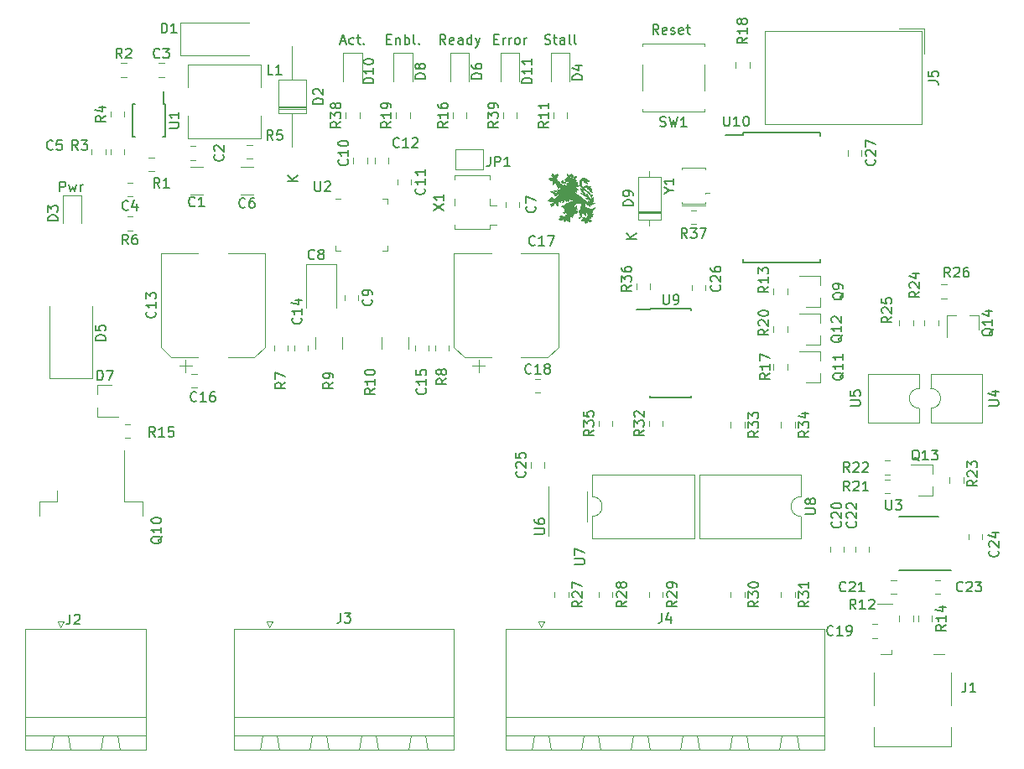
<source format=gbr>
G04 #@! TF.GenerationSoftware,KiCad,Pcbnew,(5.1.0)-1*
G04 #@! TF.CreationDate,2019-09-29T21:15:55+02:00*
G04 #@! TF.ProjectId,HPDriver,48504472-6976-4657-922e-6b696361645f,rev?*
G04 #@! TF.SameCoordinates,Original*
G04 #@! TF.FileFunction,Legend,Top*
G04 #@! TF.FilePolarity,Positive*
%FSLAX46Y46*%
G04 Gerber Fmt 4.6, Leading zero omitted, Abs format (unit mm)*
G04 Created by KiCad (PCBNEW (5.1.0)-1) date 2019-09-29 21:15:55*
%MOMM*%
%LPD*%
G04 APERTURE LIST*
%ADD10C,0.120000*%
%ADD11C,0.150000*%
%ADD12C,0.010000*%
%ADD13C,3.902000*%
%ADD14O,2.102000X3.702000*%
%ADD15C,0.100000*%
%ADD16C,2.102000*%
%ADD17C,2.602000*%
%ADD18O,1.829200X1.829200*%
%ADD19R,1.829200X1.829200*%
%ADD20C,1.252000*%
%ADD21C,4.502000*%
%ADD22R,10.902000X9.502000*%
%ADD23R,1.202000X4.702000*%
%ADD24C,1.527000*%
%ADD25R,1.302000X0.502000*%
%ADD26R,1.882000X2.102000*%
%ADD27R,3.302000X0.502000*%
%ADD28R,1.902000X1.642000*%
%ADD29R,1.602000X0.702000*%
%ADD30R,1.602000X2.302000*%
%ADD31R,1.002000X0.902000*%
%ADD32R,2.402000X3.602000*%
%ADD33O,2.102000X2.102000*%
%ADD34R,2.102000X2.102000*%
%ADD35R,3.602000X1.902000*%
%ADD36C,1.602000*%
%ADD37R,2.052000X0.702000*%
%ADD38R,0.902000X1.302000*%
%ADD39C,0.352000*%
%ADD40C,3.552000*%
%ADD41R,0.552000X1.552000*%
%ADD42R,1.652000X1.402000*%
%ADD43R,0.902000X1.002000*%
%ADD44C,0.300000*%
%ADD45C,1.102000*%
%ADD46R,2.102000X1.802000*%
%ADD47R,0.602000X2.102000*%
%ADD48O,1.702000X1.702000*%
%ADD49R,1.702000X1.702000*%
G04 APERTURE END LIST*
D10*
X171069000Y-126111000D02*
X172593000Y-126111000D01*
D11*
X149002904Y-68651380D02*
X148669571Y-68175190D01*
X148431476Y-68651380D02*
X148431476Y-67651380D01*
X148812428Y-67651380D01*
X148907666Y-67699000D01*
X148955285Y-67746619D01*
X149002904Y-67841857D01*
X149002904Y-67984714D01*
X148955285Y-68079952D01*
X148907666Y-68127571D01*
X148812428Y-68175190D01*
X148431476Y-68175190D01*
X149812428Y-68603761D02*
X149717190Y-68651380D01*
X149526714Y-68651380D01*
X149431476Y-68603761D01*
X149383857Y-68508523D01*
X149383857Y-68127571D01*
X149431476Y-68032333D01*
X149526714Y-67984714D01*
X149717190Y-67984714D01*
X149812428Y-68032333D01*
X149860047Y-68127571D01*
X149860047Y-68222809D01*
X149383857Y-68318047D01*
X150241000Y-68603761D02*
X150336238Y-68651380D01*
X150526714Y-68651380D01*
X150621952Y-68603761D01*
X150669571Y-68508523D01*
X150669571Y-68460904D01*
X150621952Y-68365666D01*
X150526714Y-68318047D01*
X150383857Y-68318047D01*
X150288619Y-68270428D01*
X150241000Y-68175190D01*
X150241000Y-68127571D01*
X150288619Y-68032333D01*
X150383857Y-67984714D01*
X150526714Y-67984714D01*
X150621952Y-68032333D01*
X151479095Y-68603761D02*
X151383857Y-68651380D01*
X151193380Y-68651380D01*
X151098142Y-68603761D01*
X151050523Y-68508523D01*
X151050523Y-68127571D01*
X151098142Y-68032333D01*
X151193380Y-67984714D01*
X151383857Y-67984714D01*
X151479095Y-68032333D01*
X151526714Y-68127571D01*
X151526714Y-68222809D01*
X151050523Y-68318047D01*
X151812428Y-67984714D02*
X152193380Y-67984714D01*
X151955285Y-67651380D02*
X151955285Y-68508523D01*
X152002904Y-68603761D01*
X152098142Y-68651380D01*
X152193380Y-68651380D01*
X88566761Y-84526380D02*
X88566761Y-83526380D01*
X88947714Y-83526380D01*
X89042952Y-83574000D01*
X89090571Y-83621619D01*
X89138190Y-83716857D01*
X89138190Y-83859714D01*
X89090571Y-83954952D01*
X89042952Y-84002571D01*
X88947714Y-84050190D01*
X88566761Y-84050190D01*
X89471523Y-83859714D02*
X89662000Y-84526380D01*
X89852476Y-84050190D01*
X90042952Y-84526380D01*
X90233428Y-83859714D01*
X90614380Y-84526380D02*
X90614380Y-83859714D01*
X90614380Y-84050190D02*
X90662000Y-83954952D01*
X90709619Y-83907333D01*
X90804857Y-83859714D01*
X90900095Y-83859714D01*
X137517380Y-69619761D02*
X137660238Y-69667380D01*
X137898333Y-69667380D01*
X137993571Y-69619761D01*
X138041190Y-69572142D01*
X138088809Y-69476904D01*
X138088809Y-69381666D01*
X138041190Y-69286428D01*
X137993571Y-69238809D01*
X137898333Y-69191190D01*
X137707857Y-69143571D01*
X137612619Y-69095952D01*
X137565000Y-69048333D01*
X137517380Y-68953095D01*
X137517380Y-68857857D01*
X137565000Y-68762619D01*
X137612619Y-68715000D01*
X137707857Y-68667380D01*
X137945952Y-68667380D01*
X138088809Y-68715000D01*
X138374523Y-69000714D02*
X138755476Y-69000714D01*
X138517380Y-68667380D02*
X138517380Y-69524523D01*
X138565000Y-69619761D01*
X138660238Y-69667380D01*
X138755476Y-69667380D01*
X139517380Y-69667380D02*
X139517380Y-69143571D01*
X139469761Y-69048333D01*
X139374523Y-69000714D01*
X139184047Y-69000714D01*
X139088809Y-69048333D01*
X139517380Y-69619761D02*
X139422142Y-69667380D01*
X139184047Y-69667380D01*
X139088809Y-69619761D01*
X139041190Y-69524523D01*
X139041190Y-69429285D01*
X139088809Y-69334047D01*
X139184047Y-69286428D01*
X139422142Y-69286428D01*
X139517380Y-69238809D01*
X140136428Y-69667380D02*
X140041190Y-69619761D01*
X139993571Y-69524523D01*
X139993571Y-68667380D01*
X140660238Y-69667380D02*
X140565000Y-69619761D01*
X140517380Y-69524523D01*
X140517380Y-68667380D01*
X132389761Y-69143571D02*
X132723095Y-69143571D01*
X132865952Y-69667380D02*
X132389761Y-69667380D01*
X132389761Y-68667380D01*
X132865952Y-68667380D01*
X133294523Y-69667380D02*
X133294523Y-69000714D01*
X133294523Y-69191190D02*
X133342142Y-69095952D01*
X133389761Y-69048333D01*
X133485000Y-69000714D01*
X133580238Y-69000714D01*
X133913571Y-69667380D02*
X133913571Y-69000714D01*
X133913571Y-69191190D02*
X133961190Y-69095952D01*
X134008809Y-69048333D01*
X134104047Y-69000714D01*
X134199285Y-69000714D01*
X134675476Y-69667380D02*
X134580238Y-69619761D01*
X134532619Y-69572142D01*
X134485000Y-69476904D01*
X134485000Y-69191190D01*
X134532619Y-69095952D01*
X134580238Y-69048333D01*
X134675476Y-69000714D01*
X134818333Y-69000714D01*
X134913571Y-69048333D01*
X134961190Y-69095952D01*
X135008809Y-69191190D01*
X135008809Y-69476904D01*
X134961190Y-69572142D01*
X134913571Y-69619761D01*
X134818333Y-69667380D01*
X134675476Y-69667380D01*
X135437380Y-69667380D02*
X135437380Y-69000714D01*
X135437380Y-69191190D02*
X135485000Y-69095952D01*
X135532619Y-69048333D01*
X135627857Y-69000714D01*
X135723095Y-69000714D01*
X116919523Y-69381666D02*
X117395714Y-69381666D01*
X116824285Y-69667380D02*
X117157619Y-68667380D01*
X117490952Y-69667380D01*
X118252857Y-69619761D02*
X118157619Y-69667380D01*
X117967142Y-69667380D01*
X117871904Y-69619761D01*
X117824285Y-69572142D01*
X117776666Y-69476904D01*
X117776666Y-69191190D01*
X117824285Y-69095952D01*
X117871904Y-69048333D01*
X117967142Y-69000714D01*
X118157619Y-69000714D01*
X118252857Y-69048333D01*
X118538571Y-69000714D02*
X118919523Y-69000714D01*
X118681428Y-68667380D02*
X118681428Y-69524523D01*
X118729047Y-69619761D01*
X118824285Y-69667380D01*
X118919523Y-69667380D01*
X119252857Y-69572142D02*
X119300476Y-69619761D01*
X119252857Y-69667380D01*
X119205238Y-69619761D01*
X119252857Y-69572142D01*
X119252857Y-69667380D01*
X121570952Y-69143571D02*
X121904285Y-69143571D01*
X122047142Y-69667380D02*
X121570952Y-69667380D01*
X121570952Y-68667380D01*
X122047142Y-68667380D01*
X122475714Y-69000714D02*
X122475714Y-69667380D01*
X122475714Y-69095952D02*
X122523333Y-69048333D01*
X122618571Y-69000714D01*
X122761428Y-69000714D01*
X122856666Y-69048333D01*
X122904285Y-69143571D01*
X122904285Y-69667380D01*
X123380476Y-69667380D02*
X123380476Y-68667380D01*
X123380476Y-69048333D02*
X123475714Y-69000714D01*
X123666190Y-69000714D01*
X123761428Y-69048333D01*
X123809047Y-69095952D01*
X123856666Y-69191190D01*
X123856666Y-69476904D01*
X123809047Y-69572142D01*
X123761428Y-69619761D01*
X123666190Y-69667380D01*
X123475714Y-69667380D01*
X123380476Y-69619761D01*
X124428095Y-69667380D02*
X124332857Y-69619761D01*
X124285238Y-69524523D01*
X124285238Y-68667380D01*
X124809047Y-69572142D02*
X124856666Y-69619761D01*
X124809047Y-69667380D01*
X124761428Y-69619761D01*
X124809047Y-69572142D01*
X124809047Y-69667380D01*
X127500238Y-69667380D02*
X127166904Y-69191190D01*
X126928809Y-69667380D02*
X126928809Y-68667380D01*
X127309761Y-68667380D01*
X127405000Y-68715000D01*
X127452619Y-68762619D01*
X127500238Y-68857857D01*
X127500238Y-69000714D01*
X127452619Y-69095952D01*
X127405000Y-69143571D01*
X127309761Y-69191190D01*
X126928809Y-69191190D01*
X128309761Y-69619761D02*
X128214523Y-69667380D01*
X128024047Y-69667380D01*
X127928809Y-69619761D01*
X127881190Y-69524523D01*
X127881190Y-69143571D01*
X127928809Y-69048333D01*
X128024047Y-69000714D01*
X128214523Y-69000714D01*
X128309761Y-69048333D01*
X128357380Y-69143571D01*
X128357380Y-69238809D01*
X127881190Y-69334047D01*
X129214523Y-69667380D02*
X129214523Y-69143571D01*
X129166904Y-69048333D01*
X129071666Y-69000714D01*
X128881190Y-69000714D01*
X128785952Y-69048333D01*
X129214523Y-69619761D02*
X129119285Y-69667380D01*
X128881190Y-69667380D01*
X128785952Y-69619761D01*
X128738333Y-69524523D01*
X128738333Y-69429285D01*
X128785952Y-69334047D01*
X128881190Y-69286428D01*
X129119285Y-69286428D01*
X129214523Y-69238809D01*
X130119285Y-69667380D02*
X130119285Y-68667380D01*
X130119285Y-69619761D02*
X130024047Y-69667380D01*
X129833571Y-69667380D01*
X129738333Y-69619761D01*
X129690714Y-69572142D01*
X129643095Y-69476904D01*
X129643095Y-69191190D01*
X129690714Y-69095952D01*
X129738333Y-69048333D01*
X129833571Y-69000714D01*
X130024047Y-69000714D01*
X130119285Y-69048333D01*
X130500238Y-69000714D02*
X130738333Y-69667380D01*
X130976428Y-69000714D02*
X130738333Y-69667380D01*
X130643095Y-69905476D01*
X130595476Y-69953095D01*
X130500238Y-70000714D01*
D10*
X136860000Y-127900000D02*
X137460000Y-127900000D01*
X137160000Y-128500000D02*
X136860000Y-127900000D01*
X137460000Y-127900000D02*
X137160000Y-128500000D01*
X161410000Y-139420000D02*
X161160000Y-140920000D01*
X162910000Y-139420000D02*
X161410000Y-139420000D01*
X163160000Y-140920000D02*
X162910000Y-139420000D01*
X161160000Y-140920000D02*
X163160000Y-140920000D01*
X156410000Y-139420000D02*
X156160000Y-140920000D01*
X157910000Y-139420000D02*
X156410000Y-139420000D01*
X158160000Y-140920000D02*
X157910000Y-139420000D01*
X156160000Y-140920000D02*
X158160000Y-140920000D01*
X151410000Y-139420000D02*
X151160000Y-140920000D01*
X152910000Y-139420000D02*
X151410000Y-139420000D01*
X153160000Y-140920000D02*
X152910000Y-139420000D01*
X151160000Y-140920000D02*
X153160000Y-140920000D01*
X146410000Y-139420000D02*
X146160000Y-140920000D01*
X147910000Y-139420000D02*
X146410000Y-139420000D01*
X148160000Y-140920000D02*
X147910000Y-139420000D01*
X146160000Y-140920000D02*
X148160000Y-140920000D01*
X141410000Y-139420000D02*
X141160000Y-140920000D01*
X142910000Y-139420000D02*
X141410000Y-139420000D01*
X143160000Y-140920000D02*
X142910000Y-139420000D01*
X141160000Y-140920000D02*
X143160000Y-140920000D01*
X136410000Y-139420000D02*
X136160000Y-140920000D01*
X137910000Y-139420000D02*
X136410000Y-139420000D01*
X138160000Y-140920000D02*
X137910000Y-139420000D01*
X136160000Y-140920000D02*
X138160000Y-140920000D01*
X165770000Y-139420000D02*
X133550000Y-139420000D01*
X165770000Y-137620000D02*
X165770000Y-139420000D01*
X133550000Y-137620000D02*
X165770000Y-137620000D01*
X133550000Y-139420000D02*
X133550000Y-137620000D01*
X165770000Y-128700000D02*
X133550000Y-128700000D01*
X165770000Y-140920000D02*
X165770000Y-128700000D01*
X133550000Y-140920000D02*
X165770000Y-140920000D01*
X133550000Y-128700000D02*
X133550000Y-140920000D01*
X109428000Y-127900000D02*
X110028000Y-127900000D01*
X109728000Y-128500000D02*
X109428000Y-127900000D01*
X110028000Y-127900000D02*
X109728000Y-128500000D01*
X123978000Y-139420000D02*
X123728000Y-140920000D01*
X125478000Y-139420000D02*
X123978000Y-139420000D01*
X125728000Y-140920000D02*
X125478000Y-139420000D01*
X123728000Y-140920000D02*
X125728000Y-140920000D01*
X118978000Y-139420000D02*
X118728000Y-140920000D01*
X120478000Y-139420000D02*
X118978000Y-139420000D01*
X120728000Y-140920000D02*
X120478000Y-139420000D01*
X118728000Y-140920000D02*
X120728000Y-140920000D01*
X113978000Y-139420000D02*
X113728000Y-140920000D01*
X115478000Y-139420000D02*
X113978000Y-139420000D01*
X115728000Y-140920000D02*
X115478000Y-139420000D01*
X113728000Y-140920000D02*
X115728000Y-140920000D01*
X108978000Y-139420000D02*
X108728000Y-140920000D01*
X110478000Y-139420000D02*
X108978000Y-139420000D01*
X110728000Y-140920000D02*
X110478000Y-139420000D01*
X108728000Y-140920000D02*
X110728000Y-140920000D01*
X128338000Y-139420000D02*
X106118000Y-139420000D01*
X128338000Y-137620000D02*
X128338000Y-139420000D01*
X106118000Y-137620000D02*
X128338000Y-137620000D01*
X106118000Y-139420000D02*
X106118000Y-137620000D01*
X128338000Y-128700000D02*
X106118000Y-128700000D01*
X128338000Y-140920000D02*
X128338000Y-128700000D01*
X106118000Y-140920000D02*
X128338000Y-140920000D01*
X106118000Y-128700000D02*
X106118000Y-140920000D01*
X88346000Y-127900000D02*
X88946000Y-127900000D01*
X88646000Y-128500000D02*
X88346000Y-127900000D01*
X88946000Y-127900000D02*
X88646000Y-128500000D01*
X92896000Y-139420000D02*
X92646000Y-140920000D01*
X94396000Y-139420000D02*
X92896000Y-139420000D01*
X94646000Y-140920000D02*
X94396000Y-139420000D01*
X92646000Y-140920000D02*
X94646000Y-140920000D01*
X87896000Y-139420000D02*
X87646000Y-140920000D01*
X89396000Y-139420000D02*
X87896000Y-139420000D01*
X89646000Y-140920000D02*
X89396000Y-139420000D01*
X87646000Y-140920000D02*
X89646000Y-140920000D01*
X97256000Y-139420000D02*
X85036000Y-139420000D01*
X97256000Y-137620000D02*
X97256000Y-139420000D01*
X85036000Y-137620000D02*
X97256000Y-137620000D01*
X85036000Y-139420000D02*
X85036000Y-137620000D01*
X97256000Y-128700000D02*
X85036000Y-128700000D01*
X97256000Y-140920000D02*
X97256000Y-128700000D01*
X85036000Y-140920000D02*
X97256000Y-140920000D01*
X85036000Y-128700000D02*
X85036000Y-140920000D01*
D12*
G36*
X140030200Y-83248500D02*
G01*
X140017500Y-83261200D01*
X140004800Y-83248500D01*
X140017500Y-83235800D01*
X140030200Y-83248500D01*
X140030200Y-83248500D01*
G37*
X140030200Y-83248500D02*
X140017500Y-83261200D01*
X140004800Y-83248500D01*
X140017500Y-83235800D01*
X140030200Y-83248500D01*
G36*
X139970933Y-83218866D02*
G01*
X139973973Y-83249010D01*
X139970933Y-83252733D01*
X139955833Y-83249246D01*
X139954000Y-83235800D01*
X139963293Y-83214892D01*
X139970933Y-83218866D01*
X139970933Y-83218866D01*
G37*
X139970933Y-83218866D02*
X139973973Y-83249010D01*
X139970933Y-83252733D01*
X139955833Y-83249246D01*
X139954000Y-83235800D01*
X139963293Y-83214892D01*
X139970933Y-83218866D01*
G36*
X139785745Y-82754104D02*
G01*
X139828028Y-82783376D01*
X139887800Y-82847291D01*
X139903200Y-82910376D01*
X139912656Y-82964269D01*
X139946362Y-82981622D01*
X139952500Y-82981799D01*
X140006148Y-82966408D01*
X140022194Y-82928609D01*
X140005753Y-82894048D01*
X139994597Y-82856213D01*
X140018256Y-82834787D01*
X140057629Y-82843354D01*
X140090609Y-82838065D01*
X140122570Y-82806753D01*
X140165878Y-82768225D01*
X140214120Y-82754195D01*
X140250104Y-82766613D01*
X140258800Y-82791300D01*
X140272515Y-82825101D01*
X140284200Y-82829400D01*
X140307084Y-82849817D01*
X140309600Y-82865383D01*
X140328577Y-82904697D01*
X140341350Y-82912056D01*
X140364229Y-82942403D01*
X140373100Y-82996170D01*
X140387187Y-83053101D01*
X140419637Y-83081195D01*
X140455726Y-83075104D01*
X140479462Y-83034809D01*
X140503411Y-82992385D01*
X140525287Y-82981800D01*
X140571693Y-82977063D01*
X140636625Y-82965925D01*
X140697131Y-82963356D01*
X140715479Y-82980149D01*
X140688811Y-83004671D01*
X140649502Y-83018382D01*
X140605671Y-83034671D01*
X140596616Y-83048682D01*
X140591971Y-83074018D01*
X140565773Y-83114047D01*
X140533342Y-83148522D01*
X140513505Y-83158526D01*
X140484732Y-83148936D01*
X140423391Y-83125076D01*
X140355811Y-83097498D01*
X140278106Y-83068142D01*
X140220475Y-83051825D01*
X140197659Y-83051407D01*
X140178444Y-83044857D01*
X140169772Y-83028727D01*
X140149112Y-83008565D01*
X140100633Y-82999919D01*
X140014180Y-83001299D01*
X139991859Y-83002620D01*
X139903142Y-83007174D01*
X139851607Y-83003667D01*
X139823772Y-82987706D01*
X139806152Y-82954898D01*
X139800527Y-82940278D01*
X139767163Y-82859627D01*
X139738489Y-82797650D01*
X139720315Y-82745434D01*
X139736104Y-82730913D01*
X139785745Y-82754104D01*
X139785745Y-82754104D01*
G37*
X139785745Y-82754104D02*
X139828028Y-82783376D01*
X139887800Y-82847291D01*
X139903200Y-82910376D01*
X139912656Y-82964269D01*
X139946362Y-82981622D01*
X139952500Y-82981799D01*
X140006148Y-82966408D01*
X140022194Y-82928609D01*
X140005753Y-82894048D01*
X139994597Y-82856213D01*
X140018256Y-82834787D01*
X140057629Y-82843354D01*
X140090609Y-82838065D01*
X140122570Y-82806753D01*
X140165878Y-82768225D01*
X140214120Y-82754195D01*
X140250104Y-82766613D01*
X140258800Y-82791300D01*
X140272515Y-82825101D01*
X140284200Y-82829400D01*
X140307084Y-82849817D01*
X140309600Y-82865383D01*
X140328577Y-82904697D01*
X140341350Y-82912056D01*
X140364229Y-82942403D01*
X140373100Y-82996170D01*
X140387187Y-83053101D01*
X140419637Y-83081195D01*
X140455726Y-83075104D01*
X140479462Y-83034809D01*
X140503411Y-82992385D01*
X140525287Y-82981800D01*
X140571693Y-82977063D01*
X140636625Y-82965925D01*
X140697131Y-82963356D01*
X140715479Y-82980149D01*
X140688811Y-83004671D01*
X140649502Y-83018382D01*
X140605671Y-83034671D01*
X140596616Y-83048682D01*
X140591971Y-83074018D01*
X140565773Y-83114047D01*
X140533342Y-83148522D01*
X140513505Y-83158526D01*
X140484732Y-83148936D01*
X140423391Y-83125076D01*
X140355811Y-83097498D01*
X140278106Y-83068142D01*
X140220475Y-83051825D01*
X140197659Y-83051407D01*
X140178444Y-83044857D01*
X140169772Y-83028727D01*
X140149112Y-83008565D01*
X140100633Y-82999919D01*
X140014180Y-83001299D01*
X139991859Y-83002620D01*
X139903142Y-83007174D01*
X139851607Y-83003667D01*
X139823772Y-82987706D01*
X139806152Y-82954898D01*
X139800527Y-82940278D01*
X139767163Y-82859627D01*
X139738489Y-82797650D01*
X139720315Y-82745434D01*
X139736104Y-82730913D01*
X139785745Y-82754104D01*
G36*
X139316693Y-83400541D02*
G01*
X139347028Y-83430387D01*
X139338173Y-83466972D01*
X139325424Y-83478547D01*
X139296390Y-83516955D01*
X139312534Y-83551360D01*
X139368236Y-83577894D01*
X139457875Y-83592684D01*
X139493560Y-83594320D01*
X139573056Y-83596284D01*
X139605332Y-83599288D01*
X139593955Y-83605400D01*
X139542495Y-83616685D01*
X139534900Y-83618257D01*
X139397356Y-83638912D01*
X139284553Y-83640324D01*
X139204455Y-83623038D01*
X139167493Y-83593069D01*
X139142345Y-83510247D01*
X139156186Y-83441624D01*
X139204366Y-83398028D01*
X139255500Y-83388200D01*
X139316693Y-83400541D01*
X139316693Y-83400541D01*
G37*
X139316693Y-83400541D02*
X139347028Y-83430387D01*
X139338173Y-83466972D01*
X139325424Y-83478547D01*
X139296390Y-83516955D01*
X139312534Y-83551360D01*
X139368236Y-83577894D01*
X139457875Y-83592684D01*
X139493560Y-83594320D01*
X139573056Y-83596284D01*
X139605332Y-83599288D01*
X139593955Y-83605400D01*
X139542495Y-83616685D01*
X139534900Y-83618257D01*
X139397356Y-83638912D01*
X139284553Y-83640324D01*
X139204455Y-83623038D01*
X139167493Y-83593069D01*
X139142345Y-83510247D01*
X139156186Y-83441624D01*
X139204366Y-83398028D01*
X139255500Y-83388200D01*
X139316693Y-83400541D01*
G36*
X140594146Y-83482828D02*
G01*
X140600293Y-83488478D01*
X140662725Y-83530020D01*
X140726600Y-83530695D01*
X140727293Y-83530522D01*
X140774793Y-83525096D01*
X140790997Y-83550246D01*
X140792200Y-83575498D01*
X140771358Y-83635129D01*
X140711080Y-83664748D01*
X140675449Y-83667600D01*
X140639602Y-83647629D01*
X140597257Y-83598279D01*
X140588721Y-83585050D01*
X140549888Y-83511474D01*
X140538240Y-83466638D01*
X140553189Y-83455452D01*
X140594146Y-83482828D01*
X140594146Y-83482828D01*
G37*
X140594146Y-83482828D02*
X140600293Y-83488478D01*
X140662725Y-83530020D01*
X140726600Y-83530695D01*
X140727293Y-83530522D01*
X140774793Y-83525096D01*
X140790997Y-83550246D01*
X140792200Y-83575498D01*
X140771358Y-83635129D01*
X140711080Y-83664748D01*
X140675449Y-83667600D01*
X140639602Y-83647629D01*
X140597257Y-83598279D01*
X140588721Y-83585050D01*
X140549888Y-83511474D01*
X140538240Y-83466638D01*
X140553189Y-83455452D01*
X140594146Y-83482828D01*
G36*
X139902908Y-83687251D02*
G01*
X139903200Y-83693000D01*
X139883673Y-83717423D01*
X139876300Y-83718400D01*
X139861131Y-83702839D01*
X139865100Y-83693000D01*
X139887924Y-83668768D01*
X139891999Y-83667600D01*
X139902908Y-83687251D01*
X139902908Y-83687251D01*
G37*
X139902908Y-83687251D02*
X139903200Y-83693000D01*
X139883673Y-83717423D01*
X139876300Y-83718400D01*
X139861131Y-83702839D01*
X139865100Y-83693000D01*
X139887924Y-83668768D01*
X139891999Y-83667600D01*
X139902908Y-83687251D01*
G36*
X139818533Y-83676066D02*
G01*
X139821573Y-83706210D01*
X139818533Y-83709933D01*
X139803433Y-83706446D01*
X139801600Y-83693000D01*
X139810893Y-83672092D01*
X139818533Y-83676066D01*
X139818533Y-83676066D01*
G37*
X139818533Y-83676066D02*
X139821573Y-83706210D01*
X139818533Y-83709933D01*
X139803433Y-83706446D01*
X139801600Y-83693000D01*
X139810893Y-83672092D01*
X139818533Y-83676066D01*
G36*
X140499071Y-83471186D02*
G01*
X140505288Y-83482232D01*
X140551516Y-83566686D01*
X140621876Y-83649876D01*
X140697545Y-83710171D01*
X140709021Y-83716315D01*
X140760920Y-83748996D01*
X140783494Y-83777865D01*
X140783231Y-83781900D01*
X140752208Y-83809841D01*
X140695930Y-83810886D01*
X140631579Y-83786060D01*
X140610487Y-83771574D01*
X140568812Y-83724704D01*
X140527430Y-83656406D01*
X140493068Y-83581746D01*
X140472453Y-83515791D01*
X140472313Y-83473609D01*
X140475487Y-83469206D01*
X140499071Y-83471186D01*
X140499071Y-83471186D01*
G37*
X140499071Y-83471186D02*
X140505288Y-83482232D01*
X140551516Y-83566686D01*
X140621876Y-83649876D01*
X140697545Y-83710171D01*
X140709021Y-83716315D01*
X140760920Y-83748996D01*
X140783494Y-83777865D01*
X140783231Y-83781900D01*
X140752208Y-83809841D01*
X140695930Y-83810886D01*
X140631579Y-83786060D01*
X140610487Y-83771574D01*
X140568812Y-83724704D01*
X140527430Y-83656406D01*
X140493068Y-83581746D01*
X140472453Y-83515791D01*
X140472313Y-83473609D01*
X140475487Y-83469206D01*
X140499071Y-83471186D01*
G36*
X140684195Y-83869587D02*
G01*
X140723962Y-83908114D01*
X140757380Y-83917199D01*
X140806680Y-83899742D01*
X140830245Y-83888641D01*
X140893359Y-83866150D01*
X140917104Y-83875034D01*
X140899530Y-83912309D01*
X140868400Y-83947000D01*
X140803999Y-83985314D01*
X140728056Y-83996313D01*
X140661857Y-83978677D01*
X140640960Y-83961098D01*
X140619797Y-83907606D01*
X140618800Y-83866255D01*
X140627100Y-83808114D01*
X140684195Y-83869587D01*
X140684195Y-83869587D01*
G37*
X140684195Y-83869587D02*
X140723962Y-83908114D01*
X140757380Y-83917199D01*
X140806680Y-83899742D01*
X140830245Y-83888641D01*
X140893359Y-83866150D01*
X140917104Y-83875034D01*
X140899530Y-83912309D01*
X140868400Y-83947000D01*
X140803999Y-83985314D01*
X140728056Y-83996313D01*
X140661857Y-83978677D01*
X140640960Y-83961098D01*
X140619797Y-83907606D01*
X140618800Y-83866255D01*
X140627100Y-83808114D01*
X140684195Y-83869587D01*
G36*
X139448461Y-83955243D02*
G01*
X139504386Y-83992334D01*
X139515951Y-84004150D01*
X139569358Y-84061300D01*
X139433213Y-84063280D01*
X139347593Y-84060020D01*
X139278257Y-84049515D01*
X139253589Y-84040928D01*
X139231041Y-84022151D01*
X139245816Y-84003868D01*
X139292871Y-83981798D01*
X139383088Y-83952245D01*
X139448461Y-83955243D01*
X139448461Y-83955243D01*
G37*
X139448461Y-83955243D02*
X139504386Y-83992334D01*
X139515951Y-84004150D01*
X139569358Y-84061300D01*
X139433213Y-84063280D01*
X139347593Y-84060020D01*
X139278257Y-84049515D01*
X139253589Y-84040928D01*
X139231041Y-84022151D01*
X139245816Y-84003868D01*
X139292871Y-83981798D01*
X139383088Y-83952245D01*
X139448461Y-83955243D01*
G36*
X141488058Y-83155566D02*
G01*
X141544923Y-83182941D01*
X141611035Y-83213303D01*
X141650187Y-83205831D01*
X141650910Y-83205129D01*
X141674856Y-83197889D01*
X141711261Y-83218187D01*
X141765541Y-83270483D01*
X141843112Y-83359237D01*
X141854295Y-83372611D01*
X141904240Y-83417635D01*
X141946318Y-83430139D01*
X141949545Y-83429183D01*
X141981303Y-83428044D01*
X141986000Y-83436834D01*
X141965978Y-83466287D01*
X141917401Y-83474194D01*
X141857502Y-83461013D01*
X141808883Y-83432134D01*
X141775133Y-83404822D01*
X141771728Y-83406990D01*
X141776450Y-83412710D01*
X141808226Y-83467394D01*
X141803475Y-83502795D01*
X141771253Y-83508672D01*
X141721114Y-83475285D01*
X141690556Y-83453945D01*
X141681200Y-83461086D01*
X141699750Y-83497311D01*
X141706600Y-83502499D01*
X141731721Y-83533733D01*
X141719833Y-83557013D01*
X141687550Y-83555952D01*
X141675341Y-83558304D01*
X141700090Y-83583343D01*
X141712950Y-83593453D01*
X141763159Y-83648095D01*
X141780794Y-83701468D01*
X141775616Y-83734206D01*
X141763974Y-83718400D01*
X141712606Y-83654590D01*
X141619292Y-83612324D01*
X141586680Y-83604887D01*
X141516601Y-83577120D01*
X141466030Y-83533934D01*
X141434602Y-83465447D01*
X141430096Y-83399687D01*
X141452580Y-83354036D01*
X141465300Y-83346585D01*
X141500454Y-83316755D01*
X141491958Y-83279373D01*
X141443371Y-83245632D01*
X141431767Y-83241198D01*
X141337780Y-83234456D01*
X141233495Y-83272716D01*
X141160500Y-83323421D01*
X141126071Y-83352979D01*
X141132092Y-83354364D01*
X141165180Y-83338801D01*
X141227116Y-83318579D01*
X141288604Y-83312561D01*
X141333384Y-83320485D01*
X141345337Y-83341688D01*
X141316904Y-83368158D01*
X141258274Y-83397527D01*
X141237939Y-83405133D01*
X141142355Y-83445347D01*
X141089563Y-83487550D01*
X141071757Y-83538287D01*
X141071600Y-83544603D01*
X141078336Y-83577580D01*
X141107766Y-83573348D01*
X141124116Y-83565081D01*
X141151311Y-83552774D01*
X141165586Y-83558808D01*
X141169132Y-83592412D01*
X141164137Y-83662813D01*
X141159263Y-83713246D01*
X141141894Y-83889517D01*
X141235657Y-83993301D01*
X141291297Y-84061800D01*
X141312089Y-84108648D01*
X141306137Y-84138687D01*
X141288874Y-84154846D01*
X141263077Y-84144330D01*
X141221214Y-84101779D01*
X141173920Y-84044595D01*
X141110946Y-83959860D01*
X141056708Y-83875939D01*
X141027220Y-83820052D01*
X141003804Y-83720390D01*
X141001897Y-83642200D01*
X141046200Y-83642200D01*
X141055493Y-83663107D01*
X141063133Y-83659133D01*
X141066173Y-83628989D01*
X141063133Y-83625266D01*
X141048033Y-83628753D01*
X141046200Y-83642200D01*
X141001897Y-83642200D01*
X141000776Y-83596279D01*
X141016543Y-83469070D01*
X141049513Y-83360113D01*
X141063604Y-83332301D01*
X141148401Y-83228603D01*
X141254178Y-83162481D01*
X141370782Y-83137085D01*
X141488058Y-83155566D01*
X141488058Y-83155566D01*
G37*
X141488058Y-83155566D02*
X141544923Y-83182941D01*
X141611035Y-83213303D01*
X141650187Y-83205831D01*
X141650910Y-83205129D01*
X141674856Y-83197889D01*
X141711261Y-83218187D01*
X141765541Y-83270483D01*
X141843112Y-83359237D01*
X141854295Y-83372611D01*
X141904240Y-83417635D01*
X141946318Y-83430139D01*
X141949545Y-83429183D01*
X141981303Y-83428044D01*
X141986000Y-83436834D01*
X141965978Y-83466287D01*
X141917401Y-83474194D01*
X141857502Y-83461013D01*
X141808883Y-83432134D01*
X141775133Y-83404822D01*
X141771728Y-83406990D01*
X141776450Y-83412710D01*
X141808226Y-83467394D01*
X141803475Y-83502795D01*
X141771253Y-83508672D01*
X141721114Y-83475285D01*
X141690556Y-83453945D01*
X141681200Y-83461086D01*
X141699750Y-83497311D01*
X141706600Y-83502499D01*
X141731721Y-83533733D01*
X141719833Y-83557013D01*
X141687550Y-83555952D01*
X141675341Y-83558304D01*
X141700090Y-83583343D01*
X141712950Y-83593453D01*
X141763159Y-83648095D01*
X141780794Y-83701468D01*
X141775616Y-83734206D01*
X141763974Y-83718400D01*
X141712606Y-83654590D01*
X141619292Y-83612324D01*
X141586680Y-83604887D01*
X141516601Y-83577120D01*
X141466030Y-83533934D01*
X141434602Y-83465447D01*
X141430096Y-83399687D01*
X141452580Y-83354036D01*
X141465300Y-83346585D01*
X141500454Y-83316755D01*
X141491958Y-83279373D01*
X141443371Y-83245632D01*
X141431767Y-83241198D01*
X141337780Y-83234456D01*
X141233495Y-83272716D01*
X141160500Y-83323421D01*
X141126071Y-83352979D01*
X141132092Y-83354364D01*
X141165180Y-83338801D01*
X141227116Y-83318579D01*
X141288604Y-83312561D01*
X141333384Y-83320485D01*
X141345337Y-83341688D01*
X141316904Y-83368158D01*
X141258274Y-83397527D01*
X141237939Y-83405133D01*
X141142355Y-83445347D01*
X141089563Y-83487550D01*
X141071757Y-83538287D01*
X141071600Y-83544603D01*
X141078336Y-83577580D01*
X141107766Y-83573348D01*
X141124116Y-83565081D01*
X141151311Y-83552774D01*
X141165586Y-83558808D01*
X141169132Y-83592412D01*
X141164137Y-83662813D01*
X141159263Y-83713246D01*
X141141894Y-83889517D01*
X141235657Y-83993301D01*
X141291297Y-84061800D01*
X141312089Y-84108648D01*
X141306137Y-84138687D01*
X141288874Y-84154846D01*
X141263077Y-84144330D01*
X141221214Y-84101779D01*
X141173920Y-84044595D01*
X141110946Y-83959860D01*
X141056708Y-83875939D01*
X141027220Y-83820052D01*
X141003804Y-83720390D01*
X141001897Y-83642200D01*
X141046200Y-83642200D01*
X141055493Y-83663107D01*
X141063133Y-83659133D01*
X141066173Y-83628989D01*
X141063133Y-83625266D01*
X141048033Y-83628753D01*
X141046200Y-83642200D01*
X141001897Y-83642200D01*
X141000776Y-83596279D01*
X141016543Y-83469070D01*
X141049513Y-83360113D01*
X141063604Y-83332301D01*
X141148401Y-83228603D01*
X141254178Y-83162481D01*
X141370782Y-83137085D01*
X141488058Y-83155566D01*
G36*
X140003954Y-84002306D02*
G01*
X140001343Y-84089074D01*
X139988278Y-84142907D01*
X139958831Y-84181466D01*
X139937874Y-84199156D01*
X139867758Y-84237972D01*
X139797326Y-84252000D01*
X139745555Y-84237776D01*
X139742333Y-84234866D01*
X139726126Y-84198202D01*
X139754641Y-84177131D01*
X139772263Y-84175600D01*
X139832108Y-84153549D01*
X139881402Y-84099973D01*
X139903141Y-84033732D01*
X139903200Y-84030363D01*
X139918992Y-83973309D01*
X139953154Y-83918063D01*
X140003109Y-83858100D01*
X140003954Y-84002306D01*
X140003954Y-84002306D01*
G37*
X140003954Y-84002306D02*
X140001343Y-84089074D01*
X139988278Y-84142907D01*
X139958831Y-84181466D01*
X139937874Y-84199156D01*
X139867758Y-84237972D01*
X139797326Y-84252000D01*
X139745555Y-84237776D01*
X139742333Y-84234866D01*
X139726126Y-84198202D01*
X139754641Y-84177131D01*
X139772263Y-84175600D01*
X139832108Y-84153549D01*
X139881402Y-84099973D01*
X139903141Y-84033732D01*
X139903200Y-84030363D01*
X139918992Y-83973309D01*
X139953154Y-83918063D01*
X140003109Y-83858100D01*
X140003954Y-84002306D01*
G36*
X140272090Y-83868001D02*
G01*
X140301309Y-83924671D01*
X140310202Y-83983829D01*
X140320229Y-84048887D01*
X140345598Y-84138181D01*
X140372910Y-84212376D01*
X140409166Y-84306560D01*
X140423740Y-84358963D01*
X140416747Y-84368351D01*
X140388303Y-84333488D01*
X140364975Y-84297303D01*
X140323906Y-84219701D01*
X140285504Y-84128060D01*
X140253115Y-84033722D01*
X140230086Y-83948029D01*
X140219766Y-83882320D01*
X140225501Y-83847939D01*
X140231599Y-83845400D01*
X140272090Y-83868001D01*
X140272090Y-83868001D01*
G37*
X140272090Y-83868001D02*
X140301309Y-83924671D01*
X140310202Y-83983829D01*
X140320229Y-84048887D01*
X140345598Y-84138181D01*
X140372910Y-84212376D01*
X140409166Y-84306560D01*
X140423740Y-84358963D01*
X140416747Y-84368351D01*
X140388303Y-84333488D01*
X140364975Y-84297303D01*
X140323906Y-84219701D01*
X140285504Y-84128060D01*
X140253115Y-84033722D01*
X140230086Y-83948029D01*
X140219766Y-83882320D01*
X140225501Y-83847939D01*
X140231599Y-83845400D01*
X140272090Y-83868001D01*
G36*
X140419186Y-83494575D02*
G01*
X140436377Y-83523665D01*
X140465021Y-83582634D01*
X140508664Y-83676801D01*
X140550754Y-83781735D01*
X140579461Y-83880149D01*
X140589000Y-83947562D01*
X140595184Y-84009227D01*
X140619834Y-84062055D01*
X140672094Y-84122480D01*
X140703300Y-84152955D01*
X140763597Y-84216461D01*
X140804867Y-84271485D01*
X140817211Y-84301295D01*
X140811625Y-84325425D01*
X140796130Y-84308089D01*
X140757829Y-84286229D01*
X140739369Y-84288641D01*
X140702663Y-84277483D01*
X140655611Y-84230893D01*
X140606600Y-84160660D01*
X140564017Y-84078572D01*
X140538702Y-84006596D01*
X140513581Y-83908900D01*
X140525084Y-84009023D01*
X140548708Y-84094349D01*
X140594843Y-84187718D01*
X140614994Y-84218325D01*
X140662897Y-84294784D01*
X140676720Y-84346320D01*
X140670387Y-84368628D01*
X140651544Y-84388588D01*
X140628557Y-84373570D01*
X140595867Y-84324425D01*
X140533969Y-84194620D01*
X140491205Y-84037423D01*
X140474262Y-83934300D01*
X140453831Y-83835803D01*
X140423126Y-83740073D01*
X140411011Y-83712050D01*
X140387563Y-83653857D01*
X140382997Y-83620162D01*
X140387211Y-83616800D01*
X140418070Y-83639501D01*
X140451209Y-83698474D01*
X140479753Y-83780022D01*
X140489181Y-83820000D01*
X140500868Y-83872179D01*
X140506960Y-83876948D01*
X140509879Y-83841572D01*
X140500919Y-83781355D01*
X140474765Y-83698166D01*
X140450345Y-83639443D01*
X140418734Y-83565456D01*
X140400794Y-83511813D01*
X140399545Y-83492987D01*
X140408543Y-83487102D01*
X140419186Y-83494575D01*
X140419186Y-83494575D01*
G37*
X140419186Y-83494575D02*
X140436377Y-83523665D01*
X140465021Y-83582634D01*
X140508664Y-83676801D01*
X140550754Y-83781735D01*
X140579461Y-83880149D01*
X140589000Y-83947562D01*
X140595184Y-84009227D01*
X140619834Y-84062055D01*
X140672094Y-84122480D01*
X140703300Y-84152955D01*
X140763597Y-84216461D01*
X140804867Y-84271485D01*
X140817211Y-84301295D01*
X140811625Y-84325425D01*
X140796130Y-84308089D01*
X140757829Y-84286229D01*
X140739369Y-84288641D01*
X140702663Y-84277483D01*
X140655611Y-84230893D01*
X140606600Y-84160660D01*
X140564017Y-84078572D01*
X140538702Y-84006596D01*
X140513581Y-83908900D01*
X140525084Y-84009023D01*
X140548708Y-84094349D01*
X140594843Y-84187718D01*
X140614994Y-84218325D01*
X140662897Y-84294784D01*
X140676720Y-84346320D01*
X140670387Y-84368628D01*
X140651544Y-84388588D01*
X140628557Y-84373570D01*
X140595867Y-84324425D01*
X140533969Y-84194620D01*
X140491205Y-84037423D01*
X140474262Y-83934300D01*
X140453831Y-83835803D01*
X140423126Y-83740073D01*
X140411011Y-83712050D01*
X140387563Y-83653857D01*
X140382997Y-83620162D01*
X140387211Y-83616800D01*
X140418070Y-83639501D01*
X140451209Y-83698474D01*
X140479753Y-83780022D01*
X140489181Y-83820000D01*
X140500868Y-83872179D01*
X140506960Y-83876948D01*
X140509879Y-83841572D01*
X140500919Y-83781355D01*
X140474765Y-83698166D01*
X140450345Y-83639443D01*
X140418734Y-83565456D01*
X140400794Y-83511813D01*
X140399545Y-83492987D01*
X140408543Y-83487102D01*
X140419186Y-83494575D01*
G36*
X140421467Y-83824272D02*
G01*
X140440438Y-83900313D01*
X140460440Y-84011154D01*
X140484834Y-84118996D01*
X140518894Y-84222313D01*
X140550853Y-84290554D01*
X140623034Y-84412960D01*
X140667379Y-84495449D01*
X140684195Y-84540394D01*
X140673792Y-84550170D01*
X140636479Y-84527151D01*
X140574942Y-84475800D01*
X140485990Y-84375147D01*
X140414637Y-84251142D01*
X140365409Y-84117210D01*
X140342833Y-83986778D01*
X140351434Y-83873271D01*
X140361505Y-83842730D01*
X140384151Y-83799141D01*
X140403421Y-83791768D01*
X140421467Y-83824272D01*
X140421467Y-83824272D01*
G37*
X140421467Y-83824272D02*
X140440438Y-83900313D01*
X140460440Y-84011154D01*
X140484834Y-84118996D01*
X140518894Y-84222313D01*
X140550853Y-84290554D01*
X140623034Y-84412960D01*
X140667379Y-84495449D01*
X140684195Y-84540394D01*
X140673792Y-84550170D01*
X140636479Y-84527151D01*
X140574942Y-84475800D01*
X140485990Y-84375147D01*
X140414637Y-84251142D01*
X140365409Y-84117210D01*
X140342833Y-83986778D01*
X140351434Y-83873271D01*
X140361505Y-83842730D01*
X140384151Y-83799141D01*
X140403421Y-83791768D01*
X140421467Y-83824272D01*
G36*
X140187809Y-83909484D02*
G01*
X140207870Y-83956684D01*
X140214989Y-83998181D01*
X140250761Y-84128884D01*
X140319385Y-84267770D01*
X140411144Y-84395298D01*
X140414040Y-84398616D01*
X140473484Y-84492647D01*
X140487400Y-84568684D01*
X140481679Y-84639040D01*
X140463371Y-84662225D01*
X140430754Y-84638114D01*
X140382107Y-84566579D01*
X140378570Y-84560657D01*
X140313564Y-84455692D01*
X140257046Y-84372824D01*
X140213621Y-84318062D01*
X140187895Y-84297417D01*
X140182846Y-84305193D01*
X140197908Y-84343537D01*
X140236451Y-84404809D01*
X140272652Y-84453369D01*
X140319459Y-84520896D01*
X140346220Y-84576855D01*
X140348606Y-84601497D01*
X140336272Y-84640300D01*
X140335000Y-84648461D01*
X140320182Y-84638256D01*
X140282438Y-84599420D01*
X140255534Y-84569461D01*
X140206213Y-84503790D01*
X140180330Y-84436758D01*
X140169257Y-84344943D01*
X140168638Y-84333628D01*
X140159586Y-84238720D01*
X140144481Y-84153657D01*
X140133803Y-84116796D01*
X140109080Y-84025841D01*
X140107611Y-83951819D01*
X140128388Y-83905820D01*
X140153855Y-83896200D01*
X140187809Y-83909484D01*
X140187809Y-83909484D01*
G37*
X140187809Y-83909484D02*
X140207870Y-83956684D01*
X140214989Y-83998181D01*
X140250761Y-84128884D01*
X140319385Y-84267770D01*
X140411144Y-84395298D01*
X140414040Y-84398616D01*
X140473484Y-84492647D01*
X140487400Y-84568684D01*
X140481679Y-84639040D01*
X140463371Y-84662225D01*
X140430754Y-84638114D01*
X140382107Y-84566579D01*
X140378570Y-84560657D01*
X140313564Y-84455692D01*
X140257046Y-84372824D01*
X140213621Y-84318062D01*
X140187895Y-84297417D01*
X140182846Y-84305193D01*
X140197908Y-84343537D01*
X140236451Y-84404809D01*
X140272652Y-84453369D01*
X140319459Y-84520896D01*
X140346220Y-84576855D01*
X140348606Y-84601497D01*
X140336272Y-84640300D01*
X140335000Y-84648461D01*
X140320182Y-84638256D01*
X140282438Y-84599420D01*
X140255534Y-84569461D01*
X140206213Y-84503790D01*
X140180330Y-84436758D01*
X140169257Y-84344943D01*
X140168638Y-84333628D01*
X140159586Y-84238720D01*
X140144481Y-84153657D01*
X140133803Y-84116796D01*
X140109080Y-84025841D01*
X140107611Y-83951819D01*
X140128388Y-83905820D01*
X140153855Y-83896200D01*
X140187809Y-83909484D01*
G36*
X139925957Y-83077262D02*
G01*
X140031909Y-83094970D01*
X140108838Y-83109522D01*
X140193557Y-83129724D01*
X140287927Y-83158121D01*
X140379340Y-83190093D01*
X140455193Y-83221021D01*
X140502878Y-83246286D01*
X140512800Y-83257548D01*
X140532492Y-83281138D01*
X140580922Y-83315729D01*
X140591290Y-83322012D01*
X140641809Y-83361208D01*
X140647120Y-83390838D01*
X140645490Y-83392669D01*
X140597385Y-83416816D01*
X140514226Y-83436481D01*
X140411742Y-83448506D01*
X140356475Y-83450687D01*
X140299590Y-83455822D01*
X140274827Y-83467286D01*
X140275424Y-83470750D01*
X140308192Y-83488386D01*
X140322300Y-83489799D01*
X140366346Y-83506360D01*
X140373044Y-83547445D01*
X140346251Y-83593000D01*
X140322639Y-83628601D01*
X140329351Y-83642200D01*
X140362323Y-83662898D01*
X140374822Y-83713212D01*
X140364940Y-83775471D01*
X140347590Y-83811031D01*
X140305168Y-83875776D01*
X140267455Y-83821933D01*
X140229741Y-83768089D01*
X140182126Y-83825794D01*
X140147211Y-83862862D01*
X140116088Y-83868595D01*
X140066539Y-83845557D01*
X140056956Y-83840231D01*
X140005794Y-83818172D01*
X139980197Y-83820085D01*
X139979400Y-83823525D01*
X139964897Y-83860499D01*
X139929877Y-83913036D01*
X139928600Y-83914669D01*
X139892577Y-83973978D01*
X139877800Y-84024811D01*
X139860373Y-84078022D01*
X139820136Y-84126960D01*
X139775157Y-84150101D01*
X139772542Y-84150200D01*
X139768976Y-84133333D01*
X139793199Y-84091878D01*
X139799756Y-84083274D01*
X139842422Y-84022521D01*
X139849419Y-83996561D01*
X139822940Y-84006319D01*
X139765178Y-84052717D01*
X139753139Y-84063639D01*
X139634118Y-84173392D01*
X139547506Y-84254844D01*
X139488161Y-84313908D01*
X139450940Y-84356498D01*
X139430701Y-84388526D01*
X139422302Y-84415905D01*
X139420601Y-84444547D01*
X139420600Y-84446006D01*
X139396454Y-84546762D01*
X139327995Y-84631471D01*
X139267919Y-84671045D01*
X139190331Y-84703007D01*
X139133709Y-84700382D01*
X139080148Y-84661291D01*
X139069427Y-84650212D01*
X139030908Y-84603979D01*
X139014219Y-84573577D01*
X139014200Y-84573072D01*
X139031098Y-84548007D01*
X139076126Y-84497164D01*
X139140783Y-84429962D01*
X139166600Y-84404200D01*
X139235436Y-84337577D01*
X139288096Y-84289209D01*
X139316362Y-84266532D01*
X139319000Y-84266256D01*
X139310125Y-84295810D01*
X139288306Y-84352182D01*
X139283699Y-84363318D01*
X139230863Y-84454426D01*
X139162855Y-84523359D01*
X139092447Y-84557860D01*
X139079260Y-84559546D01*
X139045378Y-84563380D01*
X139060393Y-84571063D01*
X139072598Y-84574349D01*
X139142545Y-84567008D01*
X139214446Y-84510354D01*
X139286914Y-84405766D01*
X139331862Y-84316706D01*
X139389062Y-84204122D01*
X139439832Y-84134959D01*
X139489285Y-84103170D01*
X139515514Y-84099400D01*
X139513076Y-84115354D01*
X139492213Y-84143850D01*
X139459480Y-84191365D01*
X139422187Y-84258054D01*
X139387594Y-84328868D01*
X139362962Y-84388761D01*
X139355549Y-84422684D01*
X139356622Y-84424889D01*
X139372310Y-84409837D01*
X139402582Y-84359930D01*
X139436918Y-84293872D01*
X139489766Y-84200977D01*
X139546919Y-84139412D01*
X139620328Y-84093492D01*
X139688671Y-84052448D01*
X139735475Y-84013405D01*
X139746212Y-83997295D01*
X139746998Y-83977016D01*
X139721134Y-83992870D01*
X139708060Y-84004150D01*
X139666601Y-84035804D01*
X139630831Y-84042843D01*
X139589158Y-84021432D01*
X139529989Y-83967738D01*
X139496800Y-83934300D01*
X139431054Y-83864971D01*
X139403104Y-83829253D01*
X139412950Y-83826812D01*
X139460591Y-83857315D01*
X139496800Y-83883500D01*
X139566945Y-83926490D01*
X139623614Y-83945773D01*
X139657095Y-83939823D01*
X139658385Y-83908900D01*
X139659408Y-83900791D01*
X139709315Y-83900791D01*
X139715564Y-83908182D01*
X139738100Y-83919293D01*
X139784455Y-83940144D01*
X139812412Y-83941191D01*
X139850205Y-83922779D01*
X139854069Y-83920706D01*
X139893491Y-83888089D01*
X139903200Y-83865969D01*
X139888273Y-83857991D01*
X139857813Y-83878600D01*
X139792466Y-83908023D01*
X139749863Y-83907416D01*
X139709315Y-83900791D01*
X139659408Y-83900791D01*
X139662273Y-83878104D01*
X139697282Y-83870800D01*
X139742776Y-83858621D01*
X139744348Y-83829492D01*
X139707549Y-83798320D01*
X139679051Y-83771009D01*
X139694629Y-83737571D01*
X139712402Y-83699601D01*
X139708246Y-83684312D01*
X139710941Y-83668930D01*
X139721166Y-83667599D01*
X139747428Y-83688102D01*
X139750800Y-83705700D01*
X139767932Y-83732444D01*
X139824431Y-83743235D01*
X139850322Y-83743800D01*
X139946518Y-83738259D01*
X140002147Y-83717981D01*
X140026589Y-83677483D01*
X140030200Y-83638666D01*
X140022605Y-83579643D01*
X140003752Y-83508336D01*
X139979536Y-83441854D01*
X139955851Y-83397304D01*
X139943892Y-83388200D01*
X139944487Y-83408771D01*
X139961520Y-83460078D01*
X139969422Y-83479697D01*
X139992631Y-83553945D01*
X140000141Y-83617888D01*
X139999392Y-83625747D01*
X139990044Y-83644086D01*
X139973487Y-83616116D01*
X139953737Y-83557673D01*
X139917121Y-83458754D01*
X139882749Y-83408113D01*
X139851506Y-83406565D01*
X139828864Y-83442450D01*
X139811017Y-83475955D01*
X139803210Y-83470750D01*
X139780444Y-83446647D01*
X139744450Y-83440785D01*
X139704878Y-83443769D01*
X139714077Y-83453707D01*
X139738100Y-83464400D01*
X139772003Y-83480597D01*
X139769200Y-83490490D01*
X139723849Y-83500880D01*
X139703528Y-83504658D01*
X139660421Y-83505235D01*
X139656987Y-83480748D01*
X139657178Y-83480246D01*
X139654045Y-83454850D01*
X139625787Y-83456520D01*
X139584402Y-83447959D01*
X139550050Y-83394099D01*
X139549238Y-83392154D01*
X139541545Y-83362800D01*
X139687300Y-83362800D01*
X139689313Y-83386205D01*
X139698500Y-83388200D01*
X139713836Y-83377267D01*
X140347462Y-83377267D01*
X140356368Y-83382734D01*
X140373100Y-83383136D01*
X140437555Y-83375302D01*
X140487400Y-83362800D01*
X140525737Y-83348332D01*
X140516831Y-83342865D01*
X140500100Y-83342463D01*
X140435644Y-83350297D01*
X140385800Y-83362800D01*
X140347462Y-83377267D01*
X139713836Y-83377267D01*
X139724366Y-83369761D01*
X139725400Y-83362800D01*
X139716733Y-83338060D01*
X139714199Y-83337400D01*
X139692513Y-83355198D01*
X139687300Y-83362800D01*
X139541545Y-83362800D01*
X139532581Y-83328596D01*
X140286836Y-83328596D01*
X140296139Y-83327797D01*
X140327494Y-83309450D01*
X140364963Y-83280531D01*
X140364964Y-83280527D01*
X140422216Y-83280527D01*
X140447183Y-83284594D01*
X140480127Y-83279924D01*
X140480520Y-83271254D01*
X140446525Y-83265190D01*
X140431837Y-83269248D01*
X140422216Y-83280527D01*
X140364964Y-83280527D01*
X140371340Y-83263673D01*
X140347153Y-83270239D01*
X140315345Y-83297300D01*
X140286836Y-83328596D01*
X139532581Y-83328596D01*
X139526014Y-83303540D01*
X139530886Y-83286600D01*
X139573000Y-83286600D01*
X139582293Y-83307507D01*
X139589933Y-83303533D01*
X139592973Y-83273389D01*
X139589933Y-83269666D01*
X139574833Y-83273153D01*
X139573000Y-83286600D01*
X139530886Y-83286600D01*
X139543264Y-83243572D01*
X139602043Y-83208849D01*
X139606613Y-83207574D01*
X139665512Y-83179494D01*
X139880067Y-83179494D01*
X139899960Y-83184611D01*
X139921454Y-83192962D01*
X139904901Y-83221049D01*
X139890431Y-83255213D01*
X139920841Y-83283777D01*
X139970622Y-83301621D01*
X140031251Y-83310385D01*
X140083049Y-83308884D01*
X140106336Y-83295934D01*
X140106400Y-83294950D01*
X140091162Y-83265002D01*
X140064363Y-83231450D01*
X140042158Y-83195540D01*
X140055197Y-83185786D01*
X140093212Y-83205772D01*
X140106445Y-83216750D01*
X140129054Y-83235058D01*
X140118798Y-83217840D01*
X140109309Y-83205128D01*
X140060883Y-83173744D01*
X139996234Y-83173863D01*
X139947778Y-83179420D01*
X139945256Y-83173147D01*
X139966700Y-83161870D01*
X139995899Y-83142885D01*
X139979400Y-83136374D01*
X139925177Y-83148368D01*
X139903200Y-83159600D01*
X139880067Y-83179494D01*
X139665512Y-83179494D01*
X139675379Y-83174790D01*
X139737622Y-83124415D01*
X139769828Y-83094109D01*
X139805138Y-83076422D01*
X139853774Y-83070943D01*
X139925957Y-83077262D01*
X139925957Y-83077262D01*
G37*
X139925957Y-83077262D02*
X140031909Y-83094970D01*
X140108838Y-83109522D01*
X140193557Y-83129724D01*
X140287927Y-83158121D01*
X140379340Y-83190093D01*
X140455193Y-83221021D01*
X140502878Y-83246286D01*
X140512800Y-83257548D01*
X140532492Y-83281138D01*
X140580922Y-83315729D01*
X140591290Y-83322012D01*
X140641809Y-83361208D01*
X140647120Y-83390838D01*
X140645490Y-83392669D01*
X140597385Y-83416816D01*
X140514226Y-83436481D01*
X140411742Y-83448506D01*
X140356475Y-83450687D01*
X140299590Y-83455822D01*
X140274827Y-83467286D01*
X140275424Y-83470750D01*
X140308192Y-83488386D01*
X140322300Y-83489799D01*
X140366346Y-83506360D01*
X140373044Y-83547445D01*
X140346251Y-83593000D01*
X140322639Y-83628601D01*
X140329351Y-83642200D01*
X140362323Y-83662898D01*
X140374822Y-83713212D01*
X140364940Y-83775471D01*
X140347590Y-83811031D01*
X140305168Y-83875776D01*
X140267455Y-83821933D01*
X140229741Y-83768089D01*
X140182126Y-83825794D01*
X140147211Y-83862862D01*
X140116088Y-83868595D01*
X140066539Y-83845557D01*
X140056956Y-83840231D01*
X140005794Y-83818172D01*
X139980197Y-83820085D01*
X139979400Y-83823525D01*
X139964897Y-83860499D01*
X139929877Y-83913036D01*
X139928600Y-83914669D01*
X139892577Y-83973978D01*
X139877800Y-84024811D01*
X139860373Y-84078022D01*
X139820136Y-84126960D01*
X139775157Y-84150101D01*
X139772542Y-84150200D01*
X139768976Y-84133333D01*
X139793199Y-84091878D01*
X139799756Y-84083274D01*
X139842422Y-84022521D01*
X139849419Y-83996561D01*
X139822940Y-84006319D01*
X139765178Y-84052717D01*
X139753139Y-84063639D01*
X139634118Y-84173392D01*
X139547506Y-84254844D01*
X139488161Y-84313908D01*
X139450940Y-84356498D01*
X139430701Y-84388526D01*
X139422302Y-84415905D01*
X139420601Y-84444547D01*
X139420600Y-84446006D01*
X139396454Y-84546762D01*
X139327995Y-84631471D01*
X139267919Y-84671045D01*
X139190331Y-84703007D01*
X139133709Y-84700382D01*
X139080148Y-84661291D01*
X139069427Y-84650212D01*
X139030908Y-84603979D01*
X139014219Y-84573577D01*
X139014200Y-84573072D01*
X139031098Y-84548007D01*
X139076126Y-84497164D01*
X139140783Y-84429962D01*
X139166600Y-84404200D01*
X139235436Y-84337577D01*
X139288096Y-84289209D01*
X139316362Y-84266532D01*
X139319000Y-84266256D01*
X139310125Y-84295810D01*
X139288306Y-84352182D01*
X139283699Y-84363318D01*
X139230863Y-84454426D01*
X139162855Y-84523359D01*
X139092447Y-84557860D01*
X139079260Y-84559546D01*
X139045378Y-84563380D01*
X139060393Y-84571063D01*
X139072598Y-84574349D01*
X139142545Y-84567008D01*
X139214446Y-84510354D01*
X139286914Y-84405766D01*
X139331862Y-84316706D01*
X139389062Y-84204122D01*
X139439832Y-84134959D01*
X139489285Y-84103170D01*
X139515514Y-84099400D01*
X139513076Y-84115354D01*
X139492213Y-84143850D01*
X139459480Y-84191365D01*
X139422187Y-84258054D01*
X139387594Y-84328868D01*
X139362962Y-84388761D01*
X139355549Y-84422684D01*
X139356622Y-84424889D01*
X139372310Y-84409837D01*
X139402582Y-84359930D01*
X139436918Y-84293872D01*
X139489766Y-84200977D01*
X139546919Y-84139412D01*
X139620328Y-84093492D01*
X139688671Y-84052448D01*
X139735475Y-84013405D01*
X139746212Y-83997295D01*
X139746998Y-83977016D01*
X139721134Y-83992870D01*
X139708060Y-84004150D01*
X139666601Y-84035804D01*
X139630831Y-84042843D01*
X139589158Y-84021432D01*
X139529989Y-83967738D01*
X139496800Y-83934300D01*
X139431054Y-83864971D01*
X139403104Y-83829253D01*
X139412950Y-83826812D01*
X139460591Y-83857315D01*
X139496800Y-83883500D01*
X139566945Y-83926490D01*
X139623614Y-83945773D01*
X139657095Y-83939823D01*
X139658385Y-83908900D01*
X139659408Y-83900791D01*
X139709315Y-83900791D01*
X139715564Y-83908182D01*
X139738100Y-83919293D01*
X139784455Y-83940144D01*
X139812412Y-83941191D01*
X139850205Y-83922779D01*
X139854069Y-83920706D01*
X139893491Y-83888089D01*
X139903200Y-83865969D01*
X139888273Y-83857991D01*
X139857813Y-83878600D01*
X139792466Y-83908023D01*
X139749863Y-83907416D01*
X139709315Y-83900791D01*
X139659408Y-83900791D01*
X139662273Y-83878104D01*
X139697282Y-83870800D01*
X139742776Y-83858621D01*
X139744348Y-83829492D01*
X139707549Y-83798320D01*
X139679051Y-83771009D01*
X139694629Y-83737571D01*
X139712402Y-83699601D01*
X139708246Y-83684312D01*
X139710941Y-83668930D01*
X139721166Y-83667599D01*
X139747428Y-83688102D01*
X139750800Y-83705700D01*
X139767932Y-83732444D01*
X139824431Y-83743235D01*
X139850322Y-83743800D01*
X139946518Y-83738259D01*
X140002147Y-83717981D01*
X140026589Y-83677483D01*
X140030200Y-83638666D01*
X140022605Y-83579643D01*
X140003752Y-83508336D01*
X139979536Y-83441854D01*
X139955851Y-83397304D01*
X139943892Y-83388200D01*
X139944487Y-83408771D01*
X139961520Y-83460078D01*
X139969422Y-83479697D01*
X139992631Y-83553945D01*
X140000141Y-83617888D01*
X139999392Y-83625747D01*
X139990044Y-83644086D01*
X139973487Y-83616116D01*
X139953737Y-83557673D01*
X139917121Y-83458754D01*
X139882749Y-83408113D01*
X139851506Y-83406565D01*
X139828864Y-83442450D01*
X139811017Y-83475955D01*
X139803210Y-83470750D01*
X139780444Y-83446647D01*
X139744450Y-83440785D01*
X139704878Y-83443769D01*
X139714077Y-83453707D01*
X139738100Y-83464400D01*
X139772003Y-83480597D01*
X139769200Y-83490490D01*
X139723849Y-83500880D01*
X139703528Y-83504658D01*
X139660421Y-83505235D01*
X139656987Y-83480748D01*
X139657178Y-83480246D01*
X139654045Y-83454850D01*
X139625787Y-83456520D01*
X139584402Y-83447959D01*
X139550050Y-83394099D01*
X139549238Y-83392154D01*
X139541545Y-83362800D01*
X139687300Y-83362800D01*
X139689313Y-83386205D01*
X139698500Y-83388200D01*
X139713836Y-83377267D01*
X140347462Y-83377267D01*
X140356368Y-83382734D01*
X140373100Y-83383136D01*
X140437555Y-83375302D01*
X140487400Y-83362800D01*
X140525737Y-83348332D01*
X140516831Y-83342865D01*
X140500100Y-83342463D01*
X140435644Y-83350297D01*
X140385800Y-83362800D01*
X140347462Y-83377267D01*
X139713836Y-83377267D01*
X139724366Y-83369761D01*
X139725400Y-83362800D01*
X139716733Y-83338060D01*
X139714199Y-83337400D01*
X139692513Y-83355198D01*
X139687300Y-83362800D01*
X139541545Y-83362800D01*
X139532581Y-83328596D01*
X140286836Y-83328596D01*
X140296139Y-83327797D01*
X140327494Y-83309450D01*
X140364963Y-83280531D01*
X140364964Y-83280527D01*
X140422216Y-83280527D01*
X140447183Y-83284594D01*
X140480127Y-83279924D01*
X140480520Y-83271254D01*
X140446525Y-83265190D01*
X140431837Y-83269248D01*
X140422216Y-83280527D01*
X140364964Y-83280527D01*
X140371340Y-83263673D01*
X140347153Y-83270239D01*
X140315345Y-83297300D01*
X140286836Y-83328596D01*
X139532581Y-83328596D01*
X139526014Y-83303540D01*
X139530886Y-83286600D01*
X139573000Y-83286600D01*
X139582293Y-83307507D01*
X139589933Y-83303533D01*
X139592973Y-83273389D01*
X139589933Y-83269666D01*
X139574833Y-83273153D01*
X139573000Y-83286600D01*
X139530886Y-83286600D01*
X139543264Y-83243572D01*
X139602043Y-83208849D01*
X139606613Y-83207574D01*
X139665512Y-83179494D01*
X139880067Y-83179494D01*
X139899960Y-83184611D01*
X139921454Y-83192962D01*
X139904901Y-83221049D01*
X139890431Y-83255213D01*
X139920841Y-83283777D01*
X139970622Y-83301621D01*
X140031251Y-83310385D01*
X140083049Y-83308884D01*
X140106336Y-83295934D01*
X140106400Y-83294950D01*
X140091162Y-83265002D01*
X140064363Y-83231450D01*
X140042158Y-83195540D01*
X140055197Y-83185786D01*
X140093212Y-83205772D01*
X140106445Y-83216750D01*
X140129054Y-83235058D01*
X140118798Y-83217840D01*
X140109309Y-83205128D01*
X140060883Y-83173744D01*
X139996234Y-83173863D01*
X139947778Y-83179420D01*
X139945256Y-83173147D01*
X139966700Y-83161870D01*
X139995899Y-83142885D01*
X139979400Y-83136374D01*
X139925177Y-83148368D01*
X139903200Y-83159600D01*
X139880067Y-83179494D01*
X139665512Y-83179494D01*
X139675379Y-83174790D01*
X139737622Y-83124415D01*
X139769828Y-83094109D01*
X139805138Y-83076422D01*
X139853774Y-83070943D01*
X139925957Y-83077262D01*
G36*
X139925317Y-84287730D02*
G01*
X139931835Y-84347525D01*
X139933965Y-84394739D01*
X139937461Y-84529247D01*
X139935760Y-84623233D01*
X139927644Y-84686821D01*
X139911894Y-84730133D01*
X139889963Y-84760392D01*
X139820331Y-84802484D01*
X139735158Y-84803168D01*
X139709019Y-84794667D01*
X139692134Y-84761848D01*
X139700748Y-84714123D01*
X139716740Y-84651048D01*
X139735910Y-84561208D01*
X139748530Y-84494718D01*
X139771118Y-84391125D01*
X139792561Y-84330126D01*
X139810134Y-84313222D01*
X139821113Y-84341913D01*
X139822770Y-84417700D01*
X139820688Y-84455000D01*
X139811552Y-84549325D01*
X139799468Y-84628940D01*
X139788886Y-84670900D01*
X139778574Y-84704701D01*
X139794378Y-84697620D01*
X139803407Y-84689483D01*
X139824181Y-84645619D01*
X139840352Y-84563658D01*
X139848068Y-84480701D01*
X139859264Y-84372984D01*
X139877685Y-84299927D01*
X139893322Y-84274857D01*
X139913416Y-84266268D01*
X139925317Y-84287730D01*
X139925317Y-84287730D01*
G37*
X139925317Y-84287730D02*
X139931835Y-84347525D01*
X139933965Y-84394739D01*
X139937461Y-84529247D01*
X139935760Y-84623233D01*
X139927644Y-84686821D01*
X139911894Y-84730133D01*
X139889963Y-84760392D01*
X139820331Y-84802484D01*
X139735158Y-84803168D01*
X139709019Y-84794667D01*
X139692134Y-84761848D01*
X139700748Y-84714123D01*
X139716740Y-84651048D01*
X139735910Y-84561208D01*
X139748530Y-84494718D01*
X139771118Y-84391125D01*
X139792561Y-84330126D01*
X139810134Y-84313222D01*
X139821113Y-84341913D01*
X139822770Y-84417700D01*
X139820688Y-84455000D01*
X139811552Y-84549325D01*
X139799468Y-84628940D01*
X139788886Y-84670900D01*
X139778574Y-84704701D01*
X139794378Y-84697620D01*
X139803407Y-84689483D01*
X139824181Y-84645619D01*
X139840352Y-84563658D01*
X139848068Y-84480701D01*
X139859264Y-84372984D01*
X139877685Y-84299927D01*
X139893322Y-84274857D01*
X139913416Y-84266268D01*
X139925317Y-84287730D01*
G36*
X139698172Y-84195602D02*
G01*
X139698395Y-84238297D01*
X139687040Y-84277710D01*
X139678405Y-84287547D01*
X139660955Y-84316703D01*
X139634525Y-84381615D01*
X139604326Y-84469259D01*
X139599063Y-84485896D01*
X139567856Y-84579515D01*
X139538756Y-84655960D01*
X139517447Y-84700459D01*
X139515438Y-84703263D01*
X139500270Y-84738773D01*
X139504007Y-84750074D01*
X139524337Y-84741663D01*
X139553395Y-84695273D01*
X139585867Y-84621741D01*
X139616436Y-84531909D01*
X139623800Y-84505800D01*
X139651232Y-84418285D01*
X139682247Y-84339193D01*
X139691044Y-84320819D01*
X139727582Y-84271477D01*
X139753863Y-84267893D01*
X139759439Y-84305025D01*
X139747267Y-84347949D01*
X139729601Y-84410105D01*
X139711388Y-84500774D01*
X139699419Y-84579530D01*
X139681181Y-84682883D01*
X139653935Y-84753558D01*
X139610514Y-84809644D01*
X139606731Y-84813445D01*
X139544235Y-84858365D01*
X139467068Y-84891342D01*
X139390888Y-84908386D01*
X139331353Y-84905504D01*
X139308019Y-84889582D01*
X139313555Y-84856155D01*
X139349827Y-84810890D01*
X139357488Y-84804008D01*
X139396473Y-84761907D01*
X139420033Y-84708468D01*
X139434130Y-84627354D01*
X139438610Y-84581712D01*
X139451478Y-84483694D01*
X139470348Y-84396823D01*
X139487168Y-84349052D01*
X139524080Y-84297987D01*
X139579403Y-84242731D01*
X139637109Y-84197347D01*
X139681167Y-84175897D01*
X139684871Y-84175600D01*
X139698172Y-84195602D01*
X139698172Y-84195602D01*
G37*
X139698172Y-84195602D02*
X139698395Y-84238297D01*
X139687040Y-84277710D01*
X139678405Y-84287547D01*
X139660955Y-84316703D01*
X139634525Y-84381615D01*
X139604326Y-84469259D01*
X139599063Y-84485896D01*
X139567856Y-84579515D01*
X139538756Y-84655960D01*
X139517447Y-84700459D01*
X139515438Y-84703263D01*
X139500270Y-84738773D01*
X139504007Y-84750074D01*
X139524337Y-84741663D01*
X139553395Y-84695273D01*
X139585867Y-84621741D01*
X139616436Y-84531909D01*
X139623800Y-84505800D01*
X139651232Y-84418285D01*
X139682247Y-84339193D01*
X139691044Y-84320819D01*
X139727582Y-84271477D01*
X139753863Y-84267893D01*
X139759439Y-84305025D01*
X139747267Y-84347949D01*
X139729601Y-84410105D01*
X139711388Y-84500774D01*
X139699419Y-84579530D01*
X139681181Y-84682883D01*
X139653935Y-84753558D01*
X139610514Y-84809644D01*
X139606731Y-84813445D01*
X139544235Y-84858365D01*
X139467068Y-84891342D01*
X139390888Y-84908386D01*
X139331353Y-84905504D01*
X139308019Y-84889582D01*
X139313555Y-84856155D01*
X139349827Y-84810890D01*
X139357488Y-84804008D01*
X139396473Y-84761907D01*
X139420033Y-84708468D01*
X139434130Y-84627354D01*
X139438610Y-84581712D01*
X139451478Y-84483694D01*
X139470348Y-84396823D01*
X139487168Y-84349052D01*
X139524080Y-84297987D01*
X139579403Y-84242731D01*
X139637109Y-84197347D01*
X139681167Y-84175897D01*
X139684871Y-84175600D01*
X139698172Y-84195602D01*
G36*
X140067579Y-83919410D02*
G01*
X140079054Y-83980549D01*
X140089548Y-84066880D01*
X140090399Y-84075827D01*
X140104468Y-84188813D01*
X140126567Y-84324985D01*
X140152384Y-84458252D01*
X140157547Y-84481958D01*
X140186352Y-84618307D01*
X140201818Y-84715736D01*
X140203895Y-84784359D01*
X140192528Y-84834288D01*
X140167666Y-84875636D01*
X140155429Y-84890336D01*
X140102859Y-84950300D01*
X140118318Y-84878438D01*
X140119340Y-84815023D01*
X140105786Y-84720206D01*
X140081599Y-84616387D01*
X140053486Y-84494154D01*
X140038454Y-84371374D01*
X140034393Y-84227269D01*
X140035317Y-84161199D01*
X140039194Y-84052092D01*
X140045054Y-83964800D01*
X140052018Y-83909852D01*
X140057458Y-83896200D01*
X140067579Y-83919410D01*
X140067579Y-83919410D01*
G37*
X140067579Y-83919410D02*
X140079054Y-83980549D01*
X140089548Y-84066880D01*
X140090399Y-84075827D01*
X140104468Y-84188813D01*
X140126567Y-84324985D01*
X140152384Y-84458252D01*
X140157547Y-84481958D01*
X140186352Y-84618307D01*
X140201818Y-84715736D01*
X140203895Y-84784359D01*
X140192528Y-84834288D01*
X140167666Y-84875636D01*
X140155429Y-84890336D01*
X140102859Y-84950300D01*
X140118318Y-84878438D01*
X140119340Y-84815023D01*
X140105786Y-84720206D01*
X140081599Y-84616387D01*
X140053486Y-84494154D01*
X140038454Y-84371374D01*
X140034393Y-84227269D01*
X140035317Y-84161199D01*
X140039194Y-84052092D01*
X140045054Y-83964800D01*
X140052018Y-83909852D01*
X140057458Y-83896200D01*
X140067579Y-83919410D01*
G36*
X139400405Y-84676190D02*
G01*
X139372323Y-84733218D01*
X139320058Y-84788341D01*
X139315720Y-84791640D01*
X139267024Y-84835517D01*
X139243259Y-84872385D01*
X139242800Y-84876159D01*
X139221088Y-84911561D01*
X139168345Y-84932379D01*
X139103155Y-84934927D01*
X139044159Y-84915555D01*
X139031455Y-84892949D01*
X139052684Y-84855183D01*
X139090563Y-84814344D01*
X139146230Y-84765511D01*
X139191701Y-84737227D01*
X139203109Y-84734400D01*
X139243369Y-84720991D01*
X139303988Y-84687536D01*
X139323940Y-84674526D01*
X139412169Y-84614652D01*
X139400405Y-84676190D01*
X139400405Y-84676190D01*
G37*
X139400405Y-84676190D02*
X139372323Y-84733218D01*
X139320058Y-84788341D01*
X139315720Y-84791640D01*
X139267024Y-84835517D01*
X139243259Y-84872385D01*
X139242800Y-84876159D01*
X139221088Y-84911561D01*
X139168345Y-84932379D01*
X139103155Y-84934927D01*
X139044159Y-84915555D01*
X139031455Y-84892949D01*
X139052684Y-84855183D01*
X139090563Y-84814344D01*
X139146230Y-84765511D01*
X139191701Y-84737227D01*
X139203109Y-84734400D01*
X139243369Y-84720991D01*
X139303988Y-84687536D01*
X139323940Y-84674526D01*
X139412169Y-84614652D01*
X139400405Y-84676190D01*
G36*
X139998931Y-84254502D02*
G01*
X140010266Y-84323822D01*
X140016811Y-84382096D01*
X140026394Y-84497061D01*
X140032405Y-84612550D01*
X140033564Y-84696300D01*
X140030010Y-84837253D01*
X140025521Y-84957559D01*
X140020518Y-85049058D01*
X140015418Y-85103591D01*
X140012040Y-85115400D01*
X139990996Y-85099593D01*
X139954000Y-85064600D01*
X139921786Y-85025185D01*
X139907129Y-84980880D01*
X139909527Y-84919116D01*
X139928476Y-84827325D01*
X139942327Y-84772653D01*
X139968951Y-84605621D01*
X139964747Y-84452885D01*
X139959378Y-84354259D01*
X139963250Y-84276178D01*
X139972789Y-84239115D01*
X139986965Y-84227979D01*
X139998931Y-84254502D01*
X139998931Y-84254502D01*
G37*
X139998931Y-84254502D02*
X140010266Y-84323822D01*
X140016811Y-84382096D01*
X140026394Y-84497061D01*
X140032405Y-84612550D01*
X140033564Y-84696300D01*
X140030010Y-84837253D01*
X140025521Y-84957559D01*
X140020518Y-85049058D01*
X140015418Y-85103591D01*
X140012040Y-85115400D01*
X139990996Y-85099593D01*
X139954000Y-85064600D01*
X139921786Y-85025185D01*
X139907129Y-84980880D01*
X139909527Y-84919116D01*
X139928476Y-84827325D01*
X139942327Y-84772653D01*
X139968951Y-84605621D01*
X139964747Y-84452885D01*
X139959378Y-84354259D01*
X139963250Y-84276178D01*
X139972789Y-84239115D01*
X139986965Y-84227979D01*
X139998931Y-84254502D01*
G36*
X139616687Y-85181634D02*
G01*
X139599117Y-85217000D01*
X139567599Y-85274499D01*
X139552263Y-85290793D01*
X139547697Y-85270657D01*
X139547600Y-85262443D01*
X139565754Y-85215297D01*
X139589858Y-85188360D01*
X139617373Y-85168205D01*
X139616687Y-85181634D01*
X139616687Y-85181634D01*
G37*
X139616687Y-85181634D02*
X139599117Y-85217000D01*
X139567599Y-85274499D01*
X139552263Y-85290793D01*
X139547697Y-85270657D01*
X139547600Y-85262443D01*
X139565754Y-85215297D01*
X139589858Y-85188360D01*
X139617373Y-85168205D01*
X139616687Y-85181634D01*
G36*
X138173971Y-85952250D02*
G01*
X138176000Y-85967799D01*
X138161798Y-86000627D01*
X138150600Y-86004400D01*
X138130162Y-85983062D01*
X138125200Y-85952100D01*
X138134977Y-85916979D01*
X138150600Y-85915500D01*
X138173971Y-85952250D01*
X138173971Y-85952250D01*
G37*
X138173971Y-85952250D02*
X138176000Y-85967799D01*
X138161798Y-86000627D01*
X138150600Y-86004400D01*
X138130162Y-85983062D01*
X138125200Y-85952100D01*
X138134977Y-85916979D01*
X138150600Y-85915500D01*
X138173971Y-85952250D01*
G36*
X140761984Y-86272967D02*
G01*
X140763307Y-86305154D01*
X140736342Y-86315158D01*
X140693969Y-86298537D01*
X140654440Y-86273727D01*
X140657632Y-86258416D01*
X140679166Y-86248728D01*
X140729409Y-86246686D01*
X140761984Y-86272967D01*
X140761984Y-86272967D01*
G37*
X140761984Y-86272967D02*
X140763307Y-86305154D01*
X140736342Y-86315158D01*
X140693969Y-86298537D01*
X140654440Y-86273727D01*
X140657632Y-86258416D01*
X140679166Y-86248728D01*
X140729409Y-86246686D01*
X140761984Y-86272967D01*
G36*
X139757752Y-86352323D02*
G01*
X139764136Y-86361029D01*
X139771791Y-86403968D01*
X139762462Y-86458561D01*
X139742163Y-86501590D01*
X139724916Y-86512400D01*
X139707287Y-86490360D01*
X139700000Y-86437699D01*
X139708990Y-86376243D01*
X139730815Y-86344708D01*
X139757752Y-86352323D01*
X139757752Y-86352323D01*
G37*
X139757752Y-86352323D02*
X139764136Y-86361029D01*
X139771791Y-86403968D01*
X139762462Y-86458561D01*
X139742163Y-86501590D01*
X139724916Y-86512400D01*
X139707287Y-86490360D01*
X139700000Y-86437699D01*
X139708990Y-86376243D01*
X139730815Y-86344708D01*
X139757752Y-86352323D01*
G36*
X139824373Y-85712513D02*
G01*
X139881809Y-85725275D01*
X139895665Y-85738571D01*
X139872555Y-85760748D01*
X139866274Y-85765382D01*
X139808220Y-85794168D01*
X139771345Y-85801200D01*
X139731320Y-85812965D01*
X139734264Y-85843776D01*
X139779367Y-85886903D01*
X139781851Y-85888659D01*
X139854027Y-85923313D01*
X139922134Y-85915906D01*
X139999894Y-85864929D01*
X140000167Y-85864700D01*
X140051508Y-85824052D01*
X140084854Y-85802329D01*
X140088638Y-85801200D01*
X140094268Y-85821001D01*
X140084991Y-85866617D01*
X140066359Y-85917361D01*
X140049744Y-85946137D01*
X140038482Y-85990846D01*
X140066951Y-86023643D01*
X140096910Y-86029800D01*
X140118497Y-86036844D01*
X140122174Y-86064199D01*
X140107018Y-86121195D01*
X140080523Y-86194900D01*
X140031292Y-86271417D01*
X139957981Y-86325292D01*
X139876030Y-86348799D01*
X139801529Y-86334562D01*
X139748740Y-86306310D01*
X139803883Y-86261658D01*
X139850799Y-86194071D01*
X139878370Y-86091653D01*
X139887774Y-86017802D01*
X139890402Y-85967815D01*
X139888355Y-85956314D01*
X139878942Y-85958370D01*
X139867039Y-85989241D01*
X139850041Y-86057060D01*
X139836350Y-86118700D01*
X139802894Y-86205299D01*
X139759306Y-86244444D01*
X139710123Y-86293211D01*
X139681603Y-86385022D01*
X139674600Y-86484523D01*
X139656489Y-86578456D01*
X139601583Y-86637767D01*
X139509023Y-86663237D01*
X139476309Y-86664411D01*
X139397292Y-86659651D01*
X139336811Y-86648093D01*
X139321993Y-86641787D01*
X139304921Y-86627217D01*
X139312712Y-86614952D01*
X139353267Y-86601104D01*
X139434481Y-86581784D01*
X139451616Y-86577960D01*
X139514279Y-86546990D01*
X139550469Y-86507038D01*
X139563896Y-86461678D01*
X139574173Y-86389946D01*
X139580824Y-86305151D01*
X139583376Y-86220603D01*
X139581352Y-86149613D01*
X139574277Y-86105492D01*
X139565058Y-86098221D01*
X139555549Y-86128211D01*
X139550636Y-86194398D01*
X139551321Y-86280110D01*
X139551414Y-86399040D01*
X139539216Y-86473411D01*
X139513511Y-86508243D01*
X139495085Y-86512400D01*
X139487727Y-86494833D01*
X139502144Y-86462481D01*
X139517631Y-86422741D01*
X139514613Y-86370766D01*
X139491820Y-86290611D01*
X139487421Y-86277534D01*
X139441524Y-86142506D01*
X139508107Y-86017279D01*
X139550478Y-85943764D01*
X139588210Y-85888667D01*
X139605595Y-85870092D01*
X139619970Y-85855008D01*
X139598400Y-85858248D01*
X139563875Y-85886136D01*
X139525307Y-85942917D01*
X139515881Y-85961290D01*
X139456653Y-86041090D01*
X139380566Y-86076223D01*
X139294859Y-86063976D01*
X139271996Y-86052755D01*
X139221801Y-86016036D01*
X139196792Y-85982156D01*
X139201223Y-85961695D01*
X139236439Y-85964281D01*
X139318609Y-85965363D01*
X139401797Y-85923208D01*
X139474436Y-85843794D01*
X139476890Y-85840034D01*
X139557581Y-85759255D01*
X139667151Y-85713883D01*
X139794492Y-85707996D01*
X139824373Y-85712513D01*
X139824373Y-85712513D01*
G37*
X139824373Y-85712513D02*
X139881809Y-85725275D01*
X139895665Y-85738571D01*
X139872555Y-85760748D01*
X139866274Y-85765382D01*
X139808220Y-85794168D01*
X139771345Y-85801200D01*
X139731320Y-85812965D01*
X139734264Y-85843776D01*
X139779367Y-85886903D01*
X139781851Y-85888659D01*
X139854027Y-85923313D01*
X139922134Y-85915906D01*
X139999894Y-85864929D01*
X140000167Y-85864700D01*
X140051508Y-85824052D01*
X140084854Y-85802329D01*
X140088638Y-85801200D01*
X140094268Y-85821001D01*
X140084991Y-85866617D01*
X140066359Y-85917361D01*
X140049744Y-85946137D01*
X140038482Y-85990846D01*
X140066951Y-86023643D01*
X140096910Y-86029800D01*
X140118497Y-86036844D01*
X140122174Y-86064199D01*
X140107018Y-86121195D01*
X140080523Y-86194900D01*
X140031292Y-86271417D01*
X139957981Y-86325292D01*
X139876030Y-86348799D01*
X139801529Y-86334562D01*
X139748740Y-86306310D01*
X139803883Y-86261658D01*
X139850799Y-86194071D01*
X139878370Y-86091653D01*
X139887774Y-86017802D01*
X139890402Y-85967815D01*
X139888355Y-85956314D01*
X139878942Y-85958370D01*
X139867039Y-85989241D01*
X139850041Y-86057060D01*
X139836350Y-86118700D01*
X139802894Y-86205299D01*
X139759306Y-86244444D01*
X139710123Y-86293211D01*
X139681603Y-86385022D01*
X139674600Y-86484523D01*
X139656489Y-86578456D01*
X139601583Y-86637767D01*
X139509023Y-86663237D01*
X139476309Y-86664411D01*
X139397292Y-86659651D01*
X139336811Y-86648093D01*
X139321993Y-86641787D01*
X139304921Y-86627217D01*
X139312712Y-86614952D01*
X139353267Y-86601104D01*
X139434481Y-86581784D01*
X139451616Y-86577960D01*
X139514279Y-86546990D01*
X139550469Y-86507038D01*
X139563896Y-86461678D01*
X139574173Y-86389946D01*
X139580824Y-86305151D01*
X139583376Y-86220603D01*
X139581352Y-86149613D01*
X139574277Y-86105492D01*
X139565058Y-86098221D01*
X139555549Y-86128211D01*
X139550636Y-86194398D01*
X139551321Y-86280110D01*
X139551414Y-86399040D01*
X139539216Y-86473411D01*
X139513511Y-86508243D01*
X139495085Y-86512400D01*
X139487727Y-86494833D01*
X139502144Y-86462481D01*
X139517631Y-86422741D01*
X139514613Y-86370766D01*
X139491820Y-86290611D01*
X139487421Y-86277534D01*
X139441524Y-86142506D01*
X139508107Y-86017279D01*
X139550478Y-85943764D01*
X139588210Y-85888667D01*
X139605595Y-85870092D01*
X139619970Y-85855008D01*
X139598400Y-85858248D01*
X139563875Y-85886136D01*
X139525307Y-85942917D01*
X139515881Y-85961290D01*
X139456653Y-86041090D01*
X139380566Y-86076223D01*
X139294859Y-86063976D01*
X139271996Y-86052755D01*
X139221801Y-86016036D01*
X139196792Y-85982156D01*
X139201223Y-85961695D01*
X139236439Y-85964281D01*
X139318609Y-85965363D01*
X139401797Y-85923208D01*
X139474436Y-85843794D01*
X139476890Y-85840034D01*
X139557581Y-85759255D01*
X139667151Y-85713883D01*
X139794492Y-85707996D01*
X139824373Y-85712513D01*
G36*
X139064315Y-86988973D02*
G01*
X139065000Y-86995000D01*
X139044325Y-87017291D01*
X139025400Y-87020400D01*
X138999110Y-87008086D01*
X139001500Y-86995000D01*
X139033972Y-86970568D01*
X139041099Y-86969600D01*
X139064315Y-86988973D01*
X139064315Y-86988973D01*
G37*
X139064315Y-86988973D02*
X139065000Y-86995000D01*
X139044325Y-87017291D01*
X139025400Y-87020400D01*
X138999110Y-87008086D01*
X139001500Y-86995000D01*
X139033972Y-86970568D01*
X139041099Y-86969600D01*
X139064315Y-86988973D01*
G36*
X141147696Y-87021043D02*
G01*
X141135157Y-87070674D01*
X141096708Y-87120648D01*
X141041566Y-87158743D01*
X140982700Y-87172800D01*
X140934965Y-87164105D01*
X140919200Y-87147400D01*
X140933308Y-87126599D01*
X140938250Y-87127032D01*
X140996817Y-87120295D01*
X141054311Y-87083041D01*
X141086950Y-87031582D01*
X141106025Y-86990410D01*
X141125109Y-86983974D01*
X141147696Y-87021043D01*
X141147696Y-87021043D01*
G37*
X141147696Y-87021043D02*
X141135157Y-87070674D01*
X141096708Y-87120648D01*
X141041566Y-87158743D01*
X140982700Y-87172800D01*
X140934965Y-87164105D01*
X140919200Y-87147400D01*
X140933308Y-87126599D01*
X140938250Y-87127032D01*
X140996817Y-87120295D01*
X141054311Y-87083041D01*
X141086950Y-87031582D01*
X141106025Y-86990410D01*
X141125109Y-86983974D01*
X141147696Y-87021043D01*
G36*
X140835788Y-85492475D02*
G01*
X140957101Y-85512203D01*
X141073473Y-85545468D01*
X141147385Y-85574659D01*
X141186521Y-85603814D01*
X141198570Y-85636968D01*
X141198600Y-85639011D01*
X141186268Y-85665193D01*
X141141726Y-85665454D01*
X141126322Y-85662361D01*
X141056100Y-85659631D01*
X140954327Y-85670815D01*
X140837270Y-85692675D01*
X140721192Y-85721972D01*
X140622360Y-85755465D01*
X140592655Y-85768645D01*
X140512810Y-85829552D01*
X140448983Y-85917315D01*
X140414807Y-86011699D01*
X140412420Y-86036150D01*
X140430272Y-86088615D01*
X140474167Y-86142364D01*
X140525881Y-86177628D01*
X140547047Y-86182200D01*
X140576504Y-86160749D01*
X140611599Y-86106480D01*
X140626735Y-86074250D01*
X140672176Y-85966300D01*
X140698437Y-86077760D01*
X140712187Y-86149802D01*
X140707788Y-86191246D01*
X140682682Y-86219840D01*
X140677394Y-86223810D01*
X140594758Y-86255515D01*
X140505560Y-86245329D01*
X140451300Y-86214491D01*
X140436940Y-86206276D01*
X140453835Y-86229982D01*
X140487400Y-86268320D01*
X140556302Y-86333392D01*
X140628447Y-86385682D01*
X140656710Y-86400575D01*
X140725752Y-86455373D01*
X140761050Y-86537597D01*
X140756340Y-86631947D01*
X140754281Y-86638829D01*
X140718560Y-86679177D01*
X140657943Y-86689270D01*
X140590355Y-86666183D01*
X140589580Y-86665696D01*
X140541484Y-86660222D01*
X140506874Y-86682862D01*
X140470275Y-86710314D01*
X140455494Y-86713327D01*
X140381743Y-86576480D01*
X140340023Y-86466665D01*
X140332949Y-86436565D01*
X140315441Y-86347300D01*
X140312520Y-86431167D01*
X140323651Y-86507088D01*
X140354950Y-86592066D01*
X140366088Y-86613186D01*
X140422577Y-86711338D01*
X140354313Y-86859519D01*
X140317127Y-86945433D01*
X140289384Y-87019153D01*
X140278426Y-87058500D01*
X140262365Y-87099659D01*
X140238745Y-87096977D01*
X140215329Y-87055045D01*
X140204993Y-87015049D01*
X140193905Y-86967860D01*
X140186628Y-86958237D01*
X140185943Y-86961864D01*
X140162751Y-86993441D01*
X140112981Y-87025595D01*
X140050709Y-87073480D01*
X140008481Y-87131739D01*
X139977192Y-87175082D01*
X139951105Y-87171111D01*
X139933894Y-87123286D01*
X139928988Y-87056827D01*
X139936660Y-87002954D01*
X139968315Y-86962130D01*
X140033054Y-86920247D01*
X140102256Y-86886113D01*
X140141548Y-86880689D01*
X140157095Y-86893230D01*
X140172279Y-86893846D01*
X140185104Y-86849066D01*
X140188229Y-86826610D01*
X140201288Y-86748865D01*
X140218278Y-86686248D01*
X140220905Y-86679683D01*
X140229809Y-86646008D01*
X140213300Y-86648824D01*
X140189037Y-86684282D01*
X140169736Y-86745740D01*
X140169115Y-86748949D01*
X140148704Y-86806569D01*
X140104358Y-86852306D01*
X140034881Y-86894108D01*
X139959577Y-86942785D01*
X139914444Y-86990268D01*
X139907368Y-87007700D01*
X139881239Y-87062239D01*
X139846153Y-87099699D01*
X139811256Y-87147798D01*
X139814882Y-87193981D01*
X139853389Y-87221482D01*
X139873066Y-87223600D01*
X139929143Y-87243743D01*
X139979827Y-87290952D01*
X140004547Y-87345394D01*
X140004800Y-87350600D01*
X139989440Y-87394424D01*
X139960350Y-87437062D01*
X139931033Y-87472658D01*
X139934922Y-87474170D01*
X139960350Y-87455002D01*
X139994336Y-87433916D01*
X140004477Y-87449444D01*
X140004800Y-87460290D01*
X139996508Y-87497491D01*
X139964150Y-87511851D01*
X139896500Y-87507272D01*
X139877800Y-87504435D01*
X139811529Y-87484548D01*
X139775058Y-87441374D01*
X139774343Y-87439500D01*
X139801600Y-87439500D01*
X139814300Y-87452200D01*
X139827000Y-87439500D01*
X139814300Y-87426800D01*
X139801600Y-87439500D01*
X139774343Y-87439500D01*
X139762211Y-87407731D01*
X139731814Y-87333805D01*
X139700976Y-87290539D01*
X139675878Y-87284744D01*
X139666198Y-87301902D01*
X139638621Y-87396823D01*
X139616287Y-87453389D01*
X139591091Y-87482257D01*
X139554932Y-87494088D01*
X139517048Y-87498084D01*
X139434045Y-87491012D01*
X139391843Y-87454965D01*
X139391878Y-87449028D01*
X139579599Y-87449028D01*
X139598206Y-87436855D01*
X139601551Y-87433573D01*
X139621614Y-87400270D01*
X139618894Y-87388027D01*
X139600000Y-87395650D01*
X139587333Y-87419354D01*
X139579599Y-87449028D01*
X139391878Y-87449028D01*
X139392208Y-87393478D01*
X139428848Y-87321567D01*
X139486775Y-87236300D01*
X139346052Y-87307388D01*
X139238161Y-87352812D01*
X139160395Y-87365709D01*
X139145736Y-87363520D01*
X139104558Y-87359045D01*
X139104664Y-87378521D01*
X139105138Y-87379298D01*
X139107685Y-87399165D01*
X139079789Y-87393016D01*
X139037354Y-87378636D01*
X139024822Y-87376000D01*
X139015477Y-87355172D01*
X139014200Y-87336400D01*
X139004204Y-87308476D01*
X138993937Y-87309325D01*
X138957297Y-87308931D01*
X138939308Y-87300608D01*
X138928939Y-87279581D01*
X138955785Y-87246399D01*
X138968913Y-87236300D01*
X138988800Y-87236300D01*
X139001500Y-87249000D01*
X139014200Y-87236300D01*
X139001500Y-87223600D01*
X138988800Y-87236300D01*
X138968913Y-87236300D01*
X139006959Y-87207034D01*
X139061054Y-87165248D01*
X139207859Y-87165248D01*
X139242800Y-87168789D01*
X139278858Y-87164797D01*
X139274550Y-87155978D01*
X139222547Y-87152623D01*
X139211050Y-87155978D01*
X139207859Y-87165248D01*
X139061054Y-87165248D01*
X139068141Y-87159774D01*
X139086034Y-87134700D01*
X139141200Y-87134700D01*
X139153900Y-87147400D01*
X139166600Y-87134700D01*
X139153900Y-87122000D01*
X139141200Y-87134700D01*
X139086034Y-87134700D01*
X139095880Y-87120903D01*
X139099964Y-87072135D01*
X139096405Y-87039912D01*
X139099402Y-86962544D01*
X139131398Y-86925335D01*
X139188499Y-86931031D01*
X139223946Y-86949983D01*
X139282853Y-86980508D01*
X139364359Y-87014219D01*
X139398611Y-87026433D01*
X139476365Y-87048979D01*
X139527857Y-87051261D01*
X139573126Y-87033917D01*
X139576411Y-87032080D01*
X139644609Y-86995835D01*
X139712700Y-86962357D01*
X139778994Y-86922196D01*
X139827000Y-86878963D01*
X139843970Y-86854109D01*
X139828248Y-86860725D01*
X139791824Y-86887728D01*
X139730508Y-86923051D01*
X139667557Y-86941970D01*
X139618383Y-86941905D01*
X139598400Y-86920279D01*
X139598400Y-86920092D01*
X139618889Y-86886993D01*
X139670159Y-86843174D01*
X139736912Y-86799303D01*
X139803851Y-86766048D01*
X139832647Y-86756727D01*
X139924131Y-86710647D01*
X139990191Y-86628089D01*
X140014853Y-86557383D01*
X140021212Y-86502286D01*
X140017772Y-86466989D01*
X140007560Y-86462454D01*
X139996164Y-86489714D01*
X139965679Y-86589540D01*
X139937528Y-86652120D01*
X139904423Y-86690089D01*
X139867980Y-86711956D01*
X139797303Y-86733084D01*
X139735221Y-86718910D01*
X139689154Y-86687487D01*
X139675311Y-86656991D01*
X139697997Y-86640052D01*
X139708108Y-86639400D01*
X139733482Y-86616952D01*
X139761255Y-86559314D01*
X139775484Y-86515026D01*
X139798790Y-86440481D01*
X139824862Y-86401124D01*
X139867143Y-86382481D01*
X139905237Y-86375320D01*
X140003582Y-86336929D01*
X140027552Y-86311374D01*
X140415699Y-86311374D01*
X140418246Y-86322227D01*
X140444307Y-86360000D01*
X140485599Y-86426613D01*
X140527653Y-86506813D01*
X140532909Y-86518035D01*
X140561386Y-86568883D01*
X140580742Y-86581995D01*
X140584562Y-86574927D01*
X140577331Y-86530358D01*
X140549031Y-86467226D01*
X140539805Y-86451497D01*
X140493805Y-86386174D01*
X140449239Y-86336465D01*
X140442941Y-86331105D01*
X140415699Y-86311374D01*
X140027552Y-86311374D01*
X140080070Y-86255385D01*
X140134215Y-86136781D01*
X140170692Y-86061574D01*
X140218987Y-86001495D01*
X140224561Y-85996824D01*
X140267366Y-85954496D01*
X140284200Y-85921567D01*
X140269939Y-85917389D01*
X140235321Y-85945730D01*
X140232410Y-85948810D01*
X140180877Y-85988555D01*
X140130892Y-86004593D01*
X140096166Y-85995846D01*
X140090412Y-85961235D01*
X140090782Y-85959950D01*
X140106225Y-85902728D01*
X140121804Y-85839300D01*
X140142949Y-85779207D01*
X140167460Y-85744438D01*
X140179137Y-85727637D01*
X140169818Y-85725388D01*
X140136874Y-85738949D01*
X140077400Y-85774521D01*
X140019297Y-85813900D01*
X139934334Y-85870643D01*
X139877255Y-85896831D01*
X139837367Y-85894958D01*
X139803976Y-85867520D01*
X139801600Y-85864700D01*
X139783303Y-85834484D01*
X139804403Y-85826612D01*
X139806437Y-85826600D01*
X139846284Y-85809447D01*
X139899479Y-85766901D01*
X139912834Y-85753599D01*
X139982772Y-85680599D01*
X139920563Y-85692491D01*
X139860676Y-85697521D01*
X139842448Y-85684569D01*
X139862201Y-85658572D01*
X139916255Y-85624462D01*
X139998360Y-85588148D01*
X140140878Y-85545964D01*
X140311267Y-85514085D01*
X140494139Y-85493732D01*
X140674109Y-85486122D01*
X140835788Y-85492475D01*
X140835788Y-85492475D01*
G37*
X140835788Y-85492475D02*
X140957101Y-85512203D01*
X141073473Y-85545468D01*
X141147385Y-85574659D01*
X141186521Y-85603814D01*
X141198570Y-85636968D01*
X141198600Y-85639011D01*
X141186268Y-85665193D01*
X141141726Y-85665454D01*
X141126322Y-85662361D01*
X141056100Y-85659631D01*
X140954327Y-85670815D01*
X140837270Y-85692675D01*
X140721192Y-85721972D01*
X140622360Y-85755465D01*
X140592655Y-85768645D01*
X140512810Y-85829552D01*
X140448983Y-85917315D01*
X140414807Y-86011699D01*
X140412420Y-86036150D01*
X140430272Y-86088615D01*
X140474167Y-86142364D01*
X140525881Y-86177628D01*
X140547047Y-86182200D01*
X140576504Y-86160749D01*
X140611599Y-86106480D01*
X140626735Y-86074250D01*
X140672176Y-85966300D01*
X140698437Y-86077760D01*
X140712187Y-86149802D01*
X140707788Y-86191246D01*
X140682682Y-86219840D01*
X140677394Y-86223810D01*
X140594758Y-86255515D01*
X140505560Y-86245329D01*
X140451300Y-86214491D01*
X140436940Y-86206276D01*
X140453835Y-86229982D01*
X140487400Y-86268320D01*
X140556302Y-86333392D01*
X140628447Y-86385682D01*
X140656710Y-86400575D01*
X140725752Y-86455373D01*
X140761050Y-86537597D01*
X140756340Y-86631947D01*
X140754281Y-86638829D01*
X140718560Y-86679177D01*
X140657943Y-86689270D01*
X140590355Y-86666183D01*
X140589580Y-86665696D01*
X140541484Y-86660222D01*
X140506874Y-86682862D01*
X140470275Y-86710314D01*
X140455494Y-86713327D01*
X140381743Y-86576480D01*
X140340023Y-86466665D01*
X140332949Y-86436565D01*
X140315441Y-86347300D01*
X140312520Y-86431167D01*
X140323651Y-86507088D01*
X140354950Y-86592066D01*
X140366088Y-86613186D01*
X140422577Y-86711338D01*
X140354313Y-86859519D01*
X140317127Y-86945433D01*
X140289384Y-87019153D01*
X140278426Y-87058500D01*
X140262365Y-87099659D01*
X140238745Y-87096977D01*
X140215329Y-87055045D01*
X140204993Y-87015049D01*
X140193905Y-86967860D01*
X140186628Y-86958237D01*
X140185943Y-86961864D01*
X140162751Y-86993441D01*
X140112981Y-87025595D01*
X140050709Y-87073480D01*
X140008481Y-87131739D01*
X139977192Y-87175082D01*
X139951105Y-87171111D01*
X139933894Y-87123286D01*
X139928988Y-87056827D01*
X139936660Y-87002954D01*
X139968315Y-86962130D01*
X140033054Y-86920247D01*
X140102256Y-86886113D01*
X140141548Y-86880689D01*
X140157095Y-86893230D01*
X140172279Y-86893846D01*
X140185104Y-86849066D01*
X140188229Y-86826610D01*
X140201288Y-86748865D01*
X140218278Y-86686248D01*
X140220905Y-86679683D01*
X140229809Y-86646008D01*
X140213300Y-86648824D01*
X140189037Y-86684282D01*
X140169736Y-86745740D01*
X140169115Y-86748949D01*
X140148704Y-86806569D01*
X140104358Y-86852306D01*
X140034881Y-86894108D01*
X139959577Y-86942785D01*
X139914444Y-86990268D01*
X139907368Y-87007700D01*
X139881239Y-87062239D01*
X139846153Y-87099699D01*
X139811256Y-87147798D01*
X139814882Y-87193981D01*
X139853389Y-87221482D01*
X139873066Y-87223600D01*
X139929143Y-87243743D01*
X139979827Y-87290952D01*
X140004547Y-87345394D01*
X140004800Y-87350600D01*
X139989440Y-87394424D01*
X139960350Y-87437062D01*
X139931033Y-87472658D01*
X139934922Y-87474170D01*
X139960350Y-87455002D01*
X139994336Y-87433916D01*
X140004477Y-87449444D01*
X140004800Y-87460290D01*
X139996508Y-87497491D01*
X139964150Y-87511851D01*
X139896500Y-87507272D01*
X139877800Y-87504435D01*
X139811529Y-87484548D01*
X139775058Y-87441374D01*
X139774343Y-87439500D01*
X139801600Y-87439500D01*
X139814300Y-87452200D01*
X139827000Y-87439500D01*
X139814300Y-87426800D01*
X139801600Y-87439500D01*
X139774343Y-87439500D01*
X139762211Y-87407731D01*
X139731814Y-87333805D01*
X139700976Y-87290539D01*
X139675878Y-87284744D01*
X139666198Y-87301902D01*
X139638621Y-87396823D01*
X139616287Y-87453389D01*
X139591091Y-87482257D01*
X139554932Y-87494088D01*
X139517048Y-87498084D01*
X139434045Y-87491012D01*
X139391843Y-87454965D01*
X139391878Y-87449028D01*
X139579599Y-87449028D01*
X139598206Y-87436855D01*
X139601551Y-87433573D01*
X139621614Y-87400270D01*
X139618894Y-87388027D01*
X139600000Y-87395650D01*
X139587333Y-87419354D01*
X139579599Y-87449028D01*
X139391878Y-87449028D01*
X139392208Y-87393478D01*
X139428848Y-87321567D01*
X139486775Y-87236300D01*
X139346052Y-87307388D01*
X139238161Y-87352812D01*
X139160395Y-87365709D01*
X139145736Y-87363520D01*
X139104558Y-87359045D01*
X139104664Y-87378521D01*
X139105138Y-87379298D01*
X139107685Y-87399165D01*
X139079789Y-87393016D01*
X139037354Y-87378636D01*
X139024822Y-87376000D01*
X139015477Y-87355172D01*
X139014200Y-87336400D01*
X139004204Y-87308476D01*
X138993937Y-87309325D01*
X138957297Y-87308931D01*
X138939308Y-87300608D01*
X138928939Y-87279581D01*
X138955785Y-87246399D01*
X138968913Y-87236300D01*
X138988800Y-87236300D01*
X139001500Y-87249000D01*
X139014200Y-87236300D01*
X139001500Y-87223600D01*
X138988800Y-87236300D01*
X138968913Y-87236300D01*
X139006959Y-87207034D01*
X139061054Y-87165248D01*
X139207859Y-87165248D01*
X139242800Y-87168789D01*
X139278858Y-87164797D01*
X139274550Y-87155978D01*
X139222547Y-87152623D01*
X139211050Y-87155978D01*
X139207859Y-87165248D01*
X139061054Y-87165248D01*
X139068141Y-87159774D01*
X139086034Y-87134700D01*
X139141200Y-87134700D01*
X139153900Y-87147400D01*
X139166600Y-87134700D01*
X139153900Y-87122000D01*
X139141200Y-87134700D01*
X139086034Y-87134700D01*
X139095880Y-87120903D01*
X139099964Y-87072135D01*
X139096405Y-87039912D01*
X139099402Y-86962544D01*
X139131398Y-86925335D01*
X139188499Y-86931031D01*
X139223946Y-86949983D01*
X139282853Y-86980508D01*
X139364359Y-87014219D01*
X139398611Y-87026433D01*
X139476365Y-87048979D01*
X139527857Y-87051261D01*
X139573126Y-87033917D01*
X139576411Y-87032080D01*
X139644609Y-86995835D01*
X139712700Y-86962357D01*
X139778994Y-86922196D01*
X139827000Y-86878963D01*
X139843970Y-86854109D01*
X139828248Y-86860725D01*
X139791824Y-86887728D01*
X139730508Y-86923051D01*
X139667557Y-86941970D01*
X139618383Y-86941905D01*
X139598400Y-86920279D01*
X139598400Y-86920092D01*
X139618889Y-86886993D01*
X139670159Y-86843174D01*
X139736912Y-86799303D01*
X139803851Y-86766048D01*
X139832647Y-86756727D01*
X139924131Y-86710647D01*
X139990191Y-86628089D01*
X140014853Y-86557383D01*
X140021212Y-86502286D01*
X140017772Y-86466989D01*
X140007560Y-86462454D01*
X139996164Y-86489714D01*
X139965679Y-86589540D01*
X139937528Y-86652120D01*
X139904423Y-86690089D01*
X139867980Y-86711956D01*
X139797303Y-86733084D01*
X139735221Y-86718910D01*
X139689154Y-86687487D01*
X139675311Y-86656991D01*
X139697997Y-86640052D01*
X139708108Y-86639400D01*
X139733482Y-86616952D01*
X139761255Y-86559314D01*
X139775484Y-86515026D01*
X139798790Y-86440481D01*
X139824862Y-86401124D01*
X139867143Y-86382481D01*
X139905237Y-86375320D01*
X140003582Y-86336929D01*
X140027552Y-86311374D01*
X140415699Y-86311374D01*
X140418246Y-86322227D01*
X140444307Y-86360000D01*
X140485599Y-86426613D01*
X140527653Y-86506813D01*
X140532909Y-86518035D01*
X140561386Y-86568883D01*
X140580742Y-86581995D01*
X140584562Y-86574927D01*
X140577331Y-86530358D01*
X140549031Y-86467226D01*
X140539805Y-86451497D01*
X140493805Y-86386174D01*
X140449239Y-86336465D01*
X140442941Y-86331105D01*
X140415699Y-86311374D01*
X140027552Y-86311374D01*
X140080070Y-86255385D01*
X140134215Y-86136781D01*
X140170692Y-86061574D01*
X140218987Y-86001495D01*
X140224561Y-85996824D01*
X140267366Y-85954496D01*
X140284200Y-85921567D01*
X140269939Y-85917389D01*
X140235321Y-85945730D01*
X140232410Y-85948810D01*
X140180877Y-85988555D01*
X140130892Y-86004593D01*
X140096166Y-85995846D01*
X140090412Y-85961235D01*
X140090782Y-85959950D01*
X140106225Y-85902728D01*
X140121804Y-85839300D01*
X140142949Y-85779207D01*
X140167460Y-85744438D01*
X140179137Y-85727637D01*
X140169818Y-85725388D01*
X140136874Y-85738949D01*
X140077400Y-85774521D01*
X140019297Y-85813900D01*
X139934334Y-85870643D01*
X139877255Y-85896831D01*
X139837367Y-85894958D01*
X139803976Y-85867520D01*
X139801600Y-85864700D01*
X139783303Y-85834484D01*
X139804403Y-85826612D01*
X139806437Y-85826600D01*
X139846284Y-85809447D01*
X139899479Y-85766901D01*
X139912834Y-85753599D01*
X139982772Y-85680599D01*
X139920563Y-85692491D01*
X139860676Y-85697521D01*
X139842448Y-85684569D01*
X139862201Y-85658572D01*
X139916255Y-85624462D01*
X139998360Y-85588148D01*
X140140878Y-85545964D01*
X140311267Y-85514085D01*
X140494139Y-85493732D01*
X140674109Y-85486122D01*
X140835788Y-85492475D01*
G36*
X139517353Y-87541661D02*
G01*
X139522200Y-87553800D01*
X139503969Y-87578472D01*
X139498299Y-87579200D01*
X139463898Y-87560736D01*
X139458700Y-87553800D01*
X139464458Y-87532055D01*
X139482600Y-87528400D01*
X139517353Y-87541661D01*
X139517353Y-87541661D01*
G37*
X139517353Y-87541661D02*
X139522200Y-87553800D01*
X139503969Y-87578472D01*
X139498299Y-87579200D01*
X139463898Y-87560736D01*
X139458700Y-87553800D01*
X139464458Y-87532055D01*
X139482600Y-87528400D01*
X139517353Y-87541661D01*
G36*
X138274890Y-82746601D02*
G01*
X138288180Y-82769535D01*
X138308558Y-82797429D01*
X138319637Y-82795829D01*
X138354136Y-82789848D01*
X138393772Y-82819577D01*
X138426279Y-82873001D01*
X138437184Y-82910980D01*
X138453650Y-82979677D01*
X138478593Y-83054555D01*
X138506316Y-83121758D01*
X138531123Y-83167431D01*
X138546988Y-83178078D01*
X138553659Y-83148414D01*
X138559786Y-83081612D01*
X138564169Y-82991326D01*
X138564550Y-82978482D01*
X138568236Y-82882603D01*
X138575024Y-82827154D01*
X138588374Y-82801769D01*
X138611745Y-82796080D01*
X138625104Y-82797041D01*
X138672570Y-82787354D01*
X138688604Y-82766423D01*
X138701771Y-82746428D01*
X138733439Y-82759017D01*
X138759141Y-82777483D01*
X138821582Y-82824901D01*
X138754158Y-82960500D01*
X138713091Y-83054074D01*
X138680864Y-83147036D01*
X138669445Y-83193455D01*
X138662827Y-83250174D01*
X138671994Y-83294259D01*
X138704042Y-83341774D01*
X138763328Y-83405942D01*
X138845480Y-83484178D01*
X138945256Y-83569759D01*
X139022533Y-83630182D01*
X139113075Y-83702530D01*
X139200550Y-83781616D01*
X139257887Y-83841305D01*
X139306771Y-83901054D01*
X139324692Y-83934185D01*
X139315247Y-83951312D01*
X139297582Y-83958435D01*
X139233401Y-83962435D01*
X139201997Y-83955148D01*
X139171315Y-83945447D01*
X139169486Y-83957527D01*
X139196223Y-84001122D01*
X139200448Y-84007575D01*
X139229576Y-84057295D01*
X139239050Y-84084609D01*
X139238479Y-84085552D01*
X139212564Y-84101130D01*
X139160496Y-84129621D01*
X139153900Y-84133131D01*
X139113865Y-84159542D01*
X139111040Y-84173830D01*
X139116498Y-84174583D01*
X139167416Y-84161723D01*
X139205398Y-84141304D01*
X139263548Y-84114732D01*
X139341808Y-84093713D01*
X139355618Y-84091311D01*
X139455736Y-84075613D01*
X139280099Y-84252606D01*
X139201921Y-84328235D01*
X139134452Y-84387743D01*
X139087031Y-84423187D01*
X139072031Y-84429600D01*
X139042104Y-84449297D01*
X139039600Y-84461590D01*
X139016440Y-84502802D01*
X138953628Y-84547975D01*
X138861166Y-84590342D01*
X138836400Y-84599097D01*
X138790351Y-84618116D01*
X138782836Y-84629596D01*
X138790296Y-84630847D01*
X138845669Y-84623511D01*
X138900531Y-84607159D01*
X138948489Y-84595593D01*
X138988328Y-84610018D01*
X139039016Y-84657581D01*
X139041539Y-84660275D01*
X139087749Y-84717816D01*
X139098936Y-84759779D01*
X139090081Y-84785795D01*
X139048523Y-84831599D01*
X139020349Y-84846748D01*
X138975559Y-84879896D01*
X138950472Y-84918291D01*
X138911600Y-84967453D01*
X138848518Y-85014245D01*
X138836400Y-85020800D01*
X138788885Y-85047114D01*
X138787245Y-85054917D01*
X138811000Y-85050433D01*
X138879914Y-85023685D01*
X138938527Y-84989801D01*
X139029657Y-84955480D01*
X139084265Y-84956681D01*
X139155919Y-84959709D01*
X139210738Y-84950287D01*
X139260421Y-84939184D01*
X139339930Y-84930420D01*
X139398446Y-84927174D01*
X139541392Y-84922449D01*
X139510579Y-85011451D01*
X139480030Y-85070099D01*
X139434576Y-85127595D01*
X139386067Y-85172172D01*
X139346354Y-85192065D01*
X139332550Y-85188216D01*
X139330171Y-85157694D01*
X139341440Y-85100463D01*
X139343061Y-85094667D01*
X139353604Y-85035996D01*
X139342979Y-85013806D01*
X139342626Y-85013800D01*
X139324323Y-85035383D01*
X139319000Y-85072220D01*
X139306829Y-85131504D01*
X139289352Y-85160287D01*
X139276305Y-85188226D01*
X139306035Y-85207713D01*
X139375234Y-85209150D01*
X139444361Y-85165634D01*
X139506802Y-85082588D01*
X139537606Y-85017802D01*
X139578944Y-84922304D01*
X139616610Y-84865187D01*
X139662571Y-84836502D01*
X139728796Y-84826298D01*
X139769416Y-84825069D01*
X139890631Y-84823300D01*
X139881679Y-84917168D01*
X139884900Y-84995670D01*
X139919763Y-85056910D01*
X139937609Y-85075918D01*
X139997630Y-85124351D01*
X140044180Y-85141521D01*
X140068652Y-85126902D01*
X140063816Y-85083650D01*
X140047359Y-85005175D01*
X140045899Y-84918229D01*
X140058350Y-84843189D01*
X140078741Y-84804283D01*
X140100389Y-84789334D01*
X140099517Y-84812990D01*
X140093069Y-84836000D01*
X140073929Y-84896864D01*
X140062096Y-84931250D01*
X140066023Y-84958340D01*
X140098676Y-84960629D01*
X140145916Y-84940573D01*
X140184896Y-84909903D01*
X140218366Y-84863913D01*
X140230998Y-84803928D01*
X140229346Y-84732087D01*
X140229360Y-84656712D01*
X140239340Y-84613822D01*
X140255545Y-84609240D01*
X140274233Y-84648787D01*
X140276840Y-84658200D01*
X140300447Y-84702664D01*
X140330653Y-84698690D01*
X140358674Y-84651850D01*
X140376791Y-84613884D01*
X140390637Y-84621123D01*
X140398673Y-84639150D01*
X140406892Y-84696801D01*
X140402014Y-84721700D01*
X140397823Y-84755309D01*
X140418805Y-84754923D01*
X140455738Y-84723927D01*
X140481329Y-84692579D01*
X140530296Y-84625358D01*
X140680298Y-84735369D01*
X140783161Y-84813301D01*
X140894871Y-84901682D01*
X140970000Y-84963579D01*
X141057681Y-85034066D01*
X141147175Y-85100144D01*
X141211300Y-85142602D01*
X141305403Y-85205748D01*
X141391140Y-85275264D01*
X141458588Y-85341850D01*
X141497825Y-85396202D01*
X141503788Y-85416805D01*
X141518010Y-85474087D01*
X141529960Y-85496400D01*
X141545023Y-85510763D01*
X141542968Y-85481260D01*
X141538131Y-85459127D01*
X141520520Y-85383754D01*
X141630832Y-85478177D01*
X141719517Y-85542675D01*
X141795855Y-85570343D01*
X141825955Y-85572600D01*
X141882572Y-85568779D01*
X141900994Y-85549847D01*
X141895140Y-85510336D01*
X141887804Y-85467801D01*
X141905145Y-85461934D01*
X141944152Y-85478578D01*
X142003691Y-85524997D01*
X142021568Y-85581758D01*
X141994624Y-85636546D01*
X141970784Y-85665745D01*
X141985746Y-85674051D01*
X141992949Y-85674200D01*
X142036213Y-85656736D01*
X142073356Y-85625105D01*
X142104182Y-85558176D01*
X142094517Y-85481094D01*
X142050912Y-85402873D01*
X141979921Y-85332527D01*
X141888099Y-85279069D01*
X141803904Y-85254495D01*
X141718493Y-85233776D01*
X141653585Y-85206291D01*
X141619700Y-85177649D01*
X141622094Y-85157571D01*
X141664382Y-85143147D01*
X141732809Y-85142649D01*
X141804991Y-85154966D01*
X141841619Y-85168456D01*
X141882766Y-85186667D01*
X141887070Y-85182684D01*
X141860987Y-85160883D01*
X141810973Y-85125638D01*
X141743484Y-85081326D01*
X141664975Y-85032320D01*
X141581901Y-84982998D01*
X141502978Y-84938943D01*
X141356034Y-84856921D01*
X141241662Y-84786403D01*
X141163516Y-84729957D01*
X141125255Y-84690154D01*
X141124631Y-84673062D01*
X141162965Y-84666841D01*
X141225441Y-84687166D01*
X141298036Y-84727053D01*
X141366728Y-84779520D01*
X141394496Y-84807458D01*
X141441113Y-84854653D01*
X141471103Y-84874694D01*
X141477046Y-84870467D01*
X141457765Y-84836572D01*
X141442542Y-84827828D01*
X141414834Y-84797488D01*
X141382808Y-84734796D01*
X141365286Y-84688375D01*
X141313990Y-84580599D01*
X141239562Y-84477827D01*
X141222943Y-84459958D01*
X141150539Y-84370671D01*
X141122657Y-84296912D01*
X141122400Y-84290224D01*
X141112355Y-84218749D01*
X141096106Y-84173930D01*
X141082784Y-84133611D01*
X141096426Y-84124800D01*
X141120306Y-84146179D01*
X141154460Y-84201461D01*
X141182113Y-84258150D01*
X141220804Y-84336877D01*
X141257762Y-84398130D01*
X141277043Y-84421160D01*
X141297339Y-84431050D01*
X141306394Y-84410953D01*
X141306401Y-84382217D01*
X141376250Y-84382217D01*
X141386641Y-84461648D01*
X141406564Y-84549633D01*
X141427824Y-84615939D01*
X141499098Y-84750877D01*
X141605624Y-84869795D01*
X141668628Y-84926498D01*
X141713909Y-84964707D01*
X141731977Y-84976425D01*
X141732000Y-84976257D01*
X141723971Y-84947813D01*
X141707312Y-84901374D01*
X141694316Y-84835156D01*
X141704171Y-84782247D01*
X141733552Y-84759822D01*
X141734717Y-84759800D01*
X141752313Y-84781382D01*
X141757400Y-84818011D01*
X141777090Y-84872684D01*
X141831442Y-84945803D01*
X141872919Y-84989461D01*
X141952041Y-85075884D01*
X142034202Y-85179265D01*
X142082469Y-85248300D01*
X142176500Y-85393901D01*
X142184860Y-85299100D01*
X142182789Y-85209467D01*
X142166736Y-85114380D01*
X142163539Y-85102700D01*
X142106534Y-84966878D01*
X142096131Y-84950300D01*
X142163800Y-84950300D01*
X142176500Y-84963000D01*
X142189200Y-84950300D01*
X142176500Y-84937600D01*
X142163800Y-84950300D01*
X142096131Y-84950300D01*
X142017744Y-84825397D01*
X141909606Y-84697601D01*
X141892094Y-84680434D01*
X141837920Y-84632715D01*
X141761995Y-84570805D01*
X141674021Y-84502010D01*
X141583700Y-84433637D01*
X141500734Y-84372995D01*
X141434825Y-84327390D01*
X141395674Y-84304131D01*
X141390451Y-84302600D01*
X141376988Y-84324736D01*
X141376250Y-84382217D01*
X141306401Y-84382217D01*
X141306409Y-84352362D01*
X141304344Y-84315724D01*
X141302350Y-84233247D01*
X141314880Y-84176389D01*
X141350145Y-84122107D01*
X141389395Y-84077017D01*
X141470824Y-84001484D01*
X141557285Y-83956686D01*
X141661739Y-83938933D01*
X141797147Y-83944535D01*
X141838213Y-83949260D01*
X141935358Y-83958804D01*
X142016946Y-83962068D01*
X142066129Y-83958413D01*
X142067636Y-83957974D01*
X142105425Y-83956558D01*
X142109527Y-83978529D01*
X142081510Y-84010701D01*
X142059719Y-84024527D01*
X142006439Y-84053042D01*
X142059719Y-84090361D01*
X142100443Y-84131458D01*
X142113000Y-84162900D01*
X142132042Y-84202715D01*
X142168617Y-84237075D01*
X142203229Y-84271435D01*
X142205499Y-84294767D01*
X142172745Y-84297218D01*
X142143531Y-84282590D01*
X142082391Y-84245851D01*
X142020732Y-84218964D01*
X141976273Y-84209006D01*
X141966588Y-84211944D01*
X141977907Y-84233773D01*
X142018750Y-84281381D01*
X142081379Y-84346023D01*
X142109811Y-84373745D01*
X142181431Y-84448061D01*
X142235384Y-84514612D01*
X142262914Y-84562213D01*
X142264712Y-84571640D01*
X142258285Y-84593991D01*
X142235379Y-84584406D01*
X142188975Y-84539324D01*
X142178063Y-84527679D01*
X142118928Y-84471741D01*
X142080349Y-84455311D01*
X142064450Y-84462909D01*
X142043141Y-84471096D01*
X142036800Y-84433498D01*
X142011902Y-84374034D01*
X141957818Y-84333168D01*
X141860929Y-84274317D01*
X141804126Y-84223116D01*
X141779351Y-84171006D01*
X141776450Y-84140479D01*
X141757738Y-84077506D01*
X141709134Y-84043525D01*
X141641929Y-84037792D01*
X141567417Y-84059561D01*
X141496891Y-84108087D01*
X141453283Y-84161794D01*
X141420044Y-84221089D01*
X141402857Y-84262543D01*
X141402188Y-84267498D01*
X141412909Y-84269535D01*
X141426386Y-84252246D01*
X141447849Y-84233041D01*
X141478614Y-84244915D01*
X141521247Y-84282023D01*
X141572666Y-84326999D01*
X141651654Y-84391706D01*
X141745066Y-84465492D01*
X141795500Y-84504309D01*
X141925087Y-84610239D01*
X142028423Y-84709331D01*
X142100333Y-84795871D01*
X142135644Y-84864143D01*
X142138400Y-84883052D01*
X142148141Y-84900135D01*
X142181208Y-84879987D01*
X142201900Y-84861400D01*
X142265400Y-84801744D01*
X142265011Y-84876022D01*
X142257928Y-84941517D01*
X142243806Y-84983110D01*
X142238106Y-85025150D01*
X142245622Y-85094613D01*
X142262265Y-85171159D01*
X142283943Y-85234451D01*
X142299378Y-85259445D01*
X142308511Y-85257663D01*
X142302878Y-85237239D01*
X142308384Y-85186726D01*
X142341752Y-85140647D01*
X142388490Y-85101833D01*
X142408093Y-85105618D01*
X142400425Y-85151570D01*
X142369831Y-85229215D01*
X142333899Y-85338535D01*
X142330776Y-85441688D01*
X142332578Y-85456405D01*
X142338195Y-85529786D01*
X142325597Y-85573288D01*
X142292495Y-85604113D01*
X142259145Y-85630027D01*
X142262362Y-85644253D01*
X142308056Y-85655870D01*
X142328735Y-85659793D01*
X142404186Y-85667205D01*
X142465629Y-85662307D01*
X142469710Y-85661147D01*
X142509314Y-85658561D01*
X142519400Y-85670470D01*
X142497367Y-85692247D01*
X142443642Y-85711830D01*
X142436850Y-85713381D01*
X142357791Y-85737428D01*
X142271817Y-85773110D01*
X142260335Y-85778759D01*
X142184458Y-85808803D01*
X142124203Y-85808657D01*
X142099932Y-85801060D01*
X142035556Y-85779415D01*
X142016202Y-85780672D01*
X142041520Y-85804877D01*
X142046473Y-85808545D01*
X142077859Y-85851552D01*
X142073929Y-85910324D01*
X142056602Y-85979358D01*
X141957801Y-85877550D01*
X141903407Y-85817530D01*
X141867522Y-85770323D01*
X141859000Y-85751869D01*
X141840822Y-85716970D01*
X141838068Y-85715061D01*
X141822520Y-85725477D01*
X141819018Y-85757220D01*
X141802502Y-85806815D01*
X141776450Y-85821319D01*
X141739857Y-85812524D01*
X141732000Y-85779505D01*
X141716339Y-85737867D01*
X141678853Y-85690573D01*
X141674647Y-85686900D01*
X141909800Y-85686900D01*
X141922500Y-85699600D01*
X141935200Y-85686900D01*
X141922500Y-85674200D01*
X141909800Y-85686900D01*
X141674647Y-85686900D01*
X141633787Y-85651218D01*
X141595388Y-85633395D01*
X141582798Y-85637134D01*
X141573355Y-85671151D01*
X141567262Y-85741155D01*
X141564509Y-85832445D01*
X141565086Y-85930320D01*
X141568981Y-86020080D01*
X141576184Y-86087021D01*
X141583145Y-86112350D01*
X141621343Y-86150029D01*
X141664502Y-86152073D01*
X141689849Y-86125050D01*
X141706909Y-86107958D01*
X141727716Y-86129096D01*
X141741548Y-86185854D01*
X141709471Y-86238866D01*
X141680051Y-86259014D01*
X141615619Y-86272349D01*
X141557750Y-86238017D01*
X141504040Y-86154517D01*
X141500343Y-86146725D01*
X141472088Y-86088632D01*
X141460672Y-86074524D01*
X141462816Y-86101742D01*
X141465822Y-86118700D01*
X141504295Y-86210468D01*
X141573564Y-86273961D01*
X141661411Y-86299745D01*
X141697534Y-86297627D01*
X141777024Y-86276243D01*
X141843772Y-86245020D01*
X141901357Y-86220219D01*
X141963712Y-86229729D01*
X141976221Y-86234298D01*
X142049500Y-86262346D01*
X141989536Y-86311173D01*
X141953199Y-86344776D01*
X141946556Y-86359929D01*
X141947429Y-86360000D01*
X141977889Y-86345744D01*
X142027312Y-86311196D01*
X142030326Y-86308840D01*
X142085351Y-86276406D01*
X142149429Y-86267610D01*
X142212132Y-86273109D01*
X142289132Y-86278747D01*
X142345736Y-86265539D01*
X142406926Y-86226168D01*
X142427642Y-86209968D01*
X142486142Y-86164764D01*
X142526145Y-86136360D01*
X142535592Y-86131400D01*
X142545110Y-86148162D01*
X142519074Y-86196407D01*
X142459175Y-86273066D01*
X142454500Y-86278550D01*
X142398132Y-86339892D01*
X142353675Y-86369858D01*
X142302441Y-86377623D01*
X142257650Y-86375194D01*
X142205779Y-86372115D01*
X142194249Y-86374282D01*
X142206391Y-86377379D01*
X142271930Y-86406383D01*
X142313747Y-86468547D01*
X142329611Y-86518892D01*
X142330852Y-86569848D01*
X142308239Y-86586580D01*
X142273928Y-86570696D01*
X142240075Y-86523805D01*
X142232594Y-86506050D01*
X142194238Y-86470554D01*
X142145547Y-86465405D01*
X142074900Y-86469211D01*
X142145891Y-86479902D01*
X142195456Y-86494560D01*
X142205070Y-86524434D01*
X142200934Y-86540840D01*
X142204744Y-86601194D01*
X142241288Y-86678182D01*
X142303392Y-86757013D01*
X142308158Y-86761864D01*
X142339227Y-86807559D01*
X142323100Y-86834563D01*
X142267243Y-86842600D01*
X142195843Y-86820667D01*
X142131128Y-86766284D01*
X142090883Y-86696571D01*
X142085594Y-86667724D01*
X142078794Y-86646236D01*
X142071247Y-86657041D01*
X142074625Y-86709764D01*
X142113021Y-86778310D01*
X142179156Y-86850372D01*
X142192422Y-86861909D01*
X142252066Y-86935534D01*
X142265400Y-86997257D01*
X142255351Y-87056346D01*
X142229070Y-87071996D01*
X142192359Y-87046541D01*
X142151015Y-86982317D01*
X142133605Y-86944200D01*
X142101017Y-86873796D01*
X142073284Y-86827679D01*
X142061106Y-86817200D01*
X142060266Y-86837640D01*
X142078590Y-86890468D01*
X142102593Y-86944075D01*
X142147159Y-87049939D01*
X142161322Y-87124496D01*
X142145880Y-87176530D01*
X142125700Y-87198200D01*
X142085825Y-87216678D01*
X142046751Y-87195918D01*
X142010667Y-87176564D01*
X141980137Y-87197849D01*
X141970551Y-87210363D01*
X141938664Y-87267223D01*
X141944713Y-87296579D01*
X141959745Y-87299800D01*
X141991589Y-87315709D01*
X142044352Y-87356049D01*
X142073307Y-87381497D01*
X142162325Y-87463195D01*
X142107835Y-87521197D01*
X142045631Y-87567923D01*
X141990557Y-87575076D01*
X141953055Y-87542036D01*
X141948628Y-87530693D01*
X141910364Y-87460557D01*
X141862667Y-87434419D01*
X141817841Y-87450362D01*
X141788193Y-87506470D01*
X141782800Y-87556517D01*
X141779614Y-87620510D01*
X141762330Y-87648517D01*
X141719353Y-87655293D01*
X141705100Y-87655400D01*
X141655806Y-87661879D01*
X141641275Y-87677619D01*
X141642015Y-87679044D01*
X141639227Y-87711870D01*
X141632569Y-87717559D01*
X141599568Y-87714622D01*
X141592556Y-87706614D01*
X141588479Y-87663745D01*
X141592300Y-87655400D01*
X141590286Y-87631994D01*
X141581099Y-87630000D01*
X141568078Y-87617300D01*
X141732000Y-87617300D01*
X141744700Y-87630000D01*
X141757400Y-87617300D01*
X141744700Y-87604600D01*
X141732000Y-87617300D01*
X141568078Y-87617300D01*
X141560146Y-87609565D01*
X141555224Y-87562778D01*
X141566096Y-87511410D01*
X141582675Y-87484684D01*
X141588087Y-87468038D01*
X141552952Y-87465226D01*
X141506718Y-87470216D01*
X141408272Y-87470319D01*
X141359187Y-87449161D01*
X141328490Y-87427761D01*
X141327599Y-87443915D01*
X141333253Y-87459869D01*
X141337777Y-87491162D01*
X141325309Y-87490120D01*
X141303044Y-87453982D01*
X141299811Y-87431650D01*
X141293375Y-87406050D01*
X141280090Y-87419109D01*
X141245296Y-87435453D01*
X141226425Y-87428299D01*
X141205556Y-87395199D01*
X141209800Y-87378425D01*
X141238641Y-87359958D01*
X141248493Y-87362739D01*
X141273565Y-87354511D01*
X141285281Y-87334523D01*
X141302723Y-87312109D01*
X141340495Y-87302433D01*
X141410617Y-87303633D01*
X141459392Y-87307534D01*
X141541422Y-87314511D01*
X141576122Y-87315788D01*
X141566723Y-87310605D01*
X141516454Y-87298203D01*
X141507727Y-87296169D01*
X141427381Y-87268599D01*
X141381429Y-87226315D01*
X141368027Y-87200448D01*
X141335595Y-87152045D01*
X141303375Y-87142018D01*
X141278702Y-87136768D01*
X141280610Y-87118825D01*
X141304834Y-87094519D01*
X141355966Y-87095531D01*
X141439995Y-87122755D01*
X141511458Y-87153288D01*
X141601483Y-87186081D01*
X141664244Y-87184778D01*
X141709163Y-87144389D01*
X141745667Y-87059924D01*
X141750020Y-87045800D01*
X141992918Y-87045800D01*
X141994899Y-87100736D01*
X141999965Y-87115817D01*
X142003925Y-87102950D01*
X142008127Y-87028934D01*
X142003925Y-86988650D01*
X141997644Y-86976613D01*
X141993658Y-87008525D01*
X141992918Y-87045800D01*
X141750020Y-87045800D01*
X141756959Y-87023286D01*
X141794796Y-86926267D01*
X141841603Y-86870535D01*
X141859000Y-86860097D01*
X141915010Y-86808231D01*
X141932359Y-86735112D01*
X141910425Y-86653151D01*
X141872100Y-86597975D01*
X141806234Y-86525100D01*
X141857922Y-86614000D01*
X141899001Y-86705882D01*
X141906527Y-86777801D01*
X141880072Y-86821958D01*
X141869622Y-86827182D01*
X141832776Y-86840495D01*
X141825172Y-86842582D01*
X141820780Y-86820627D01*
X141816895Y-86773595D01*
X141794320Y-86705439D01*
X141745114Y-86651483D01*
X141684739Y-86625357D01*
X141651735Y-86627990D01*
X141598992Y-86624797D01*
X141522431Y-86596245D01*
X141489573Y-86579229D01*
X141428833Y-86547955D01*
X141393795Y-86535256D01*
X141390221Y-86539614D01*
X141420803Y-86565650D01*
X141478892Y-86601078D01*
X141500472Y-86612506D01*
X141590747Y-86667873D01*
X141640245Y-86719538D01*
X141644927Y-86763154D01*
X141643261Y-86766138D01*
X141617695Y-86769103D01*
X141576776Y-86730472D01*
X141575731Y-86729151D01*
X141527940Y-86684495D01*
X141483167Y-86666392D01*
X141482506Y-86666410D01*
X141461650Y-86671974D01*
X141488015Y-86687343D01*
X141495389Y-86690377D01*
X141562734Y-86742878D01*
X141599749Y-86825926D01*
X141603983Y-86872680D01*
X141601734Y-86911052D01*
X141591580Y-86908199D01*
X141566470Y-86864318D01*
X141516435Y-86809946D01*
X141428178Y-86752289D01*
X141375003Y-86725592D01*
X141268029Y-86670530D01*
X141244633Y-86652100D01*
X141401800Y-86652100D01*
X141414500Y-86664800D01*
X141427200Y-86652100D01*
X141414500Y-86639400D01*
X141401800Y-86652100D01*
X141244633Y-86652100D01*
X141207255Y-86622656D01*
X141189706Y-86576419D01*
X141212405Y-86526264D01*
X141247908Y-86488392D01*
X141296457Y-86435258D01*
X141323059Y-86390971D01*
X141324827Y-86381559D01*
X141315083Y-86370997D01*
X141295679Y-86396192D01*
X141255632Y-86448400D01*
X141205216Y-86498489D01*
X141158968Y-86558743D01*
X141144180Y-86614697D01*
X141149924Y-86689999D01*
X141162899Y-86781230D01*
X141179799Y-86870163D01*
X141197316Y-86938573D01*
X141207445Y-86963362D01*
X141208128Y-86990570D01*
X141189128Y-86995000D01*
X141142380Y-86972211D01*
X141094996Y-86912765D01*
X141055104Y-86830045D01*
X141030834Y-86737431D01*
X141030274Y-86733499D01*
X141024624Y-86655178D01*
X141038116Y-86604242D01*
X141068563Y-86566236D01*
X141107286Y-86518663D01*
X141122400Y-86483574D01*
X141109340Y-86481225D01*
X141077175Y-86512530D01*
X141069756Y-86521674D01*
X141011869Y-86572459D01*
X140952459Y-86589198D01*
X140911413Y-86572346D01*
X140916304Y-86545024D01*
X140946764Y-86493268D01*
X140972917Y-86457916D01*
X141016267Y-86393797D01*
X141058608Y-86315926D01*
X141094896Y-86236294D01*
X141117530Y-86173934D01*
X141316928Y-86173934D01*
X141341683Y-86215410D01*
X141343464Y-86217812D01*
X141382193Y-86262232D01*
X141397982Y-86266888D01*
X141385589Y-86233197D01*
X141372050Y-86210073D01*
X141339212Y-86169263D01*
X141318304Y-86156800D01*
X141316928Y-86173934D01*
X141117530Y-86173934D01*
X141120087Y-86166890D01*
X141126959Y-86131054D01*
X141195456Y-86131054D01*
X141197496Y-86131400D01*
X141226290Y-86113615D01*
X141271261Y-86069242D01*
X141286286Y-86052010D01*
X141302171Y-86029800D01*
X141379529Y-86029800D01*
X141382351Y-86088386D01*
X141392248Y-86147958D01*
X141405358Y-86190992D01*
X141417211Y-86200654D01*
X141418146Y-86172692D01*
X141410145Y-86112381D01*
X141404068Y-86078997D01*
X141390774Y-86023827D01*
X141381941Y-86012733D01*
X141379529Y-86029800D01*
X141302171Y-86029800D01*
X141324046Y-85999216D01*
X141338039Y-85962763D01*
X141335866Y-85956760D01*
X141314288Y-85961598D01*
X141305670Y-85977556D01*
X141279268Y-86020692D01*
X141234102Y-86072806D01*
X141200579Y-86112012D01*
X141195456Y-86131054D01*
X141126959Y-86131054D01*
X141129137Y-86119703D01*
X141120975Y-86106000D01*
X141120042Y-86087662D01*
X141143500Y-86041259D01*
X141161265Y-86013555D01*
X141192423Y-85961393D01*
X141211267Y-85907840D01*
X141220760Y-85837963D01*
X141223869Y-85736827D01*
X141224000Y-85697554D01*
X141221135Y-85591267D01*
X141213372Y-85509367D01*
X141201957Y-85463166D01*
X141197581Y-85457670D01*
X141181876Y-85463414D01*
X141187248Y-85505430D01*
X141203333Y-85569518D01*
X141073694Y-85520259D01*
X140991005Y-85492264D01*
X140920974Y-85474419D01*
X140893527Y-85471000D01*
X140851651Y-85458767D01*
X140850643Y-85454502D01*
X141100867Y-85454502D01*
X141115682Y-85470935D01*
X141117565Y-85471000D01*
X141146915Y-85450648D01*
X141157799Y-85430777D01*
X141158488Y-85401001D01*
X141143054Y-85400615D01*
X141112592Y-85423882D01*
X141100867Y-85454502D01*
X140850643Y-85454502D01*
X140845658Y-85433416D01*
X140846394Y-85432900D01*
X141046200Y-85432900D01*
X141058900Y-85445600D01*
X141071600Y-85432900D01*
X141058900Y-85420200D01*
X141046200Y-85432900D01*
X140846394Y-85432900D01*
X140872530Y-85414589D01*
X140895318Y-85391123D01*
X140910494Y-85352611D01*
X140910458Y-85322825D01*
X140903224Y-85318599D01*
X140877023Y-85332084D01*
X140828506Y-85364957D01*
X140822921Y-85369022D01*
X140786798Y-85391729D01*
X140746259Y-85405213D01*
X140689530Y-85410686D01*
X140604839Y-85409363D01*
X140491670Y-85403158D01*
X140367426Y-85394003D01*
X140280332Y-85382652D01*
X140216746Y-85365846D01*
X140163030Y-85340323D01*
X140123370Y-85315098D01*
X140053405Y-85273069D01*
X139994678Y-85246995D01*
X139974816Y-85242862D01*
X139936852Y-85220646D01*
X139921125Y-85185250D01*
X139914900Y-85176827D01*
X139909599Y-85211598D01*
X139906659Y-85273256D01*
X139900754Y-85362432D01*
X139885636Y-85414520D01*
X139857176Y-85442977D01*
X139854069Y-85444706D01*
X139811751Y-85465571D01*
X139796919Y-85470801D01*
X139791540Y-85447798D01*
X139786484Y-85389097D01*
X139784154Y-85341172D01*
X139777662Y-85249967D01*
X139763940Y-85202607D01*
X139738928Y-85192239D01*
X139705131Y-85207781D01*
X139671206Y-85257699D01*
X139650788Y-85356336D01*
X139649200Y-85371983D01*
X139636500Y-85509100D01*
X139592050Y-85446298D01*
X139557282Y-85389975D01*
X139552888Y-85346782D01*
X139579659Y-85294768D01*
X139598487Y-85267676D01*
X139629175Y-85208976D01*
X139635844Y-85161585D01*
X139634856Y-85158375D01*
X139636319Y-85116336D01*
X139647468Y-85103770D01*
X139673191Y-85071941D01*
X139674600Y-85063668D01*
X139659270Y-85068348D01*
X139619201Y-85103399D01*
X139566650Y-85157433D01*
X139502318Y-85234122D01*
X139468850Y-85296325D01*
X139457472Y-85361328D01*
X139457113Y-85373289D01*
X139447315Y-85446842D01*
X139412704Y-85503671D01*
X139368213Y-85545246D01*
X139313966Y-85587075D01*
X139277650Y-85608296D01*
X139270776Y-85608682D01*
X139277923Y-85584183D01*
X139307458Y-85532778D01*
X139329961Y-85498908D01*
X139377178Y-85411929D01*
X139388517Y-85342841D01*
X139387994Y-85339698D01*
X139379629Y-85301365D01*
X139375549Y-85310619D01*
X139373259Y-85347239D01*
X139356796Y-85410005D01*
X139331699Y-85445600D01*
X139306189Y-85459759D01*
X139295470Y-85438685D01*
X139293600Y-85390290D01*
X139302017Y-85322045D01*
X139322442Y-85274641D01*
X139324080Y-85272880D01*
X139338768Y-85247019D01*
X139328079Y-85242400D01*
X139301170Y-85263036D01*
X139265586Y-85314733D01*
X139253149Y-85337650D01*
X139221363Y-85399435D01*
X139200179Y-85439317D01*
X139196968Y-85444864D01*
X139179658Y-85437654D01*
X139166608Y-85420213D01*
X139163498Y-85367194D01*
X139193389Y-85303651D01*
X139225733Y-85245419D01*
X139241645Y-85205151D01*
X139242007Y-85201301D01*
X139232496Y-85195882D01*
X139210045Y-85225181D01*
X139180923Y-85276890D01*
X139151401Y-85338699D01*
X139127747Y-85398300D01*
X139116230Y-85443383D01*
X139115930Y-85448839D01*
X139102160Y-85511374D01*
X139077843Y-85547080D01*
X139044689Y-85562381D01*
X139010353Y-85541475D01*
X138989788Y-85518441D01*
X138952072Y-85464559D01*
X138944762Y-85418909D01*
X138970756Y-85368382D01*
X139032955Y-85299868D01*
X139039600Y-85293199D01*
X139101322Y-85227886D01*
X139133877Y-85186576D01*
X139136479Y-85173085D01*
X139108342Y-85191228D01*
X139049782Y-85243767D01*
X138982126Y-85322655D01*
X138920048Y-85417575D01*
X138901946Y-85452643D01*
X138868353Y-85522082D01*
X138846130Y-85552026D01*
X138825578Y-85549209D01*
X138799853Y-85523517D01*
X138766710Y-85457370D01*
X138782815Y-85389823D01*
X138846841Y-85324248D01*
X138888733Y-85297522D01*
X138947202Y-85260717D01*
X138978881Y-85233392D01*
X138980705Y-85225838D01*
X138949177Y-85226214D01*
X138897309Y-85254303D01*
X138838224Y-85299597D01*
X138785047Y-85351590D01*
X138750901Y-85399773D01*
X138745858Y-85413865D01*
X138730672Y-85478133D01*
X138719856Y-85517845D01*
X138730150Y-85555150D01*
X138768892Y-85606695D01*
X138785533Y-85623337D01*
X138836443Y-85680780D01*
X138853339Y-85735687D01*
X138850869Y-85779692D01*
X138842704Y-85848297D01*
X138838175Y-85897057D01*
X138838114Y-85898179D01*
X138821967Y-85910799D01*
X138774627Y-85887786D01*
X138753849Y-85873771D01*
X138705489Y-85841703D01*
X138693064Y-85839829D01*
X138709400Y-85863472D01*
X138733917Y-85897657D01*
X138724806Y-85903351D01*
X138709400Y-85899067D01*
X138676498Y-85871101D01*
X138633801Y-85812584D01*
X138607800Y-85768010D01*
X138556296Y-85685918D01*
X138515059Y-85652948D01*
X138483127Y-85668679D01*
X138466555Y-85705950D01*
X138436571Y-85759480D01*
X138384323Y-85820701D01*
X138369593Y-85834689D01*
X138329365Y-85873703D01*
X138318465Y-85890368D01*
X138325345Y-85888304D01*
X138350547Y-85886024D01*
X138348786Y-85905614D01*
X138314639Y-85941089D01*
X138255844Y-85945990D01*
X138187396Y-85921504D01*
X138143700Y-85889344D01*
X138097955Y-85838152D01*
X138093185Y-85799633D01*
X138132150Y-85763188D01*
X138183960Y-85734720D01*
X138240823Y-85698981D01*
X138308578Y-85646643D01*
X138374929Y-85588616D01*
X138427580Y-85535806D01*
X138454236Y-85499120D01*
X138455400Y-85493920D01*
X138433895Y-85488706D01*
X138380289Y-85497268D01*
X138360150Y-85502373D01*
X138279201Y-85518100D01*
X138176506Y-85529817D01*
X138116314Y-85533393D01*
X138026590Y-85533104D01*
X137973441Y-85522530D01*
X137943135Y-85498471D01*
X137938754Y-85491994D01*
X137929489Y-85483700D01*
X137972800Y-85483700D01*
X137985500Y-85496400D01*
X137998200Y-85483700D01*
X137985500Y-85471000D01*
X137972800Y-85483700D01*
X137929489Y-85483700D01*
X137896396Y-85454076D01*
X137865887Y-85445599D01*
X137834420Y-85431223D01*
X137836614Y-85407499D01*
X137866942Y-85373772D01*
X137883655Y-85369399D01*
X137915545Y-85348145D01*
X137929359Y-85318600D01*
X137960911Y-85277460D01*
X138016573Y-85272838D01*
X138084206Y-85305658D01*
X138085604Y-85306707D01*
X138147031Y-85333173D01*
X138212604Y-85341053D01*
X138254909Y-85336769D01*
X138248154Y-85329419D01*
X138239500Y-85327364D01*
X138172127Y-85313024D01*
X138128812Y-85303740D01*
X138085063Y-85283293D01*
X138079084Y-85238812D01*
X138080840Y-85228529D01*
X138079620Y-85178319D01*
X138056678Y-85166200D01*
X138031816Y-85154928D01*
X138033729Y-85144958D01*
X138065021Y-85131085D01*
X138128135Y-85121364D01*
X138157453Y-85119534D01*
X138237802Y-85123449D01*
X138295561Y-85149809D01*
X138341076Y-85191575D01*
X138397033Y-85239807D01*
X138446545Y-85266144D01*
X138457019Y-85267800D01*
X138488819Y-85249948D01*
X138547116Y-85200876D01*
X138624623Y-85127301D01*
X138714059Y-85035945D01*
X138750717Y-84996821D01*
X139001500Y-84725843D01*
X138905276Y-84741382D01*
X138819175Y-84769359D01*
X138738218Y-84816725D01*
X138731877Y-84821861D01*
X138674416Y-84857281D01*
X138608265Y-84880762D01*
X138548864Y-84889226D01*
X138511656Y-84879590D01*
X138506200Y-84866876D01*
X138527028Y-84840278D01*
X138578977Y-84803613D01*
X138646239Y-84766274D01*
X138713008Y-84737651D01*
X138734800Y-84731055D01*
X138798300Y-84715010D01*
X138731875Y-84712005D01*
X138665686Y-84725475D01*
X138597897Y-84762152D01*
X138596261Y-84763424D01*
X138546301Y-84797909D01*
X138506219Y-84802951D01*
X138449892Y-84781032D01*
X138443394Y-84777946D01*
X138368811Y-84734253D01*
X138289891Y-84676505D01*
X138278231Y-84666666D01*
X138438466Y-84666666D01*
X138441953Y-84681766D01*
X138455400Y-84683600D01*
X138476307Y-84674306D01*
X138472333Y-84666666D01*
X138442189Y-84663626D01*
X138438466Y-84666666D01*
X138278231Y-84666666D01*
X138274208Y-84663272D01*
X138196772Y-84601336D01*
X138115221Y-84544273D01*
X138114624Y-84543900D01*
X138264900Y-84543900D01*
X138313286Y-84601050D01*
X138356100Y-84642248D01*
X138387370Y-84658200D01*
X138404437Y-84653483D01*
X138402483Y-84651579D01*
X138377165Y-84632684D01*
X138330514Y-84596111D01*
X138328400Y-84594429D01*
X138264900Y-84543900D01*
X138114624Y-84543900D01*
X138101226Y-84535543D01*
X138048768Y-84498884D01*
X138039335Y-84476466D01*
X138052395Y-84467755D01*
X138102966Y-84465526D01*
X138162442Y-84480073D01*
X138216486Y-84495749D01*
X138245813Y-84495253D01*
X138272466Y-84500045D01*
X138325368Y-84526237D01*
X138350240Y-84541093D01*
X138483157Y-84611596D01*
X138591687Y-84640781D01*
X138677800Y-84630328D01*
X138745899Y-84604437D01*
X138619699Y-84530151D01*
X138544427Y-84489346D01*
X138482930Y-84462180D01*
X138456669Y-84455433D01*
X138433994Y-84447365D01*
X138449195Y-84425644D01*
X138480030Y-84413136D01*
X138534825Y-84421404D01*
X138621635Y-84451044D01*
X138724075Y-84487116D01*
X138797978Y-84502364D01*
X138860611Y-84497930D01*
X138929241Y-84474959D01*
X138936616Y-84471889D01*
X139017266Y-84437979D01*
X138895083Y-84397256D01*
X138772900Y-84356534D01*
X138864724Y-84354967D01*
X138949262Y-84338886D01*
X139021130Y-84302600D01*
X139079803Y-84266630D01*
X139129508Y-84251800D01*
X139171871Y-84240504D01*
X139231841Y-84213041D01*
X139291869Y-84179044D01*
X139334412Y-84148148D01*
X139344399Y-84133803D01*
X139324811Y-84137524D01*
X139275216Y-84161010D01*
X139245166Y-84177322D01*
X139160954Y-84214246D01*
X139091053Y-84217720D01*
X139073716Y-84213915D01*
X139032387Y-84197655D01*
X139030115Y-84184225D01*
X139031692Y-84183570D01*
X139040884Y-84159440D01*
X139008062Y-84110502D01*
X138958758Y-84061262D01*
X138928146Y-84055058D01*
X138907722Y-84092016D01*
X138902169Y-84112099D01*
X138883257Y-84159628D01*
X138865608Y-84175600D01*
X138836016Y-84152230D01*
X138806893Y-84089899D01*
X138782888Y-84000271D01*
X138773749Y-83945079D01*
X138760616Y-83872968D01*
X138741168Y-83839034D01*
X138707575Y-83830678D01*
X138702708Y-83830779D01*
X138669763Y-83826764D01*
X138653207Y-83803430D01*
X138647591Y-83748284D01*
X138647184Y-83703471D01*
X138646352Y-83628839D01*
X138640660Y-83597458D01*
X138625733Y-83601778D01*
X138603029Y-83627271D01*
X138575294Y-83657619D01*
X138562359Y-83655180D01*
X138558352Y-83612814D01*
X138557845Y-83572350D01*
X138552654Y-83506402D01*
X138540602Y-83468212D01*
X138534710Y-83464400D01*
X138494116Y-83486103D01*
X138470848Y-83537298D01*
X138472160Y-83586507D01*
X138468463Y-83653760D01*
X138428646Y-83703139D01*
X138376887Y-83718399D01*
X138342918Y-83731784D01*
X138344614Y-83756499D01*
X138344767Y-83789187D01*
X138333835Y-83794599D01*
X138303945Y-83774235D01*
X138293017Y-83754422D01*
X138281126Y-83698795D01*
X138277804Y-83629556D01*
X138282301Y-83564740D01*
X138293862Y-83522386D01*
X138303000Y-83515200D01*
X138326563Y-83495121D01*
X138328399Y-83483209D01*
X138347871Y-83446371D01*
X138381673Y-83417949D01*
X138416330Y-83387677D01*
X138419353Y-83369086D01*
X138385945Y-83360514D01*
X138320170Y-83356878D01*
X138240183Y-83357782D01*
X138164136Y-83362826D01*
X138110182Y-83371612D01*
X138098792Y-83376122D01*
X138066772Y-83369705D01*
X138013048Y-83335688D01*
X137973674Y-83303111D01*
X137874863Y-83213842D01*
X137935638Y-83174021D01*
X138013916Y-83140274D01*
X138099725Y-83142360D01*
X138204679Y-83181193D01*
X138237060Y-83197700D01*
X138337610Y-83244700D01*
X138402128Y-83259932D01*
X138429202Y-83243116D01*
X138430000Y-83235800D01*
X138413363Y-83211112D01*
X138408256Y-83210400D01*
X138381337Y-83190955D01*
X138337128Y-83141223D01*
X138285085Y-83074111D01*
X138234660Y-83002521D01*
X138195307Y-82939360D01*
X138176479Y-82897531D01*
X138175999Y-82893352D01*
X138192601Y-82850102D01*
X138202433Y-82841461D01*
X138217474Y-82807218D01*
X138213421Y-82776462D01*
X138215496Y-82737865D01*
X138242244Y-82727332D01*
X138274890Y-82746601D01*
X138274890Y-82746601D01*
G37*
X138274890Y-82746601D02*
X138288180Y-82769535D01*
X138308558Y-82797429D01*
X138319637Y-82795829D01*
X138354136Y-82789848D01*
X138393772Y-82819577D01*
X138426279Y-82873001D01*
X138437184Y-82910980D01*
X138453650Y-82979677D01*
X138478593Y-83054555D01*
X138506316Y-83121758D01*
X138531123Y-83167431D01*
X138546988Y-83178078D01*
X138553659Y-83148414D01*
X138559786Y-83081612D01*
X138564169Y-82991326D01*
X138564550Y-82978482D01*
X138568236Y-82882603D01*
X138575024Y-82827154D01*
X138588374Y-82801769D01*
X138611745Y-82796080D01*
X138625104Y-82797041D01*
X138672570Y-82787354D01*
X138688604Y-82766423D01*
X138701771Y-82746428D01*
X138733439Y-82759017D01*
X138759141Y-82777483D01*
X138821582Y-82824901D01*
X138754158Y-82960500D01*
X138713091Y-83054074D01*
X138680864Y-83147036D01*
X138669445Y-83193455D01*
X138662827Y-83250174D01*
X138671994Y-83294259D01*
X138704042Y-83341774D01*
X138763328Y-83405942D01*
X138845480Y-83484178D01*
X138945256Y-83569759D01*
X139022533Y-83630182D01*
X139113075Y-83702530D01*
X139200550Y-83781616D01*
X139257887Y-83841305D01*
X139306771Y-83901054D01*
X139324692Y-83934185D01*
X139315247Y-83951312D01*
X139297582Y-83958435D01*
X139233401Y-83962435D01*
X139201997Y-83955148D01*
X139171315Y-83945447D01*
X139169486Y-83957527D01*
X139196223Y-84001122D01*
X139200448Y-84007575D01*
X139229576Y-84057295D01*
X139239050Y-84084609D01*
X139238479Y-84085552D01*
X139212564Y-84101130D01*
X139160496Y-84129621D01*
X139153900Y-84133131D01*
X139113865Y-84159542D01*
X139111040Y-84173830D01*
X139116498Y-84174583D01*
X139167416Y-84161723D01*
X139205398Y-84141304D01*
X139263548Y-84114732D01*
X139341808Y-84093713D01*
X139355618Y-84091311D01*
X139455736Y-84075613D01*
X139280099Y-84252606D01*
X139201921Y-84328235D01*
X139134452Y-84387743D01*
X139087031Y-84423187D01*
X139072031Y-84429600D01*
X139042104Y-84449297D01*
X139039600Y-84461590D01*
X139016440Y-84502802D01*
X138953628Y-84547975D01*
X138861166Y-84590342D01*
X138836400Y-84599097D01*
X138790351Y-84618116D01*
X138782836Y-84629596D01*
X138790296Y-84630847D01*
X138845669Y-84623511D01*
X138900531Y-84607159D01*
X138948489Y-84595593D01*
X138988328Y-84610018D01*
X139039016Y-84657581D01*
X139041539Y-84660275D01*
X139087749Y-84717816D01*
X139098936Y-84759779D01*
X139090081Y-84785795D01*
X139048523Y-84831599D01*
X139020349Y-84846748D01*
X138975559Y-84879896D01*
X138950472Y-84918291D01*
X138911600Y-84967453D01*
X138848518Y-85014245D01*
X138836400Y-85020800D01*
X138788885Y-85047114D01*
X138787245Y-85054917D01*
X138811000Y-85050433D01*
X138879914Y-85023685D01*
X138938527Y-84989801D01*
X139029657Y-84955480D01*
X139084265Y-84956681D01*
X139155919Y-84959709D01*
X139210738Y-84950287D01*
X139260421Y-84939184D01*
X139339930Y-84930420D01*
X139398446Y-84927174D01*
X139541392Y-84922449D01*
X139510579Y-85011451D01*
X139480030Y-85070099D01*
X139434576Y-85127595D01*
X139386067Y-85172172D01*
X139346354Y-85192065D01*
X139332550Y-85188216D01*
X139330171Y-85157694D01*
X139341440Y-85100463D01*
X139343061Y-85094667D01*
X139353604Y-85035996D01*
X139342979Y-85013806D01*
X139342626Y-85013800D01*
X139324323Y-85035383D01*
X139319000Y-85072220D01*
X139306829Y-85131504D01*
X139289352Y-85160287D01*
X139276305Y-85188226D01*
X139306035Y-85207713D01*
X139375234Y-85209150D01*
X139444361Y-85165634D01*
X139506802Y-85082588D01*
X139537606Y-85017802D01*
X139578944Y-84922304D01*
X139616610Y-84865187D01*
X139662571Y-84836502D01*
X139728796Y-84826298D01*
X139769416Y-84825069D01*
X139890631Y-84823300D01*
X139881679Y-84917168D01*
X139884900Y-84995670D01*
X139919763Y-85056910D01*
X139937609Y-85075918D01*
X139997630Y-85124351D01*
X140044180Y-85141521D01*
X140068652Y-85126902D01*
X140063816Y-85083650D01*
X140047359Y-85005175D01*
X140045899Y-84918229D01*
X140058350Y-84843189D01*
X140078741Y-84804283D01*
X140100389Y-84789334D01*
X140099517Y-84812990D01*
X140093069Y-84836000D01*
X140073929Y-84896864D01*
X140062096Y-84931250D01*
X140066023Y-84958340D01*
X140098676Y-84960629D01*
X140145916Y-84940573D01*
X140184896Y-84909903D01*
X140218366Y-84863913D01*
X140230998Y-84803928D01*
X140229346Y-84732087D01*
X140229360Y-84656712D01*
X140239340Y-84613822D01*
X140255545Y-84609240D01*
X140274233Y-84648787D01*
X140276840Y-84658200D01*
X140300447Y-84702664D01*
X140330653Y-84698690D01*
X140358674Y-84651850D01*
X140376791Y-84613884D01*
X140390637Y-84621123D01*
X140398673Y-84639150D01*
X140406892Y-84696801D01*
X140402014Y-84721700D01*
X140397823Y-84755309D01*
X140418805Y-84754923D01*
X140455738Y-84723927D01*
X140481329Y-84692579D01*
X140530296Y-84625358D01*
X140680298Y-84735369D01*
X140783161Y-84813301D01*
X140894871Y-84901682D01*
X140970000Y-84963579D01*
X141057681Y-85034066D01*
X141147175Y-85100144D01*
X141211300Y-85142602D01*
X141305403Y-85205748D01*
X141391140Y-85275264D01*
X141458588Y-85341850D01*
X141497825Y-85396202D01*
X141503788Y-85416805D01*
X141518010Y-85474087D01*
X141529960Y-85496400D01*
X141545023Y-85510763D01*
X141542968Y-85481260D01*
X141538131Y-85459127D01*
X141520520Y-85383754D01*
X141630832Y-85478177D01*
X141719517Y-85542675D01*
X141795855Y-85570343D01*
X141825955Y-85572600D01*
X141882572Y-85568779D01*
X141900994Y-85549847D01*
X141895140Y-85510336D01*
X141887804Y-85467801D01*
X141905145Y-85461934D01*
X141944152Y-85478578D01*
X142003691Y-85524997D01*
X142021568Y-85581758D01*
X141994624Y-85636546D01*
X141970784Y-85665745D01*
X141985746Y-85674051D01*
X141992949Y-85674200D01*
X142036213Y-85656736D01*
X142073356Y-85625105D01*
X142104182Y-85558176D01*
X142094517Y-85481094D01*
X142050912Y-85402873D01*
X141979921Y-85332527D01*
X141888099Y-85279069D01*
X141803904Y-85254495D01*
X141718493Y-85233776D01*
X141653585Y-85206291D01*
X141619700Y-85177649D01*
X141622094Y-85157571D01*
X141664382Y-85143147D01*
X141732809Y-85142649D01*
X141804991Y-85154966D01*
X141841619Y-85168456D01*
X141882766Y-85186667D01*
X141887070Y-85182684D01*
X141860987Y-85160883D01*
X141810973Y-85125638D01*
X141743484Y-85081326D01*
X141664975Y-85032320D01*
X141581901Y-84982998D01*
X141502978Y-84938943D01*
X141356034Y-84856921D01*
X141241662Y-84786403D01*
X141163516Y-84729957D01*
X141125255Y-84690154D01*
X141124631Y-84673062D01*
X141162965Y-84666841D01*
X141225441Y-84687166D01*
X141298036Y-84727053D01*
X141366728Y-84779520D01*
X141394496Y-84807458D01*
X141441113Y-84854653D01*
X141471103Y-84874694D01*
X141477046Y-84870467D01*
X141457765Y-84836572D01*
X141442542Y-84827828D01*
X141414834Y-84797488D01*
X141382808Y-84734796D01*
X141365286Y-84688375D01*
X141313990Y-84580599D01*
X141239562Y-84477827D01*
X141222943Y-84459958D01*
X141150539Y-84370671D01*
X141122657Y-84296912D01*
X141122400Y-84290224D01*
X141112355Y-84218749D01*
X141096106Y-84173930D01*
X141082784Y-84133611D01*
X141096426Y-84124800D01*
X141120306Y-84146179D01*
X141154460Y-84201461D01*
X141182113Y-84258150D01*
X141220804Y-84336877D01*
X141257762Y-84398130D01*
X141277043Y-84421160D01*
X141297339Y-84431050D01*
X141306394Y-84410953D01*
X141306401Y-84382217D01*
X141376250Y-84382217D01*
X141386641Y-84461648D01*
X141406564Y-84549633D01*
X141427824Y-84615939D01*
X141499098Y-84750877D01*
X141605624Y-84869795D01*
X141668628Y-84926498D01*
X141713909Y-84964707D01*
X141731977Y-84976425D01*
X141732000Y-84976257D01*
X141723971Y-84947813D01*
X141707312Y-84901374D01*
X141694316Y-84835156D01*
X141704171Y-84782247D01*
X141733552Y-84759822D01*
X141734717Y-84759800D01*
X141752313Y-84781382D01*
X141757400Y-84818011D01*
X141777090Y-84872684D01*
X141831442Y-84945803D01*
X141872919Y-84989461D01*
X141952041Y-85075884D01*
X142034202Y-85179265D01*
X142082469Y-85248300D01*
X142176500Y-85393901D01*
X142184860Y-85299100D01*
X142182789Y-85209467D01*
X142166736Y-85114380D01*
X142163539Y-85102700D01*
X142106534Y-84966878D01*
X142096131Y-84950300D01*
X142163800Y-84950300D01*
X142176500Y-84963000D01*
X142189200Y-84950300D01*
X142176500Y-84937600D01*
X142163800Y-84950300D01*
X142096131Y-84950300D01*
X142017744Y-84825397D01*
X141909606Y-84697601D01*
X141892094Y-84680434D01*
X141837920Y-84632715D01*
X141761995Y-84570805D01*
X141674021Y-84502010D01*
X141583700Y-84433637D01*
X141500734Y-84372995D01*
X141434825Y-84327390D01*
X141395674Y-84304131D01*
X141390451Y-84302600D01*
X141376988Y-84324736D01*
X141376250Y-84382217D01*
X141306401Y-84382217D01*
X141306409Y-84352362D01*
X141304344Y-84315724D01*
X141302350Y-84233247D01*
X141314880Y-84176389D01*
X141350145Y-84122107D01*
X141389395Y-84077017D01*
X141470824Y-84001484D01*
X141557285Y-83956686D01*
X141661739Y-83938933D01*
X141797147Y-83944535D01*
X141838213Y-83949260D01*
X141935358Y-83958804D01*
X142016946Y-83962068D01*
X142066129Y-83958413D01*
X142067636Y-83957974D01*
X142105425Y-83956558D01*
X142109527Y-83978529D01*
X142081510Y-84010701D01*
X142059719Y-84024527D01*
X142006439Y-84053042D01*
X142059719Y-84090361D01*
X142100443Y-84131458D01*
X142113000Y-84162900D01*
X142132042Y-84202715D01*
X142168617Y-84237075D01*
X142203229Y-84271435D01*
X142205499Y-84294767D01*
X142172745Y-84297218D01*
X142143531Y-84282590D01*
X142082391Y-84245851D01*
X142020732Y-84218964D01*
X141976273Y-84209006D01*
X141966588Y-84211944D01*
X141977907Y-84233773D01*
X142018750Y-84281381D01*
X142081379Y-84346023D01*
X142109811Y-84373745D01*
X142181431Y-84448061D01*
X142235384Y-84514612D01*
X142262914Y-84562213D01*
X142264712Y-84571640D01*
X142258285Y-84593991D01*
X142235379Y-84584406D01*
X142188975Y-84539324D01*
X142178063Y-84527679D01*
X142118928Y-84471741D01*
X142080349Y-84455311D01*
X142064450Y-84462909D01*
X142043141Y-84471096D01*
X142036800Y-84433498D01*
X142011902Y-84374034D01*
X141957818Y-84333168D01*
X141860929Y-84274317D01*
X141804126Y-84223116D01*
X141779351Y-84171006D01*
X141776450Y-84140479D01*
X141757738Y-84077506D01*
X141709134Y-84043525D01*
X141641929Y-84037792D01*
X141567417Y-84059561D01*
X141496891Y-84108087D01*
X141453283Y-84161794D01*
X141420044Y-84221089D01*
X141402857Y-84262543D01*
X141402188Y-84267498D01*
X141412909Y-84269535D01*
X141426386Y-84252246D01*
X141447849Y-84233041D01*
X141478614Y-84244915D01*
X141521247Y-84282023D01*
X141572666Y-84326999D01*
X141651654Y-84391706D01*
X141745066Y-84465492D01*
X141795500Y-84504309D01*
X141925087Y-84610239D01*
X142028423Y-84709331D01*
X142100333Y-84795871D01*
X142135644Y-84864143D01*
X142138400Y-84883052D01*
X142148141Y-84900135D01*
X142181208Y-84879987D01*
X142201900Y-84861400D01*
X142265400Y-84801744D01*
X142265011Y-84876022D01*
X142257928Y-84941517D01*
X142243806Y-84983110D01*
X142238106Y-85025150D01*
X142245622Y-85094613D01*
X142262265Y-85171159D01*
X142283943Y-85234451D01*
X142299378Y-85259445D01*
X142308511Y-85257663D01*
X142302878Y-85237239D01*
X142308384Y-85186726D01*
X142341752Y-85140647D01*
X142388490Y-85101833D01*
X142408093Y-85105618D01*
X142400425Y-85151570D01*
X142369831Y-85229215D01*
X142333899Y-85338535D01*
X142330776Y-85441688D01*
X142332578Y-85456405D01*
X142338195Y-85529786D01*
X142325597Y-85573288D01*
X142292495Y-85604113D01*
X142259145Y-85630027D01*
X142262362Y-85644253D01*
X142308056Y-85655870D01*
X142328735Y-85659793D01*
X142404186Y-85667205D01*
X142465629Y-85662307D01*
X142469710Y-85661147D01*
X142509314Y-85658561D01*
X142519400Y-85670470D01*
X142497367Y-85692247D01*
X142443642Y-85711830D01*
X142436850Y-85713381D01*
X142357791Y-85737428D01*
X142271817Y-85773110D01*
X142260335Y-85778759D01*
X142184458Y-85808803D01*
X142124203Y-85808657D01*
X142099932Y-85801060D01*
X142035556Y-85779415D01*
X142016202Y-85780672D01*
X142041520Y-85804877D01*
X142046473Y-85808545D01*
X142077859Y-85851552D01*
X142073929Y-85910324D01*
X142056602Y-85979358D01*
X141957801Y-85877550D01*
X141903407Y-85817530D01*
X141867522Y-85770323D01*
X141859000Y-85751869D01*
X141840822Y-85716970D01*
X141838068Y-85715061D01*
X141822520Y-85725477D01*
X141819018Y-85757220D01*
X141802502Y-85806815D01*
X141776450Y-85821319D01*
X141739857Y-85812524D01*
X141732000Y-85779505D01*
X141716339Y-85737867D01*
X141678853Y-85690573D01*
X141674647Y-85686900D01*
X141909800Y-85686900D01*
X141922500Y-85699600D01*
X141935200Y-85686900D01*
X141922500Y-85674200D01*
X141909800Y-85686900D01*
X141674647Y-85686900D01*
X141633787Y-85651218D01*
X141595388Y-85633395D01*
X141582798Y-85637134D01*
X141573355Y-85671151D01*
X141567262Y-85741155D01*
X141564509Y-85832445D01*
X141565086Y-85930320D01*
X141568981Y-86020080D01*
X141576184Y-86087021D01*
X141583145Y-86112350D01*
X141621343Y-86150029D01*
X141664502Y-86152073D01*
X141689849Y-86125050D01*
X141706909Y-86107958D01*
X141727716Y-86129096D01*
X141741548Y-86185854D01*
X141709471Y-86238866D01*
X141680051Y-86259014D01*
X141615619Y-86272349D01*
X141557750Y-86238017D01*
X141504040Y-86154517D01*
X141500343Y-86146725D01*
X141472088Y-86088632D01*
X141460672Y-86074524D01*
X141462816Y-86101742D01*
X141465822Y-86118700D01*
X141504295Y-86210468D01*
X141573564Y-86273961D01*
X141661411Y-86299745D01*
X141697534Y-86297627D01*
X141777024Y-86276243D01*
X141843772Y-86245020D01*
X141901357Y-86220219D01*
X141963712Y-86229729D01*
X141976221Y-86234298D01*
X142049500Y-86262346D01*
X141989536Y-86311173D01*
X141953199Y-86344776D01*
X141946556Y-86359929D01*
X141947429Y-86360000D01*
X141977889Y-86345744D01*
X142027312Y-86311196D01*
X142030326Y-86308840D01*
X142085351Y-86276406D01*
X142149429Y-86267610D01*
X142212132Y-86273109D01*
X142289132Y-86278747D01*
X142345736Y-86265539D01*
X142406926Y-86226168D01*
X142427642Y-86209968D01*
X142486142Y-86164764D01*
X142526145Y-86136360D01*
X142535592Y-86131400D01*
X142545110Y-86148162D01*
X142519074Y-86196407D01*
X142459175Y-86273066D01*
X142454500Y-86278550D01*
X142398132Y-86339892D01*
X142353675Y-86369858D01*
X142302441Y-86377623D01*
X142257650Y-86375194D01*
X142205779Y-86372115D01*
X142194249Y-86374282D01*
X142206391Y-86377379D01*
X142271930Y-86406383D01*
X142313747Y-86468547D01*
X142329611Y-86518892D01*
X142330852Y-86569848D01*
X142308239Y-86586580D01*
X142273928Y-86570696D01*
X142240075Y-86523805D01*
X142232594Y-86506050D01*
X142194238Y-86470554D01*
X142145547Y-86465405D01*
X142074900Y-86469211D01*
X142145891Y-86479902D01*
X142195456Y-86494560D01*
X142205070Y-86524434D01*
X142200934Y-86540840D01*
X142204744Y-86601194D01*
X142241288Y-86678182D01*
X142303392Y-86757013D01*
X142308158Y-86761864D01*
X142339227Y-86807559D01*
X142323100Y-86834563D01*
X142267243Y-86842600D01*
X142195843Y-86820667D01*
X142131128Y-86766284D01*
X142090883Y-86696571D01*
X142085594Y-86667724D01*
X142078794Y-86646236D01*
X142071247Y-86657041D01*
X142074625Y-86709764D01*
X142113021Y-86778310D01*
X142179156Y-86850372D01*
X142192422Y-86861909D01*
X142252066Y-86935534D01*
X142265400Y-86997257D01*
X142255351Y-87056346D01*
X142229070Y-87071996D01*
X142192359Y-87046541D01*
X142151015Y-86982317D01*
X142133605Y-86944200D01*
X142101017Y-86873796D01*
X142073284Y-86827679D01*
X142061106Y-86817200D01*
X142060266Y-86837640D01*
X142078590Y-86890468D01*
X142102593Y-86944075D01*
X142147159Y-87049939D01*
X142161322Y-87124496D01*
X142145880Y-87176530D01*
X142125700Y-87198200D01*
X142085825Y-87216678D01*
X142046751Y-87195918D01*
X142010667Y-87176564D01*
X141980137Y-87197849D01*
X141970551Y-87210363D01*
X141938664Y-87267223D01*
X141944713Y-87296579D01*
X141959745Y-87299800D01*
X141991589Y-87315709D01*
X142044352Y-87356049D01*
X142073307Y-87381497D01*
X142162325Y-87463195D01*
X142107835Y-87521197D01*
X142045631Y-87567923D01*
X141990557Y-87575076D01*
X141953055Y-87542036D01*
X141948628Y-87530693D01*
X141910364Y-87460557D01*
X141862667Y-87434419D01*
X141817841Y-87450362D01*
X141788193Y-87506470D01*
X141782800Y-87556517D01*
X141779614Y-87620510D01*
X141762330Y-87648517D01*
X141719353Y-87655293D01*
X141705100Y-87655400D01*
X141655806Y-87661879D01*
X141641275Y-87677619D01*
X141642015Y-87679044D01*
X141639227Y-87711870D01*
X141632569Y-87717559D01*
X141599568Y-87714622D01*
X141592556Y-87706614D01*
X141588479Y-87663745D01*
X141592300Y-87655400D01*
X141590286Y-87631994D01*
X141581099Y-87630000D01*
X141568078Y-87617300D01*
X141732000Y-87617300D01*
X141744700Y-87630000D01*
X141757400Y-87617300D01*
X141744700Y-87604600D01*
X141732000Y-87617300D01*
X141568078Y-87617300D01*
X141560146Y-87609565D01*
X141555224Y-87562778D01*
X141566096Y-87511410D01*
X141582675Y-87484684D01*
X141588087Y-87468038D01*
X141552952Y-87465226D01*
X141506718Y-87470216D01*
X141408272Y-87470319D01*
X141359187Y-87449161D01*
X141328490Y-87427761D01*
X141327599Y-87443915D01*
X141333253Y-87459869D01*
X141337777Y-87491162D01*
X141325309Y-87490120D01*
X141303044Y-87453982D01*
X141299811Y-87431650D01*
X141293375Y-87406050D01*
X141280090Y-87419109D01*
X141245296Y-87435453D01*
X141226425Y-87428299D01*
X141205556Y-87395199D01*
X141209800Y-87378425D01*
X141238641Y-87359958D01*
X141248493Y-87362739D01*
X141273565Y-87354511D01*
X141285281Y-87334523D01*
X141302723Y-87312109D01*
X141340495Y-87302433D01*
X141410617Y-87303633D01*
X141459392Y-87307534D01*
X141541422Y-87314511D01*
X141576122Y-87315788D01*
X141566723Y-87310605D01*
X141516454Y-87298203D01*
X141507727Y-87296169D01*
X141427381Y-87268599D01*
X141381429Y-87226315D01*
X141368027Y-87200448D01*
X141335595Y-87152045D01*
X141303375Y-87142018D01*
X141278702Y-87136768D01*
X141280610Y-87118825D01*
X141304834Y-87094519D01*
X141355966Y-87095531D01*
X141439995Y-87122755D01*
X141511458Y-87153288D01*
X141601483Y-87186081D01*
X141664244Y-87184778D01*
X141709163Y-87144389D01*
X141745667Y-87059924D01*
X141750020Y-87045800D01*
X141992918Y-87045800D01*
X141994899Y-87100736D01*
X141999965Y-87115817D01*
X142003925Y-87102950D01*
X142008127Y-87028934D01*
X142003925Y-86988650D01*
X141997644Y-86976613D01*
X141993658Y-87008525D01*
X141992918Y-87045800D01*
X141750020Y-87045800D01*
X141756959Y-87023286D01*
X141794796Y-86926267D01*
X141841603Y-86870535D01*
X141859000Y-86860097D01*
X141915010Y-86808231D01*
X141932359Y-86735112D01*
X141910425Y-86653151D01*
X141872100Y-86597975D01*
X141806234Y-86525100D01*
X141857922Y-86614000D01*
X141899001Y-86705882D01*
X141906527Y-86777801D01*
X141880072Y-86821958D01*
X141869622Y-86827182D01*
X141832776Y-86840495D01*
X141825172Y-86842582D01*
X141820780Y-86820627D01*
X141816895Y-86773595D01*
X141794320Y-86705439D01*
X141745114Y-86651483D01*
X141684739Y-86625357D01*
X141651735Y-86627990D01*
X141598992Y-86624797D01*
X141522431Y-86596245D01*
X141489573Y-86579229D01*
X141428833Y-86547955D01*
X141393795Y-86535256D01*
X141390221Y-86539614D01*
X141420803Y-86565650D01*
X141478892Y-86601078D01*
X141500472Y-86612506D01*
X141590747Y-86667873D01*
X141640245Y-86719538D01*
X141644927Y-86763154D01*
X141643261Y-86766138D01*
X141617695Y-86769103D01*
X141576776Y-86730472D01*
X141575731Y-86729151D01*
X141527940Y-86684495D01*
X141483167Y-86666392D01*
X141482506Y-86666410D01*
X141461650Y-86671974D01*
X141488015Y-86687343D01*
X141495389Y-86690377D01*
X141562734Y-86742878D01*
X141599749Y-86825926D01*
X141603983Y-86872680D01*
X141601734Y-86911052D01*
X141591580Y-86908199D01*
X141566470Y-86864318D01*
X141516435Y-86809946D01*
X141428178Y-86752289D01*
X141375003Y-86725592D01*
X141268029Y-86670530D01*
X141244633Y-86652100D01*
X141401800Y-86652100D01*
X141414500Y-86664800D01*
X141427200Y-86652100D01*
X141414500Y-86639400D01*
X141401800Y-86652100D01*
X141244633Y-86652100D01*
X141207255Y-86622656D01*
X141189706Y-86576419D01*
X141212405Y-86526264D01*
X141247908Y-86488392D01*
X141296457Y-86435258D01*
X141323059Y-86390971D01*
X141324827Y-86381559D01*
X141315083Y-86370997D01*
X141295679Y-86396192D01*
X141255632Y-86448400D01*
X141205216Y-86498489D01*
X141158968Y-86558743D01*
X141144180Y-86614697D01*
X141149924Y-86689999D01*
X141162899Y-86781230D01*
X141179799Y-86870163D01*
X141197316Y-86938573D01*
X141207445Y-86963362D01*
X141208128Y-86990570D01*
X141189128Y-86995000D01*
X141142380Y-86972211D01*
X141094996Y-86912765D01*
X141055104Y-86830045D01*
X141030834Y-86737431D01*
X141030274Y-86733499D01*
X141024624Y-86655178D01*
X141038116Y-86604242D01*
X141068563Y-86566236D01*
X141107286Y-86518663D01*
X141122400Y-86483574D01*
X141109340Y-86481225D01*
X141077175Y-86512530D01*
X141069756Y-86521674D01*
X141011869Y-86572459D01*
X140952459Y-86589198D01*
X140911413Y-86572346D01*
X140916304Y-86545024D01*
X140946764Y-86493268D01*
X140972917Y-86457916D01*
X141016267Y-86393797D01*
X141058608Y-86315926D01*
X141094896Y-86236294D01*
X141117530Y-86173934D01*
X141316928Y-86173934D01*
X141341683Y-86215410D01*
X141343464Y-86217812D01*
X141382193Y-86262232D01*
X141397982Y-86266888D01*
X141385589Y-86233197D01*
X141372050Y-86210073D01*
X141339212Y-86169263D01*
X141318304Y-86156800D01*
X141316928Y-86173934D01*
X141117530Y-86173934D01*
X141120087Y-86166890D01*
X141126959Y-86131054D01*
X141195456Y-86131054D01*
X141197496Y-86131400D01*
X141226290Y-86113615D01*
X141271261Y-86069242D01*
X141286286Y-86052010D01*
X141302171Y-86029800D01*
X141379529Y-86029800D01*
X141382351Y-86088386D01*
X141392248Y-86147958D01*
X141405358Y-86190992D01*
X141417211Y-86200654D01*
X141418146Y-86172692D01*
X141410145Y-86112381D01*
X141404068Y-86078997D01*
X141390774Y-86023827D01*
X141381941Y-86012733D01*
X141379529Y-86029800D01*
X141302171Y-86029800D01*
X141324046Y-85999216D01*
X141338039Y-85962763D01*
X141335866Y-85956760D01*
X141314288Y-85961598D01*
X141305670Y-85977556D01*
X141279268Y-86020692D01*
X141234102Y-86072806D01*
X141200579Y-86112012D01*
X141195456Y-86131054D01*
X141126959Y-86131054D01*
X141129137Y-86119703D01*
X141120975Y-86106000D01*
X141120042Y-86087662D01*
X141143500Y-86041259D01*
X141161265Y-86013555D01*
X141192423Y-85961393D01*
X141211267Y-85907840D01*
X141220760Y-85837963D01*
X141223869Y-85736827D01*
X141224000Y-85697554D01*
X141221135Y-85591267D01*
X141213372Y-85509367D01*
X141201957Y-85463166D01*
X141197581Y-85457670D01*
X141181876Y-85463414D01*
X141187248Y-85505430D01*
X141203333Y-85569518D01*
X141073694Y-85520259D01*
X140991005Y-85492264D01*
X140920974Y-85474419D01*
X140893527Y-85471000D01*
X140851651Y-85458767D01*
X140850643Y-85454502D01*
X141100867Y-85454502D01*
X141115682Y-85470935D01*
X141117565Y-85471000D01*
X141146915Y-85450648D01*
X141157799Y-85430777D01*
X141158488Y-85401001D01*
X141143054Y-85400615D01*
X141112592Y-85423882D01*
X141100867Y-85454502D01*
X140850643Y-85454502D01*
X140845658Y-85433416D01*
X140846394Y-85432900D01*
X141046200Y-85432900D01*
X141058900Y-85445600D01*
X141071600Y-85432900D01*
X141058900Y-85420200D01*
X141046200Y-85432900D01*
X140846394Y-85432900D01*
X140872530Y-85414589D01*
X140895318Y-85391123D01*
X140910494Y-85352611D01*
X140910458Y-85322825D01*
X140903224Y-85318599D01*
X140877023Y-85332084D01*
X140828506Y-85364957D01*
X140822921Y-85369022D01*
X140786798Y-85391729D01*
X140746259Y-85405213D01*
X140689530Y-85410686D01*
X140604839Y-85409363D01*
X140491670Y-85403158D01*
X140367426Y-85394003D01*
X140280332Y-85382652D01*
X140216746Y-85365846D01*
X140163030Y-85340323D01*
X140123370Y-85315098D01*
X140053405Y-85273069D01*
X139994678Y-85246995D01*
X139974816Y-85242862D01*
X139936852Y-85220646D01*
X139921125Y-85185250D01*
X139914900Y-85176827D01*
X139909599Y-85211598D01*
X139906659Y-85273256D01*
X139900754Y-85362432D01*
X139885636Y-85414520D01*
X139857176Y-85442977D01*
X139854069Y-85444706D01*
X139811751Y-85465571D01*
X139796919Y-85470801D01*
X139791540Y-85447798D01*
X139786484Y-85389097D01*
X139784154Y-85341172D01*
X139777662Y-85249967D01*
X139763940Y-85202607D01*
X139738928Y-85192239D01*
X139705131Y-85207781D01*
X139671206Y-85257699D01*
X139650788Y-85356336D01*
X139649200Y-85371983D01*
X139636500Y-85509100D01*
X139592050Y-85446298D01*
X139557282Y-85389975D01*
X139552888Y-85346782D01*
X139579659Y-85294768D01*
X139598487Y-85267676D01*
X139629175Y-85208976D01*
X139635844Y-85161585D01*
X139634856Y-85158375D01*
X139636319Y-85116336D01*
X139647468Y-85103770D01*
X139673191Y-85071941D01*
X139674600Y-85063668D01*
X139659270Y-85068348D01*
X139619201Y-85103399D01*
X139566650Y-85157433D01*
X139502318Y-85234122D01*
X139468850Y-85296325D01*
X139457472Y-85361328D01*
X139457113Y-85373289D01*
X139447315Y-85446842D01*
X139412704Y-85503671D01*
X139368213Y-85545246D01*
X139313966Y-85587075D01*
X139277650Y-85608296D01*
X139270776Y-85608682D01*
X139277923Y-85584183D01*
X139307458Y-85532778D01*
X139329961Y-85498908D01*
X139377178Y-85411929D01*
X139388517Y-85342841D01*
X139387994Y-85339698D01*
X139379629Y-85301365D01*
X139375549Y-85310619D01*
X139373259Y-85347239D01*
X139356796Y-85410005D01*
X139331699Y-85445600D01*
X139306189Y-85459759D01*
X139295470Y-85438685D01*
X139293600Y-85390290D01*
X139302017Y-85322045D01*
X139322442Y-85274641D01*
X139324080Y-85272880D01*
X139338768Y-85247019D01*
X139328079Y-85242400D01*
X139301170Y-85263036D01*
X139265586Y-85314733D01*
X139253149Y-85337650D01*
X139221363Y-85399435D01*
X139200179Y-85439317D01*
X139196968Y-85444864D01*
X139179658Y-85437654D01*
X139166608Y-85420213D01*
X139163498Y-85367194D01*
X139193389Y-85303651D01*
X139225733Y-85245419D01*
X139241645Y-85205151D01*
X139242007Y-85201301D01*
X139232496Y-85195882D01*
X139210045Y-85225181D01*
X139180923Y-85276890D01*
X139151401Y-85338699D01*
X139127747Y-85398300D01*
X139116230Y-85443383D01*
X139115930Y-85448839D01*
X139102160Y-85511374D01*
X139077843Y-85547080D01*
X139044689Y-85562381D01*
X139010353Y-85541475D01*
X138989788Y-85518441D01*
X138952072Y-85464559D01*
X138944762Y-85418909D01*
X138970756Y-85368382D01*
X139032955Y-85299868D01*
X139039600Y-85293199D01*
X139101322Y-85227886D01*
X139133877Y-85186576D01*
X139136479Y-85173085D01*
X139108342Y-85191228D01*
X139049782Y-85243767D01*
X138982126Y-85322655D01*
X138920048Y-85417575D01*
X138901946Y-85452643D01*
X138868353Y-85522082D01*
X138846130Y-85552026D01*
X138825578Y-85549209D01*
X138799853Y-85523517D01*
X138766710Y-85457370D01*
X138782815Y-85389823D01*
X138846841Y-85324248D01*
X138888733Y-85297522D01*
X138947202Y-85260717D01*
X138978881Y-85233392D01*
X138980705Y-85225838D01*
X138949177Y-85226214D01*
X138897309Y-85254303D01*
X138838224Y-85299597D01*
X138785047Y-85351590D01*
X138750901Y-85399773D01*
X138745858Y-85413865D01*
X138730672Y-85478133D01*
X138719856Y-85517845D01*
X138730150Y-85555150D01*
X138768892Y-85606695D01*
X138785533Y-85623337D01*
X138836443Y-85680780D01*
X138853339Y-85735687D01*
X138850869Y-85779692D01*
X138842704Y-85848297D01*
X138838175Y-85897057D01*
X138838114Y-85898179D01*
X138821967Y-85910799D01*
X138774627Y-85887786D01*
X138753849Y-85873771D01*
X138705489Y-85841703D01*
X138693064Y-85839829D01*
X138709400Y-85863472D01*
X138733917Y-85897657D01*
X138724806Y-85903351D01*
X138709400Y-85899067D01*
X138676498Y-85871101D01*
X138633801Y-85812584D01*
X138607800Y-85768010D01*
X138556296Y-85685918D01*
X138515059Y-85652948D01*
X138483127Y-85668679D01*
X138466555Y-85705950D01*
X138436571Y-85759480D01*
X138384323Y-85820701D01*
X138369593Y-85834689D01*
X138329365Y-85873703D01*
X138318465Y-85890368D01*
X138325345Y-85888304D01*
X138350547Y-85886024D01*
X138348786Y-85905614D01*
X138314639Y-85941089D01*
X138255844Y-85945990D01*
X138187396Y-85921504D01*
X138143700Y-85889344D01*
X138097955Y-85838152D01*
X138093185Y-85799633D01*
X138132150Y-85763188D01*
X138183960Y-85734720D01*
X138240823Y-85698981D01*
X138308578Y-85646643D01*
X138374929Y-85588616D01*
X138427580Y-85535806D01*
X138454236Y-85499120D01*
X138455400Y-85493920D01*
X138433895Y-85488706D01*
X138380289Y-85497268D01*
X138360150Y-85502373D01*
X138279201Y-85518100D01*
X138176506Y-85529817D01*
X138116314Y-85533393D01*
X138026590Y-85533104D01*
X137973441Y-85522530D01*
X137943135Y-85498471D01*
X137938754Y-85491994D01*
X137929489Y-85483700D01*
X137972800Y-85483700D01*
X137985500Y-85496400D01*
X137998200Y-85483700D01*
X137985500Y-85471000D01*
X137972800Y-85483700D01*
X137929489Y-85483700D01*
X137896396Y-85454076D01*
X137865887Y-85445599D01*
X137834420Y-85431223D01*
X137836614Y-85407499D01*
X137866942Y-85373772D01*
X137883655Y-85369399D01*
X137915545Y-85348145D01*
X137929359Y-85318600D01*
X137960911Y-85277460D01*
X138016573Y-85272838D01*
X138084206Y-85305658D01*
X138085604Y-85306707D01*
X138147031Y-85333173D01*
X138212604Y-85341053D01*
X138254909Y-85336769D01*
X138248154Y-85329419D01*
X138239500Y-85327364D01*
X138172127Y-85313024D01*
X138128812Y-85303740D01*
X138085063Y-85283293D01*
X138079084Y-85238812D01*
X138080840Y-85228529D01*
X138079620Y-85178319D01*
X138056678Y-85166200D01*
X138031816Y-85154928D01*
X138033729Y-85144958D01*
X138065021Y-85131085D01*
X138128135Y-85121364D01*
X138157453Y-85119534D01*
X138237802Y-85123449D01*
X138295561Y-85149809D01*
X138341076Y-85191575D01*
X138397033Y-85239807D01*
X138446545Y-85266144D01*
X138457019Y-85267800D01*
X138488819Y-85249948D01*
X138547116Y-85200876D01*
X138624623Y-85127301D01*
X138714059Y-85035945D01*
X138750717Y-84996821D01*
X139001500Y-84725843D01*
X138905276Y-84741382D01*
X138819175Y-84769359D01*
X138738218Y-84816725D01*
X138731877Y-84821861D01*
X138674416Y-84857281D01*
X138608265Y-84880762D01*
X138548864Y-84889226D01*
X138511656Y-84879590D01*
X138506200Y-84866876D01*
X138527028Y-84840278D01*
X138578977Y-84803613D01*
X138646239Y-84766274D01*
X138713008Y-84737651D01*
X138734800Y-84731055D01*
X138798300Y-84715010D01*
X138731875Y-84712005D01*
X138665686Y-84725475D01*
X138597897Y-84762152D01*
X138596261Y-84763424D01*
X138546301Y-84797909D01*
X138506219Y-84802951D01*
X138449892Y-84781032D01*
X138443394Y-84777946D01*
X138368811Y-84734253D01*
X138289891Y-84676505D01*
X138278231Y-84666666D01*
X138438466Y-84666666D01*
X138441953Y-84681766D01*
X138455400Y-84683600D01*
X138476307Y-84674306D01*
X138472333Y-84666666D01*
X138442189Y-84663626D01*
X138438466Y-84666666D01*
X138278231Y-84666666D01*
X138274208Y-84663272D01*
X138196772Y-84601336D01*
X138115221Y-84544273D01*
X138114624Y-84543900D01*
X138264900Y-84543900D01*
X138313286Y-84601050D01*
X138356100Y-84642248D01*
X138387370Y-84658200D01*
X138404437Y-84653483D01*
X138402483Y-84651579D01*
X138377165Y-84632684D01*
X138330514Y-84596111D01*
X138328400Y-84594429D01*
X138264900Y-84543900D01*
X138114624Y-84543900D01*
X138101226Y-84535543D01*
X138048768Y-84498884D01*
X138039335Y-84476466D01*
X138052395Y-84467755D01*
X138102966Y-84465526D01*
X138162442Y-84480073D01*
X138216486Y-84495749D01*
X138245813Y-84495253D01*
X138272466Y-84500045D01*
X138325368Y-84526237D01*
X138350240Y-84541093D01*
X138483157Y-84611596D01*
X138591687Y-84640781D01*
X138677800Y-84630328D01*
X138745899Y-84604437D01*
X138619699Y-84530151D01*
X138544427Y-84489346D01*
X138482930Y-84462180D01*
X138456669Y-84455433D01*
X138433994Y-84447365D01*
X138449195Y-84425644D01*
X138480030Y-84413136D01*
X138534825Y-84421404D01*
X138621635Y-84451044D01*
X138724075Y-84487116D01*
X138797978Y-84502364D01*
X138860611Y-84497930D01*
X138929241Y-84474959D01*
X138936616Y-84471889D01*
X139017266Y-84437979D01*
X138895083Y-84397256D01*
X138772900Y-84356534D01*
X138864724Y-84354967D01*
X138949262Y-84338886D01*
X139021130Y-84302600D01*
X139079803Y-84266630D01*
X139129508Y-84251800D01*
X139171871Y-84240504D01*
X139231841Y-84213041D01*
X139291869Y-84179044D01*
X139334412Y-84148148D01*
X139344399Y-84133803D01*
X139324811Y-84137524D01*
X139275216Y-84161010D01*
X139245166Y-84177322D01*
X139160954Y-84214246D01*
X139091053Y-84217720D01*
X139073716Y-84213915D01*
X139032387Y-84197655D01*
X139030115Y-84184225D01*
X139031692Y-84183570D01*
X139040884Y-84159440D01*
X139008062Y-84110502D01*
X138958758Y-84061262D01*
X138928146Y-84055058D01*
X138907722Y-84092016D01*
X138902169Y-84112099D01*
X138883257Y-84159628D01*
X138865608Y-84175600D01*
X138836016Y-84152230D01*
X138806893Y-84089899D01*
X138782888Y-84000271D01*
X138773749Y-83945079D01*
X138760616Y-83872968D01*
X138741168Y-83839034D01*
X138707575Y-83830678D01*
X138702708Y-83830779D01*
X138669763Y-83826764D01*
X138653207Y-83803430D01*
X138647591Y-83748284D01*
X138647184Y-83703471D01*
X138646352Y-83628839D01*
X138640660Y-83597458D01*
X138625733Y-83601778D01*
X138603029Y-83627271D01*
X138575294Y-83657619D01*
X138562359Y-83655180D01*
X138558352Y-83612814D01*
X138557845Y-83572350D01*
X138552654Y-83506402D01*
X138540602Y-83468212D01*
X138534710Y-83464400D01*
X138494116Y-83486103D01*
X138470848Y-83537298D01*
X138472160Y-83586507D01*
X138468463Y-83653760D01*
X138428646Y-83703139D01*
X138376887Y-83718399D01*
X138342918Y-83731784D01*
X138344614Y-83756499D01*
X138344767Y-83789187D01*
X138333835Y-83794599D01*
X138303945Y-83774235D01*
X138293017Y-83754422D01*
X138281126Y-83698795D01*
X138277804Y-83629556D01*
X138282301Y-83564740D01*
X138293862Y-83522386D01*
X138303000Y-83515200D01*
X138326563Y-83495121D01*
X138328399Y-83483209D01*
X138347871Y-83446371D01*
X138381673Y-83417949D01*
X138416330Y-83387677D01*
X138419353Y-83369086D01*
X138385945Y-83360514D01*
X138320170Y-83356878D01*
X138240183Y-83357782D01*
X138164136Y-83362826D01*
X138110182Y-83371612D01*
X138098792Y-83376122D01*
X138066772Y-83369705D01*
X138013048Y-83335688D01*
X137973674Y-83303111D01*
X137874863Y-83213842D01*
X137935638Y-83174021D01*
X138013916Y-83140274D01*
X138099725Y-83142360D01*
X138204679Y-83181193D01*
X138237060Y-83197700D01*
X138337610Y-83244700D01*
X138402128Y-83259932D01*
X138429202Y-83243116D01*
X138430000Y-83235800D01*
X138413363Y-83211112D01*
X138408256Y-83210400D01*
X138381337Y-83190955D01*
X138337128Y-83141223D01*
X138285085Y-83074111D01*
X138234660Y-83002521D01*
X138195307Y-82939360D01*
X138176479Y-82897531D01*
X138175999Y-82893352D01*
X138192601Y-82850102D01*
X138202433Y-82841461D01*
X138217474Y-82807218D01*
X138213421Y-82776462D01*
X138215496Y-82737865D01*
X138242244Y-82727332D01*
X138274890Y-82746601D01*
D10*
X100628000Y-102137000D02*
X101878000Y-102137000D01*
X101253000Y-102762000D02*
X101253000Y-101512000D01*
X108208563Y-101272000D02*
X109273000Y-100207563D01*
X99817437Y-101272000D02*
X98753000Y-100207563D01*
X99817437Y-101272000D02*
X102503000Y-101272000D01*
X108208563Y-101272000D02*
X105523000Y-101272000D01*
X109273000Y-100207563D02*
X109273000Y-90752000D01*
X98753000Y-100207563D02*
X98753000Y-90752000D01*
X98753000Y-90752000D02*
X102503000Y-90752000D01*
X109273000Y-90752000D02*
X105523000Y-90752000D01*
X175780000Y-68100000D02*
X175780000Y-70640000D01*
X175780000Y-68100000D02*
X173240000Y-68100000D01*
X175530000Y-68350000D02*
X175530000Y-77700000D01*
X159750000Y-68350000D02*
X175530000Y-68350000D01*
X159750000Y-77700000D02*
X159750000Y-68350000D01*
X175530000Y-77700000D02*
X159750000Y-77700000D01*
X134695000Y-77096252D02*
X134695000Y-76573748D01*
X133275000Y-77096252D02*
X133275000Y-76573748D01*
X118820000Y-77096252D02*
X118820000Y-76573748D01*
X117400000Y-77096252D02*
X117400000Y-76573748D01*
X133025000Y-70530000D02*
X133025000Y-73390000D01*
X134945000Y-70530000D02*
X133025000Y-70530000D01*
X134945000Y-73390000D02*
X134945000Y-70530000D01*
X117150000Y-70530000D02*
X117150000Y-73390000D01*
X119070000Y-70530000D02*
X117150000Y-70530000D01*
X119070000Y-73390000D02*
X119070000Y-70530000D01*
X88304000Y-115795000D02*
X88304000Y-114695000D01*
X86494000Y-115795000D02*
X88304000Y-115795000D01*
X86494000Y-117295000D02*
X86494000Y-115795000D01*
X95084000Y-115795000D02*
X95084000Y-110670000D01*
X96894000Y-115795000D02*
X95084000Y-115795000D01*
X96894000Y-117295000D02*
X96894000Y-115795000D01*
X108044064Y-82079000D02*
X106839936Y-82079000D01*
X108044064Y-84799000D02*
X106839936Y-84799000D01*
X101759936Y-84799000D02*
X102964064Y-84799000D01*
X101759936Y-82079000D02*
X102964064Y-82079000D01*
X97537748Y-82498000D02*
X98060252Y-82498000D01*
X97537748Y-81078000D02*
X98060252Y-81078000D01*
X98544748Y-72973000D02*
X99067252Y-72973000D01*
X98544748Y-71553000D02*
X99067252Y-71553000D01*
D11*
X178535000Y-122740000D02*
X173260000Y-122740000D01*
X177260000Y-117340000D02*
X173260000Y-117340000D01*
D10*
X175320000Y-107860000D02*
X175320000Y-106410000D01*
X170120000Y-107860000D02*
X175320000Y-107860000D01*
X170120000Y-102960000D02*
X170120000Y-107860000D01*
X175320000Y-102960000D02*
X170120000Y-102960000D01*
X175320000Y-104410000D02*
X175320000Y-102960000D01*
X175320000Y-106410000D02*
G75*
G02X175320000Y-104410000I0J1000000D01*
G01*
X176470000Y-102960000D02*
X176470000Y-104410000D01*
X181670000Y-102960000D02*
X176470000Y-102960000D01*
X181670000Y-107860000D02*
X181670000Y-102960000D01*
X176470000Y-107860000D02*
X181670000Y-107860000D01*
X176470000Y-106410000D02*
X176470000Y-107860000D01*
X176470000Y-104410000D02*
G75*
G02X176470000Y-106410000I0J-1000000D01*
G01*
X178360000Y-113403748D02*
X178360000Y-113926252D01*
X179780000Y-113403748D02*
X179780000Y-113926252D01*
X151327000Y-82147000D02*
X151327000Y-82297000D01*
X153727000Y-82147000D02*
X153727000Y-82297000D01*
X153727000Y-84697000D02*
X153727000Y-84747000D01*
X153727000Y-85747000D02*
X153727000Y-85597000D01*
X151327000Y-85747000D02*
X151327000Y-85597000D01*
X153327000Y-85947000D02*
X153727000Y-85947000D01*
X153327000Y-85747000D02*
X153727000Y-85747000D01*
X153327000Y-82147000D02*
X153727000Y-82147000D01*
X151327000Y-85947000D02*
X153327000Y-85947000D01*
X153727000Y-84697000D02*
X154127000Y-84697000D01*
X153327000Y-85747000D02*
X151327000Y-85747000D01*
X151327000Y-82147000D02*
X153327000Y-82147000D01*
X131975000Y-85968000D02*
X132675000Y-85968000D01*
X131975000Y-85228000D02*
X131975000Y-85968000D01*
X128375000Y-88298000D02*
X128375000Y-87908000D01*
X131975000Y-88298000D02*
X128375000Y-88298000D01*
X131975000Y-87908000D02*
X131975000Y-88298000D01*
X132675000Y-87908000D02*
X131975000Y-87908000D01*
X128375000Y-85968000D02*
X128375000Y-85228000D01*
X131975000Y-82898000D02*
X131975000Y-83288000D01*
X128375000Y-82898000D02*
X131975000Y-82898000D01*
X128375000Y-83288000D02*
X128375000Y-82898000D01*
D11*
X148166000Y-96413000D02*
X146791000Y-96413000D01*
X148166000Y-105288000D02*
X152316000Y-105288000D01*
X148166000Y-96388000D02*
X152316000Y-96388000D01*
X148166000Y-105288000D02*
X148166000Y-105173000D01*
X152316000Y-105288000D02*
X152316000Y-105173000D01*
X152316000Y-96388000D02*
X152316000Y-96503000D01*
X148166000Y-96388000D02*
X148166000Y-96413000D01*
D10*
X108856000Y-71738000D02*
X108856000Y-74038000D01*
X101456000Y-71738000D02*
X108856000Y-71738000D01*
X101456000Y-74038000D02*
X101456000Y-71738000D01*
X101456000Y-79138000D02*
X101456000Y-76838000D01*
X108856000Y-79138000D02*
X101456000Y-79138000D01*
X108856000Y-76838000D02*
X108856000Y-79138000D01*
X92331000Y-104084000D02*
X93791000Y-104084000D01*
X92331000Y-107244000D02*
X94491000Y-107244000D01*
X92331000Y-107244000D02*
X92331000Y-106314000D01*
X92331000Y-104084000D02*
X92331000Y-105014000D01*
X87512000Y-103406000D02*
X87512000Y-96106000D01*
X91812000Y-103406000D02*
X91812000Y-96106000D01*
X87512000Y-103406000D02*
X91812000Y-103406000D01*
X110594000Y-76170000D02*
X113434000Y-76170000D01*
X110594000Y-75930000D02*
X113434000Y-75930000D01*
X110594000Y-76050000D02*
X113434000Y-76050000D01*
X112014000Y-69820000D02*
X112014000Y-73210000D01*
X112014000Y-80040000D02*
X112014000Y-76650000D01*
X110594000Y-73210000D02*
X110594000Y-76650000D01*
X113434000Y-73210000D02*
X110594000Y-73210000D01*
X113434000Y-76650000D02*
X113434000Y-73210000D01*
X110594000Y-76650000D02*
X113434000Y-76650000D01*
X100756000Y-67438000D02*
X107656000Y-67438000D01*
X100756000Y-70738000D02*
X107656000Y-70738000D01*
X100756000Y-67438000D02*
X100756000Y-70738000D01*
X166295000Y-120388748D02*
X166295000Y-120911252D01*
X167715000Y-120388748D02*
X167715000Y-120911252D01*
X130219000Y-102137000D02*
X131469000Y-102137000D01*
X130844000Y-102762000D02*
X130844000Y-101512000D01*
X137799563Y-101272000D02*
X138864000Y-100207563D01*
X129408437Y-101272000D02*
X128344000Y-100207563D01*
X129408437Y-101272000D02*
X132094000Y-101272000D01*
X137799563Y-101272000D02*
X135114000Y-101272000D01*
X138864000Y-100207563D02*
X138864000Y-90752000D01*
X128344000Y-100207563D02*
X128344000Y-90752000D01*
X128344000Y-90752000D02*
X132094000Y-90752000D01*
X138864000Y-90752000D02*
X135114000Y-90752000D01*
X113425000Y-91853000D02*
X113425000Y-96238000D01*
X116445000Y-91853000D02*
X113425000Y-91853000D01*
X116445000Y-96238000D02*
X116445000Y-91853000D01*
D11*
X157542000Y-78782000D02*
X155742000Y-78782000D01*
X157542000Y-91682000D02*
X165292000Y-91682000D01*
X157542000Y-78532000D02*
X165292000Y-78532000D01*
X157542000Y-91682000D02*
X157542000Y-91347000D01*
X165292000Y-91682000D02*
X165292000Y-91347000D01*
X165292000Y-78532000D02*
X165292000Y-78867000D01*
X157542000Y-78532000D02*
X157542000Y-78782000D01*
D10*
X163382000Y-119567000D02*
X163382000Y-117332000D01*
X153102000Y-119567000D02*
X163382000Y-119567000D01*
X153102000Y-113097000D02*
X153102000Y-119567000D01*
X163382000Y-113097000D02*
X153102000Y-113097000D01*
X163382000Y-115332000D02*
X163382000Y-113097000D01*
X163382000Y-117332000D02*
G75*
G02X163382000Y-115332000I0J1000000D01*
G01*
X142307000Y-113097000D02*
X142307000Y-115332000D01*
X152587000Y-113097000D02*
X142307000Y-113097000D01*
X152587000Y-119567000D02*
X152587000Y-113097000D01*
X142307000Y-119567000D02*
X152587000Y-119567000D01*
X142307000Y-117332000D02*
X142307000Y-119567000D01*
X142307000Y-115332000D02*
G75*
G02X142307000Y-117332000I0J-1000000D01*
G01*
X137907000Y-119332000D02*
X137907000Y-114332000D01*
X141747000Y-114832000D02*
X141747000Y-117832000D01*
X116864000Y-85267000D02*
X116389000Y-85267000D01*
X121609000Y-90487000D02*
X121609000Y-90012000D01*
X121134000Y-90487000D02*
X121609000Y-90487000D01*
X116389000Y-90487000D02*
X116389000Y-90012000D01*
X116864000Y-90487000D02*
X116389000Y-90487000D01*
X121609000Y-85267000D02*
X121609000Y-85742000D01*
X121134000Y-85267000D02*
X121609000Y-85267000D01*
D11*
X99036000Y-75668000D02*
X99036000Y-74418000D01*
X95861000Y-75668000D02*
X95861000Y-79018000D01*
X99211000Y-75668000D02*
X99211000Y-79018000D01*
X95861000Y-75668000D02*
X96111000Y-75668000D01*
X95861000Y-79018000D02*
X96111000Y-79018000D01*
X99211000Y-79018000D02*
X98961000Y-79018000D01*
X99211000Y-75668000D02*
X99036000Y-75668000D01*
D10*
X147345000Y-74325000D02*
X147345000Y-71725000D01*
X153645000Y-69575000D02*
X153645000Y-69825000D01*
X147345000Y-69575000D02*
X153645000Y-69575000D01*
X147345000Y-69825000D02*
X147345000Y-69575000D01*
X153645000Y-71725000D02*
X153645000Y-74325000D01*
X147345000Y-76475000D02*
X147345000Y-76225000D01*
X153645000Y-76475000D02*
X147345000Y-76475000D01*
X153645000Y-76225000D02*
X153645000Y-76475000D01*
X152788252Y-86412000D02*
X152265748Y-86412000D01*
X152788252Y-87832000D02*
X152265748Y-87832000D01*
X148157000Y-94368252D02*
X148157000Y-93845748D01*
X146737000Y-94368252D02*
X146737000Y-93845748D01*
X144347000Y-108211252D02*
X144347000Y-107688748D01*
X142927000Y-108211252D02*
X142927000Y-107688748D01*
X161342000Y-107815748D02*
X161342000Y-108338252D01*
X162762000Y-107815748D02*
X162762000Y-108338252D01*
X156262000Y-107815748D02*
X156262000Y-108338252D01*
X157682000Y-107815748D02*
X157682000Y-108338252D01*
X149427000Y-108211252D02*
X149427000Y-107688748D01*
X148007000Y-108211252D02*
X148007000Y-107688748D01*
X161342000Y-124960748D02*
X161342000Y-125483252D01*
X162762000Y-124960748D02*
X162762000Y-125483252D01*
X156262000Y-124960748D02*
X156262000Y-125483252D01*
X157682000Y-124960748D02*
X157682000Y-125483252D01*
X148007000Y-124960748D02*
X148007000Y-125483252D01*
X149427000Y-124960748D02*
X149427000Y-125483252D01*
X142927000Y-124960748D02*
X142927000Y-125483252D01*
X144347000Y-124960748D02*
X144347000Y-125483252D01*
X138482000Y-124960748D02*
X138482000Y-125483252D01*
X139902000Y-124960748D02*
X139902000Y-125483252D01*
X178061252Y-93905000D02*
X177538748Y-93905000D01*
X178061252Y-95325000D02*
X177538748Y-95325000D01*
X173280000Y-97528748D02*
X173280000Y-98051252D01*
X174700000Y-97528748D02*
X174700000Y-98051252D01*
X177240000Y-98051252D02*
X177240000Y-97528748D01*
X175820000Y-98051252D02*
X175820000Y-97528748D01*
X171823748Y-113105000D02*
X172346252Y-113105000D01*
X171823748Y-111685000D02*
X172346252Y-111685000D01*
X171823748Y-115010000D02*
X172346252Y-115010000D01*
X171823748Y-113590000D02*
X172346252Y-113590000D01*
X162000000Y-98686252D02*
X162000000Y-98163748D01*
X160580000Y-98686252D02*
X160580000Y-98163748D01*
X123900000Y-77096252D02*
X123900000Y-76573748D01*
X122480000Y-77096252D02*
X122480000Y-76573748D01*
X158190000Y-71493748D02*
X158190000Y-72016252D01*
X156770000Y-71493748D02*
X156770000Y-72016252D01*
X162000000Y-102496252D02*
X162000000Y-101973748D01*
X160580000Y-102496252D02*
X160580000Y-101973748D01*
X129615000Y-77096252D02*
X129615000Y-76573748D01*
X128195000Y-77096252D02*
X128195000Y-76573748D01*
X95115748Y-109422000D02*
X95638252Y-109422000D01*
X95115748Y-108002000D02*
X95638252Y-108002000D01*
X175185000Y-127373748D02*
X175185000Y-127896252D01*
X176605000Y-127373748D02*
X176605000Y-127896252D01*
X162000000Y-94876252D02*
X162000000Y-94353748D01*
X160580000Y-94876252D02*
X160580000Y-94353748D01*
X173280000Y-127373748D02*
X173280000Y-127896252D01*
X174700000Y-127373748D02*
X174700000Y-127896252D01*
X139775000Y-77096252D02*
X139775000Y-76573748D01*
X138355000Y-77096252D02*
X138355000Y-76573748D01*
X123788000Y-100424064D02*
X123788000Y-99219936D01*
X121068000Y-100424064D02*
X121068000Y-99219936D01*
X117057000Y-100424064D02*
X117057000Y-99219936D01*
X114337000Y-100424064D02*
X114337000Y-99219936D01*
X127837000Y-100591252D02*
X127837000Y-100068748D01*
X126417000Y-100591252D02*
X126417000Y-100068748D01*
X111581000Y-100591252D02*
X111581000Y-100068748D01*
X110161000Y-100591252D02*
X110161000Y-100068748D01*
X95892252Y-87047000D02*
X95369748Y-87047000D01*
X95892252Y-88467000D02*
X95369748Y-88467000D01*
X107434748Y-81228000D02*
X107957252Y-81228000D01*
X107434748Y-79808000D02*
X107957252Y-79808000D01*
X95071000Y-76969252D02*
X95071000Y-76446748D01*
X93651000Y-76969252D02*
X93651000Y-76446748D01*
X95071000Y-80779252D02*
X95071000Y-80256748D01*
X93651000Y-80779252D02*
X93651000Y-80256748D01*
X95257252Y-71553000D02*
X94734748Y-71553000D01*
X95257252Y-72973000D02*
X94734748Y-72973000D01*
X181285000Y-97030000D02*
X181285000Y-98490000D01*
X178125000Y-97030000D02*
X178125000Y-99190000D01*
X178125000Y-97030000D02*
X179055000Y-97030000D01*
X181285000Y-97030000D02*
X180355000Y-97030000D01*
X176655000Y-115245000D02*
X175195000Y-115245000D01*
X176655000Y-112085000D02*
X174495000Y-112085000D01*
X176655000Y-112085000D02*
X176655000Y-113015000D01*
X176655000Y-115245000D02*
X176655000Y-114315000D01*
X165352000Y-100005000D02*
X163892000Y-100005000D01*
X165352000Y-96845000D02*
X163192000Y-96845000D01*
X165352000Y-96845000D02*
X165352000Y-97775000D01*
X165352000Y-100005000D02*
X165352000Y-99075000D01*
X165352000Y-103815000D02*
X163892000Y-103815000D01*
X165352000Y-100655000D02*
X163192000Y-100655000D01*
X165352000Y-100655000D02*
X165352000Y-101585000D01*
X165352000Y-103815000D02*
X165352000Y-102885000D01*
X165352000Y-96195000D02*
X163892000Y-96195000D01*
X165352000Y-93035000D02*
X163192000Y-93035000D01*
X165352000Y-93035000D02*
X165352000Y-93965000D01*
X165352000Y-96195000D02*
X165352000Y-95265000D01*
X128521000Y-80280000D02*
X131321000Y-80280000D01*
X131321000Y-80280000D02*
X131321000Y-82280000D01*
X131321000Y-82280000D02*
X128521000Y-82280000D01*
X128521000Y-82280000D02*
X128521000Y-80280000D01*
X170715000Y-140530000D02*
X170715000Y-138580000D01*
X170715000Y-136360000D02*
X170715000Y-133130000D01*
X171435000Y-131210000D02*
X172515000Y-131210000D01*
X176735000Y-131210000D02*
X177815000Y-131210000D01*
X178535000Y-136360000D02*
X178535000Y-133130000D01*
X178535000Y-140530000D02*
X178535000Y-138580000D01*
X172515000Y-131210000D02*
X172515000Y-130780000D01*
X178535000Y-140530000D02*
X170715000Y-140530000D01*
X146962000Y-86737000D02*
X149202000Y-86737000D01*
X146962000Y-86497000D02*
X149202000Y-86497000D01*
X146962000Y-86617000D02*
X149202000Y-86617000D01*
X148082000Y-82447000D02*
X148082000Y-83097000D01*
X148082000Y-87987000D02*
X148082000Y-87337000D01*
X146962000Y-83097000D02*
X146962000Y-87337000D01*
X149202000Y-83097000D02*
X146962000Y-83097000D01*
X149202000Y-87337000D02*
X149202000Y-83097000D01*
X146962000Y-87337000D02*
X149202000Y-87337000D01*
X122230000Y-70530000D02*
X122230000Y-73390000D01*
X124150000Y-70530000D02*
X122230000Y-70530000D01*
X124150000Y-73390000D02*
X124150000Y-70530000D01*
X127945000Y-70530000D02*
X127945000Y-73390000D01*
X129865000Y-70530000D02*
X127945000Y-70530000D01*
X129865000Y-73390000D02*
X129865000Y-70530000D01*
X138105000Y-70530000D02*
X138105000Y-73390000D01*
X140025000Y-70530000D02*
X138105000Y-70530000D01*
X140025000Y-73390000D02*
X140025000Y-70530000D01*
X88829000Y-84881000D02*
X88829000Y-87741000D01*
X90749000Y-84881000D02*
X88829000Y-84881000D01*
X90749000Y-87741000D02*
X90749000Y-84881000D01*
X168073000Y-80383748D02*
X168073000Y-80906252D01*
X169493000Y-80383748D02*
X169493000Y-80906252D01*
X153745000Y-94495252D02*
X153745000Y-93972748D01*
X152325000Y-94495252D02*
X152325000Y-93972748D01*
X137489000Y-112402252D02*
X137489000Y-111879748D01*
X136069000Y-112402252D02*
X136069000Y-111879748D01*
X181685000Y-119641252D02*
X181685000Y-119118748D01*
X180265000Y-119641252D02*
X180265000Y-119118748D01*
X176903748Y-125170000D02*
X177426252Y-125170000D01*
X176903748Y-123750000D02*
X177426252Y-123750000D01*
X168835000Y-120388748D02*
X168835000Y-120911252D01*
X170255000Y-120388748D02*
X170255000Y-120911252D01*
X172981252Y-123750000D02*
X172458748Y-123750000D01*
X172981252Y-125170000D02*
X172458748Y-125170000D01*
X171076252Y-128195000D02*
X170553748Y-128195000D01*
X171076252Y-129615000D02*
X170553748Y-129615000D01*
X136517748Y-104850000D02*
X137040252Y-104850000D01*
X136517748Y-103430000D02*
X137040252Y-103430000D01*
X102378252Y-102922000D02*
X101855748Y-102922000D01*
X102378252Y-104342000D02*
X101855748Y-104342000D01*
X125805000Y-100591252D02*
X125805000Y-100068748D01*
X124385000Y-100591252D02*
X124385000Y-100068748D01*
X113613000Y-100591252D02*
X113613000Y-100068748D01*
X112193000Y-100591252D02*
X112193000Y-100068748D01*
X121741000Y-81668252D02*
X121741000Y-81145748D01*
X120321000Y-81668252D02*
X120321000Y-81145748D01*
X122607000Y-83304748D02*
X122607000Y-83827252D01*
X124027000Y-83304748D02*
X124027000Y-83827252D01*
X119582000Y-81668252D02*
X119582000Y-81145748D01*
X118162000Y-81668252D02*
X118162000Y-81145748D01*
X117273000Y-94988748D02*
X117273000Y-95511252D01*
X118693000Y-94988748D02*
X118693000Y-95511252D01*
X134949000Y-86113252D02*
X134949000Y-85590748D01*
X133529000Y-86113252D02*
X133529000Y-85590748D01*
X93166000Y-80779252D02*
X93166000Y-80256748D01*
X91746000Y-80779252D02*
X91746000Y-80256748D01*
X95892252Y-83618000D02*
X95369748Y-83618000D01*
X95892252Y-85038000D02*
X95369748Y-85038000D01*
X101719748Y-81355000D02*
X102242252Y-81355000D01*
X101719748Y-79935000D02*
X102242252Y-79935000D01*
D11*
X149326666Y-127062380D02*
X149326666Y-127776666D01*
X149279047Y-127919523D01*
X149183809Y-128014761D01*
X149040952Y-128062380D01*
X148945714Y-128062380D01*
X150231428Y-127395714D02*
X150231428Y-128062380D01*
X149993333Y-127014761D02*
X149755238Y-127729047D01*
X150374285Y-127729047D01*
X116894666Y-127062380D02*
X116894666Y-127776666D01*
X116847047Y-127919523D01*
X116751809Y-128014761D01*
X116608952Y-128062380D01*
X116513714Y-128062380D01*
X117275619Y-127062380D02*
X117894666Y-127062380D01*
X117561333Y-127443333D01*
X117704190Y-127443333D01*
X117799428Y-127490952D01*
X117847047Y-127538571D01*
X117894666Y-127633809D01*
X117894666Y-127871904D01*
X117847047Y-127967142D01*
X117799428Y-128014761D01*
X117704190Y-128062380D01*
X117418476Y-128062380D01*
X117323238Y-128014761D01*
X117275619Y-127967142D01*
X89582666Y-127214380D02*
X89582666Y-127928666D01*
X89535047Y-128071523D01*
X89439809Y-128166761D01*
X89296952Y-128214380D01*
X89201714Y-128214380D01*
X90011238Y-127309619D02*
X90058857Y-127262000D01*
X90154095Y-127214380D01*
X90392190Y-127214380D01*
X90487428Y-127262000D01*
X90535047Y-127309619D01*
X90582666Y-127404857D01*
X90582666Y-127500095D01*
X90535047Y-127642952D01*
X89963619Y-128214380D01*
X90582666Y-128214380D01*
X98170142Y-96654857D02*
X98217761Y-96702476D01*
X98265380Y-96845333D01*
X98265380Y-96940571D01*
X98217761Y-97083428D01*
X98122523Y-97178666D01*
X98027285Y-97226285D01*
X97836809Y-97273904D01*
X97693952Y-97273904D01*
X97503476Y-97226285D01*
X97408238Y-97178666D01*
X97313000Y-97083428D01*
X97265380Y-96940571D01*
X97265380Y-96845333D01*
X97313000Y-96702476D01*
X97360619Y-96654857D01*
X98265380Y-95702476D02*
X98265380Y-96273904D01*
X98265380Y-95988190D02*
X97265380Y-95988190D01*
X97408238Y-96083428D01*
X97503476Y-96178666D01*
X97551095Y-96273904D01*
X97265380Y-95369142D02*
X97265380Y-94750095D01*
X97646333Y-95083428D01*
X97646333Y-94940571D01*
X97693952Y-94845333D01*
X97741571Y-94797714D01*
X97836809Y-94750095D01*
X98074904Y-94750095D01*
X98170142Y-94797714D01*
X98217761Y-94845333D01*
X98265380Y-94940571D01*
X98265380Y-95226285D01*
X98217761Y-95321523D01*
X98170142Y-95369142D01*
X176236380Y-73358333D02*
X176950666Y-73358333D01*
X177093523Y-73405952D01*
X177188761Y-73501190D01*
X177236380Y-73644047D01*
X177236380Y-73739285D01*
X176236380Y-72405952D02*
X176236380Y-72882142D01*
X176712571Y-72929761D01*
X176664952Y-72882142D01*
X176617333Y-72786904D01*
X176617333Y-72548809D01*
X176664952Y-72453571D01*
X176712571Y-72405952D01*
X176807809Y-72358333D01*
X177045904Y-72358333D01*
X177141142Y-72405952D01*
X177188761Y-72453571D01*
X177236380Y-72548809D01*
X177236380Y-72786904D01*
X177188761Y-72882142D01*
X177141142Y-72929761D01*
X132786380Y-77477857D02*
X132310190Y-77811190D01*
X132786380Y-78049285D02*
X131786380Y-78049285D01*
X131786380Y-77668333D01*
X131834000Y-77573095D01*
X131881619Y-77525476D01*
X131976857Y-77477857D01*
X132119714Y-77477857D01*
X132214952Y-77525476D01*
X132262571Y-77573095D01*
X132310190Y-77668333D01*
X132310190Y-78049285D01*
X131786380Y-77144523D02*
X131786380Y-76525476D01*
X132167333Y-76858809D01*
X132167333Y-76715952D01*
X132214952Y-76620714D01*
X132262571Y-76573095D01*
X132357809Y-76525476D01*
X132595904Y-76525476D01*
X132691142Y-76573095D01*
X132738761Y-76620714D01*
X132786380Y-76715952D01*
X132786380Y-77001666D01*
X132738761Y-77096904D01*
X132691142Y-77144523D01*
X132786380Y-76049285D02*
X132786380Y-75858809D01*
X132738761Y-75763571D01*
X132691142Y-75715952D01*
X132548285Y-75620714D01*
X132357809Y-75573095D01*
X131976857Y-75573095D01*
X131881619Y-75620714D01*
X131834000Y-75668333D01*
X131786380Y-75763571D01*
X131786380Y-75954047D01*
X131834000Y-76049285D01*
X131881619Y-76096904D01*
X131976857Y-76144523D01*
X132214952Y-76144523D01*
X132310190Y-76096904D01*
X132357809Y-76049285D01*
X132405428Y-75954047D01*
X132405428Y-75763571D01*
X132357809Y-75668333D01*
X132310190Y-75620714D01*
X132214952Y-75573095D01*
X116911380Y-77477857D02*
X116435190Y-77811190D01*
X116911380Y-78049285D02*
X115911380Y-78049285D01*
X115911380Y-77668333D01*
X115959000Y-77573095D01*
X116006619Y-77525476D01*
X116101857Y-77477857D01*
X116244714Y-77477857D01*
X116339952Y-77525476D01*
X116387571Y-77573095D01*
X116435190Y-77668333D01*
X116435190Y-78049285D01*
X115911380Y-77144523D02*
X115911380Y-76525476D01*
X116292333Y-76858809D01*
X116292333Y-76715952D01*
X116339952Y-76620714D01*
X116387571Y-76573095D01*
X116482809Y-76525476D01*
X116720904Y-76525476D01*
X116816142Y-76573095D01*
X116863761Y-76620714D01*
X116911380Y-76715952D01*
X116911380Y-77001666D01*
X116863761Y-77096904D01*
X116816142Y-77144523D01*
X116339952Y-75954047D02*
X116292333Y-76049285D01*
X116244714Y-76096904D01*
X116149476Y-76144523D01*
X116101857Y-76144523D01*
X116006619Y-76096904D01*
X115959000Y-76049285D01*
X115911380Y-75954047D01*
X115911380Y-75763571D01*
X115959000Y-75668333D01*
X116006619Y-75620714D01*
X116101857Y-75573095D01*
X116149476Y-75573095D01*
X116244714Y-75620714D01*
X116292333Y-75668333D01*
X116339952Y-75763571D01*
X116339952Y-75954047D01*
X116387571Y-76049285D01*
X116435190Y-76096904D01*
X116530428Y-76144523D01*
X116720904Y-76144523D01*
X116816142Y-76096904D01*
X116863761Y-76049285D01*
X116911380Y-75954047D01*
X116911380Y-75763571D01*
X116863761Y-75668333D01*
X116816142Y-75620714D01*
X116720904Y-75573095D01*
X116530428Y-75573095D01*
X116435190Y-75620714D01*
X116387571Y-75668333D01*
X116339952Y-75763571D01*
X136215380Y-73604285D02*
X135215380Y-73604285D01*
X135215380Y-73366190D01*
X135263000Y-73223333D01*
X135358238Y-73128095D01*
X135453476Y-73080476D01*
X135643952Y-73032857D01*
X135786809Y-73032857D01*
X135977285Y-73080476D01*
X136072523Y-73128095D01*
X136167761Y-73223333D01*
X136215380Y-73366190D01*
X136215380Y-73604285D01*
X136215380Y-72080476D02*
X136215380Y-72651904D01*
X136215380Y-72366190D02*
X135215380Y-72366190D01*
X135358238Y-72461428D01*
X135453476Y-72556666D01*
X135501095Y-72651904D01*
X136215380Y-71128095D02*
X136215380Y-71699523D01*
X136215380Y-71413809D02*
X135215380Y-71413809D01*
X135358238Y-71509047D01*
X135453476Y-71604285D01*
X135501095Y-71699523D01*
X120212380Y-73604285D02*
X119212380Y-73604285D01*
X119212380Y-73366190D01*
X119260000Y-73223333D01*
X119355238Y-73128095D01*
X119450476Y-73080476D01*
X119640952Y-73032857D01*
X119783809Y-73032857D01*
X119974285Y-73080476D01*
X120069523Y-73128095D01*
X120164761Y-73223333D01*
X120212380Y-73366190D01*
X120212380Y-73604285D01*
X120212380Y-72080476D02*
X120212380Y-72651904D01*
X120212380Y-72366190D02*
X119212380Y-72366190D01*
X119355238Y-72461428D01*
X119450476Y-72556666D01*
X119498095Y-72651904D01*
X119212380Y-71461428D02*
X119212380Y-71366190D01*
X119260000Y-71270952D01*
X119307619Y-71223333D01*
X119402857Y-71175714D01*
X119593333Y-71128095D01*
X119831428Y-71128095D01*
X120021904Y-71175714D01*
X120117142Y-71223333D01*
X120164761Y-71270952D01*
X120212380Y-71366190D01*
X120212380Y-71461428D01*
X120164761Y-71556666D01*
X120117142Y-71604285D01*
X120021904Y-71651904D01*
X119831428Y-71699523D01*
X119593333Y-71699523D01*
X119402857Y-71651904D01*
X119307619Y-71604285D01*
X119260000Y-71556666D01*
X119212380Y-71461428D01*
X98891619Y-119316428D02*
X98844000Y-119411666D01*
X98748761Y-119506904D01*
X98605904Y-119649761D01*
X98558285Y-119745000D01*
X98558285Y-119840238D01*
X98796380Y-119792619D02*
X98748761Y-119887857D01*
X98653523Y-119983095D01*
X98463047Y-120030714D01*
X98129714Y-120030714D01*
X97939238Y-119983095D01*
X97844000Y-119887857D01*
X97796380Y-119792619D01*
X97796380Y-119602142D01*
X97844000Y-119506904D01*
X97939238Y-119411666D01*
X98129714Y-119364047D01*
X98463047Y-119364047D01*
X98653523Y-119411666D01*
X98748761Y-119506904D01*
X98796380Y-119602142D01*
X98796380Y-119792619D01*
X98796380Y-118411666D02*
X98796380Y-118983095D01*
X98796380Y-118697380D02*
X97796380Y-118697380D01*
X97939238Y-118792619D01*
X98034476Y-118887857D01*
X98082095Y-118983095D01*
X97796380Y-117792619D02*
X97796380Y-117697380D01*
X97844000Y-117602142D01*
X97891619Y-117554523D01*
X97986857Y-117506904D01*
X98177333Y-117459285D01*
X98415428Y-117459285D01*
X98605904Y-117506904D01*
X98701142Y-117554523D01*
X98748761Y-117602142D01*
X98796380Y-117697380D01*
X98796380Y-117792619D01*
X98748761Y-117887857D01*
X98701142Y-117935476D01*
X98605904Y-117983095D01*
X98415428Y-118030714D01*
X98177333Y-118030714D01*
X97986857Y-117983095D01*
X97891619Y-117935476D01*
X97844000Y-117887857D01*
X97796380Y-117792619D01*
X107275333Y-86076142D02*
X107227714Y-86123761D01*
X107084857Y-86171380D01*
X106989619Y-86171380D01*
X106846761Y-86123761D01*
X106751523Y-86028523D01*
X106703904Y-85933285D01*
X106656285Y-85742809D01*
X106656285Y-85599952D01*
X106703904Y-85409476D01*
X106751523Y-85314238D01*
X106846761Y-85219000D01*
X106989619Y-85171380D01*
X107084857Y-85171380D01*
X107227714Y-85219000D01*
X107275333Y-85266619D01*
X108132476Y-85171380D02*
X107942000Y-85171380D01*
X107846761Y-85219000D01*
X107799142Y-85266619D01*
X107703904Y-85409476D01*
X107656285Y-85599952D01*
X107656285Y-85980904D01*
X107703904Y-86076142D01*
X107751523Y-86123761D01*
X107846761Y-86171380D01*
X108037238Y-86171380D01*
X108132476Y-86123761D01*
X108180095Y-86076142D01*
X108227714Y-85980904D01*
X108227714Y-85742809D01*
X108180095Y-85647571D01*
X108132476Y-85599952D01*
X108037238Y-85552333D01*
X107846761Y-85552333D01*
X107751523Y-85599952D01*
X107703904Y-85647571D01*
X107656285Y-85742809D01*
X102195333Y-85955142D02*
X102147714Y-86002761D01*
X102004857Y-86050380D01*
X101909619Y-86050380D01*
X101766761Y-86002761D01*
X101671523Y-85907523D01*
X101623904Y-85812285D01*
X101576285Y-85621809D01*
X101576285Y-85478952D01*
X101623904Y-85288476D01*
X101671523Y-85193238D01*
X101766761Y-85098000D01*
X101909619Y-85050380D01*
X102004857Y-85050380D01*
X102147714Y-85098000D01*
X102195333Y-85145619D01*
X103147714Y-86050380D02*
X102576285Y-86050380D01*
X102862000Y-86050380D02*
X102862000Y-85050380D01*
X102766761Y-85193238D01*
X102671523Y-85288476D01*
X102576285Y-85336095D01*
X98639333Y-84145380D02*
X98306000Y-83669190D01*
X98067904Y-84145380D02*
X98067904Y-83145380D01*
X98448857Y-83145380D01*
X98544095Y-83193000D01*
X98591714Y-83240619D01*
X98639333Y-83335857D01*
X98639333Y-83478714D01*
X98591714Y-83573952D01*
X98544095Y-83621571D01*
X98448857Y-83669190D01*
X98067904Y-83669190D01*
X99591714Y-84145380D02*
X99020285Y-84145380D01*
X99306000Y-84145380D02*
X99306000Y-83145380D01*
X99210761Y-83288238D01*
X99115523Y-83383476D01*
X99020285Y-83431095D01*
X98639333Y-70970142D02*
X98591714Y-71017761D01*
X98448857Y-71065380D01*
X98353619Y-71065380D01*
X98210761Y-71017761D01*
X98115523Y-70922523D01*
X98067904Y-70827285D01*
X98020285Y-70636809D01*
X98020285Y-70493952D01*
X98067904Y-70303476D01*
X98115523Y-70208238D01*
X98210761Y-70113000D01*
X98353619Y-70065380D01*
X98448857Y-70065380D01*
X98591714Y-70113000D01*
X98639333Y-70160619D01*
X98972666Y-70065380D02*
X99591714Y-70065380D01*
X99258380Y-70446333D01*
X99401238Y-70446333D01*
X99496476Y-70493952D01*
X99544095Y-70541571D01*
X99591714Y-70636809D01*
X99591714Y-70874904D01*
X99544095Y-70970142D01*
X99496476Y-71017761D01*
X99401238Y-71065380D01*
X99115523Y-71065380D01*
X99020285Y-71017761D01*
X98972666Y-70970142D01*
X171958095Y-115657380D02*
X171958095Y-116466904D01*
X172005714Y-116562142D01*
X172053333Y-116609761D01*
X172148571Y-116657380D01*
X172339047Y-116657380D01*
X172434285Y-116609761D01*
X172481904Y-116562142D01*
X172529523Y-116466904D01*
X172529523Y-115657380D01*
X172910476Y-115657380D02*
X173529523Y-115657380D01*
X173196190Y-116038333D01*
X173339047Y-116038333D01*
X173434285Y-116085952D01*
X173481904Y-116133571D01*
X173529523Y-116228809D01*
X173529523Y-116466904D01*
X173481904Y-116562142D01*
X173434285Y-116609761D01*
X173339047Y-116657380D01*
X173053333Y-116657380D01*
X172958095Y-116609761D01*
X172910476Y-116562142D01*
X168362380Y-106171904D02*
X169171904Y-106171904D01*
X169267142Y-106124285D01*
X169314761Y-106076666D01*
X169362380Y-105981428D01*
X169362380Y-105790952D01*
X169314761Y-105695714D01*
X169267142Y-105648095D01*
X169171904Y-105600476D01*
X168362380Y-105600476D01*
X168362380Y-104648095D02*
X168362380Y-105124285D01*
X168838571Y-105171904D01*
X168790952Y-105124285D01*
X168743333Y-105029047D01*
X168743333Y-104790952D01*
X168790952Y-104695714D01*
X168838571Y-104648095D01*
X168933809Y-104600476D01*
X169171904Y-104600476D01*
X169267142Y-104648095D01*
X169314761Y-104695714D01*
X169362380Y-104790952D01*
X169362380Y-105029047D01*
X169314761Y-105124285D01*
X169267142Y-105171904D01*
X182332380Y-106171904D02*
X183141904Y-106171904D01*
X183237142Y-106124285D01*
X183284761Y-106076666D01*
X183332380Y-105981428D01*
X183332380Y-105790952D01*
X183284761Y-105695714D01*
X183237142Y-105648095D01*
X183141904Y-105600476D01*
X182332380Y-105600476D01*
X182665714Y-104695714D02*
X183332380Y-104695714D01*
X182284761Y-104933809D02*
X182999047Y-105171904D01*
X182999047Y-104552857D01*
X181172380Y-113672857D02*
X180696190Y-114006190D01*
X181172380Y-114244285D02*
X180172380Y-114244285D01*
X180172380Y-113863333D01*
X180220000Y-113768095D01*
X180267619Y-113720476D01*
X180362857Y-113672857D01*
X180505714Y-113672857D01*
X180600952Y-113720476D01*
X180648571Y-113768095D01*
X180696190Y-113863333D01*
X180696190Y-114244285D01*
X180267619Y-113291904D02*
X180220000Y-113244285D01*
X180172380Y-113149047D01*
X180172380Y-112910952D01*
X180220000Y-112815714D01*
X180267619Y-112768095D01*
X180362857Y-112720476D01*
X180458095Y-112720476D01*
X180600952Y-112768095D01*
X181172380Y-113339523D01*
X181172380Y-112720476D01*
X180172380Y-112387142D02*
X180172380Y-111768095D01*
X180553333Y-112101428D01*
X180553333Y-111958571D01*
X180600952Y-111863333D01*
X180648571Y-111815714D01*
X180743809Y-111768095D01*
X180981904Y-111768095D01*
X181077142Y-111815714D01*
X181124761Y-111863333D01*
X181172380Y-111958571D01*
X181172380Y-112244285D01*
X181124761Y-112339523D01*
X181077142Y-112387142D01*
X150053190Y-84423190D02*
X150529380Y-84423190D01*
X149529380Y-84756523D02*
X150053190Y-84423190D01*
X149529380Y-84089857D01*
X150529380Y-83232714D02*
X150529380Y-83804142D01*
X150529380Y-83518428D02*
X149529380Y-83518428D01*
X149672238Y-83613666D01*
X149767476Y-83708904D01*
X149815095Y-83804142D01*
X126327380Y-86407523D02*
X127327380Y-85740857D01*
X126327380Y-85740857D02*
X127327380Y-86407523D01*
X127327380Y-84836095D02*
X127327380Y-85407523D01*
X127327380Y-85121809D02*
X126327380Y-85121809D01*
X126470238Y-85217047D01*
X126565476Y-85312285D01*
X126613095Y-85407523D01*
X149479095Y-94915380D02*
X149479095Y-95724904D01*
X149526714Y-95820142D01*
X149574333Y-95867761D01*
X149669571Y-95915380D01*
X149860047Y-95915380D01*
X149955285Y-95867761D01*
X150002904Y-95820142D01*
X150050523Y-95724904D01*
X150050523Y-94915380D01*
X150574333Y-95915380D02*
X150764809Y-95915380D01*
X150860047Y-95867761D01*
X150907666Y-95820142D01*
X151002904Y-95677285D01*
X151050523Y-95486809D01*
X151050523Y-95105857D01*
X151002904Y-95010619D01*
X150955285Y-94963000D01*
X150860047Y-94915380D01*
X150669571Y-94915380D01*
X150574333Y-94963000D01*
X150526714Y-95010619D01*
X150479095Y-95105857D01*
X150479095Y-95343952D01*
X150526714Y-95439190D01*
X150574333Y-95486809D01*
X150669571Y-95534428D01*
X150860047Y-95534428D01*
X150955285Y-95486809D01*
X151002904Y-95439190D01*
X151050523Y-95343952D01*
X110069333Y-72715380D02*
X109593142Y-72715380D01*
X109593142Y-71715380D01*
X110926476Y-72715380D02*
X110355047Y-72715380D01*
X110640761Y-72715380D02*
X110640761Y-71715380D01*
X110545523Y-71858238D01*
X110450285Y-71953476D01*
X110355047Y-72001095D01*
X92352904Y-103576380D02*
X92352904Y-102576380D01*
X92591000Y-102576380D01*
X92733857Y-102624000D01*
X92829095Y-102719238D01*
X92876714Y-102814476D01*
X92924333Y-103004952D01*
X92924333Y-103147809D01*
X92876714Y-103338285D01*
X92829095Y-103433523D01*
X92733857Y-103528761D01*
X92591000Y-103576380D01*
X92352904Y-103576380D01*
X93257666Y-102576380D02*
X93924333Y-102576380D01*
X93495761Y-103576380D01*
X93162380Y-99544095D02*
X92162380Y-99544095D01*
X92162380Y-99306000D01*
X92210000Y-99163142D01*
X92305238Y-99067904D01*
X92400476Y-99020285D01*
X92590952Y-98972666D01*
X92733809Y-98972666D01*
X92924285Y-99020285D01*
X93019523Y-99067904D01*
X93114761Y-99163142D01*
X93162380Y-99306000D01*
X93162380Y-99544095D01*
X92162380Y-98067904D02*
X92162380Y-98544095D01*
X92638571Y-98591714D01*
X92590952Y-98544095D01*
X92543333Y-98448857D01*
X92543333Y-98210761D01*
X92590952Y-98115523D01*
X92638571Y-98067904D01*
X92733809Y-98020285D01*
X92971904Y-98020285D01*
X93067142Y-98067904D01*
X93114761Y-98115523D01*
X93162380Y-98210761D01*
X93162380Y-98448857D01*
X93114761Y-98544095D01*
X93067142Y-98591714D01*
X115133380Y-75668095D02*
X114133380Y-75668095D01*
X114133380Y-75430000D01*
X114181000Y-75287142D01*
X114276238Y-75191904D01*
X114371476Y-75144285D01*
X114561952Y-75096666D01*
X114704809Y-75096666D01*
X114895285Y-75144285D01*
X114990523Y-75191904D01*
X115085761Y-75287142D01*
X115133380Y-75430000D01*
X115133380Y-75668095D01*
X114228619Y-74715714D02*
X114181000Y-74668095D01*
X114133380Y-74572857D01*
X114133380Y-74334761D01*
X114181000Y-74239523D01*
X114228619Y-74191904D01*
X114323857Y-74144285D01*
X114419095Y-74144285D01*
X114561952Y-74191904D01*
X115133380Y-74763333D01*
X115133380Y-74144285D01*
X112593380Y-83446904D02*
X111593380Y-83446904D01*
X112593380Y-82875476D02*
X112021952Y-83304047D01*
X111593380Y-82875476D02*
X112164809Y-83446904D01*
X98829904Y-68524380D02*
X98829904Y-67524380D01*
X99068000Y-67524380D01*
X99210857Y-67572000D01*
X99306095Y-67667238D01*
X99353714Y-67762476D01*
X99401333Y-67952952D01*
X99401333Y-68095809D01*
X99353714Y-68286285D01*
X99306095Y-68381523D01*
X99210857Y-68476761D01*
X99068000Y-68524380D01*
X98829904Y-68524380D01*
X100353714Y-68524380D02*
X99782285Y-68524380D01*
X100068000Y-68524380D02*
X100068000Y-67524380D01*
X99972761Y-67667238D01*
X99877523Y-67762476D01*
X99782285Y-67810095D01*
X167362142Y-117863857D02*
X167409761Y-117911476D01*
X167457380Y-118054333D01*
X167457380Y-118149571D01*
X167409761Y-118292428D01*
X167314523Y-118387666D01*
X167219285Y-118435285D01*
X167028809Y-118482904D01*
X166885952Y-118482904D01*
X166695476Y-118435285D01*
X166600238Y-118387666D01*
X166505000Y-118292428D01*
X166457380Y-118149571D01*
X166457380Y-118054333D01*
X166505000Y-117911476D01*
X166552619Y-117863857D01*
X166552619Y-117482904D02*
X166505000Y-117435285D01*
X166457380Y-117340047D01*
X166457380Y-117101952D01*
X166505000Y-117006714D01*
X166552619Y-116959095D01*
X166647857Y-116911476D01*
X166743095Y-116911476D01*
X166885952Y-116959095D01*
X167457380Y-117530523D01*
X167457380Y-116911476D01*
X166457380Y-116292428D02*
X166457380Y-116197190D01*
X166505000Y-116101952D01*
X166552619Y-116054333D01*
X166647857Y-116006714D01*
X166838333Y-115959095D01*
X167076428Y-115959095D01*
X167266904Y-116006714D01*
X167362142Y-116054333D01*
X167409761Y-116101952D01*
X167457380Y-116197190D01*
X167457380Y-116292428D01*
X167409761Y-116387666D01*
X167362142Y-116435285D01*
X167266904Y-116482904D01*
X167076428Y-116530523D01*
X166838333Y-116530523D01*
X166647857Y-116482904D01*
X166552619Y-116435285D01*
X166505000Y-116387666D01*
X166457380Y-116292428D01*
X136517142Y-89892142D02*
X136469523Y-89939761D01*
X136326666Y-89987380D01*
X136231428Y-89987380D01*
X136088571Y-89939761D01*
X135993333Y-89844523D01*
X135945714Y-89749285D01*
X135898095Y-89558809D01*
X135898095Y-89415952D01*
X135945714Y-89225476D01*
X135993333Y-89130238D01*
X136088571Y-89035000D01*
X136231428Y-88987380D01*
X136326666Y-88987380D01*
X136469523Y-89035000D01*
X136517142Y-89082619D01*
X137469523Y-89987380D02*
X136898095Y-89987380D01*
X137183809Y-89987380D02*
X137183809Y-88987380D01*
X137088571Y-89130238D01*
X136993333Y-89225476D01*
X136898095Y-89273095D01*
X137802857Y-88987380D02*
X138469523Y-88987380D01*
X138040952Y-89987380D01*
X114260333Y-91289142D02*
X114212714Y-91336761D01*
X114069857Y-91384380D01*
X113974619Y-91384380D01*
X113831761Y-91336761D01*
X113736523Y-91241523D01*
X113688904Y-91146285D01*
X113641285Y-90955809D01*
X113641285Y-90812952D01*
X113688904Y-90622476D01*
X113736523Y-90527238D01*
X113831761Y-90432000D01*
X113974619Y-90384380D01*
X114069857Y-90384380D01*
X114212714Y-90432000D01*
X114260333Y-90479619D01*
X114831761Y-90812952D02*
X114736523Y-90765333D01*
X114688904Y-90717714D01*
X114641285Y-90622476D01*
X114641285Y-90574857D01*
X114688904Y-90479619D01*
X114736523Y-90432000D01*
X114831761Y-90384380D01*
X115022238Y-90384380D01*
X115117476Y-90432000D01*
X115165095Y-90479619D01*
X115212714Y-90574857D01*
X115212714Y-90622476D01*
X115165095Y-90717714D01*
X115117476Y-90765333D01*
X115022238Y-90812952D01*
X114831761Y-90812952D01*
X114736523Y-90860571D01*
X114688904Y-90908190D01*
X114641285Y-91003428D01*
X114641285Y-91193904D01*
X114688904Y-91289142D01*
X114736523Y-91336761D01*
X114831761Y-91384380D01*
X115022238Y-91384380D01*
X115117476Y-91336761D01*
X115165095Y-91289142D01*
X115212714Y-91193904D01*
X115212714Y-91003428D01*
X115165095Y-90908190D01*
X115117476Y-90860571D01*
X115022238Y-90812952D01*
X155606904Y-76922380D02*
X155606904Y-77731904D01*
X155654523Y-77827142D01*
X155702142Y-77874761D01*
X155797380Y-77922380D01*
X155987857Y-77922380D01*
X156083095Y-77874761D01*
X156130714Y-77827142D01*
X156178333Y-77731904D01*
X156178333Y-76922380D01*
X157178333Y-77922380D02*
X156606904Y-77922380D01*
X156892619Y-77922380D02*
X156892619Y-76922380D01*
X156797380Y-77065238D01*
X156702142Y-77160476D01*
X156606904Y-77208095D01*
X157797380Y-76922380D02*
X157892619Y-76922380D01*
X157987857Y-76970000D01*
X158035476Y-77017619D01*
X158083095Y-77112857D01*
X158130714Y-77303333D01*
X158130714Y-77541428D01*
X158083095Y-77731904D01*
X158035476Y-77827142D01*
X157987857Y-77874761D01*
X157892619Y-77922380D01*
X157797380Y-77922380D01*
X157702142Y-77874761D01*
X157654523Y-77827142D01*
X157606904Y-77731904D01*
X157559285Y-77541428D01*
X157559285Y-77303333D01*
X157606904Y-77112857D01*
X157654523Y-77017619D01*
X157702142Y-76970000D01*
X157797380Y-76922380D01*
X163834380Y-117093904D02*
X164643904Y-117093904D01*
X164739142Y-117046285D01*
X164786761Y-116998666D01*
X164834380Y-116903428D01*
X164834380Y-116712952D01*
X164786761Y-116617714D01*
X164739142Y-116570095D01*
X164643904Y-116522476D01*
X163834380Y-116522476D01*
X164262952Y-115903428D02*
X164215333Y-115998666D01*
X164167714Y-116046285D01*
X164072476Y-116093904D01*
X164024857Y-116093904D01*
X163929619Y-116046285D01*
X163882000Y-115998666D01*
X163834380Y-115903428D01*
X163834380Y-115712952D01*
X163882000Y-115617714D01*
X163929619Y-115570095D01*
X164024857Y-115522476D01*
X164072476Y-115522476D01*
X164167714Y-115570095D01*
X164215333Y-115617714D01*
X164262952Y-115712952D01*
X164262952Y-115903428D01*
X164310571Y-115998666D01*
X164358190Y-116046285D01*
X164453428Y-116093904D01*
X164643904Y-116093904D01*
X164739142Y-116046285D01*
X164786761Y-115998666D01*
X164834380Y-115903428D01*
X164834380Y-115712952D01*
X164786761Y-115617714D01*
X164739142Y-115570095D01*
X164643904Y-115522476D01*
X164453428Y-115522476D01*
X164358190Y-115570095D01*
X164310571Y-115617714D01*
X164262952Y-115712952D01*
X140549380Y-122173904D02*
X141358904Y-122173904D01*
X141454142Y-122126285D01*
X141501761Y-122078666D01*
X141549380Y-121983428D01*
X141549380Y-121792952D01*
X141501761Y-121697714D01*
X141454142Y-121650095D01*
X141358904Y-121602476D01*
X140549380Y-121602476D01*
X140549380Y-121221523D02*
X140549380Y-120554857D01*
X141549380Y-120983428D01*
X136479380Y-119093904D02*
X137288904Y-119093904D01*
X137384142Y-119046285D01*
X137431761Y-118998666D01*
X137479380Y-118903428D01*
X137479380Y-118712952D01*
X137431761Y-118617714D01*
X137384142Y-118570095D01*
X137288904Y-118522476D01*
X136479380Y-118522476D01*
X136479380Y-117617714D02*
X136479380Y-117808190D01*
X136527000Y-117903428D01*
X136574619Y-117951047D01*
X136717476Y-118046285D01*
X136907952Y-118093904D01*
X137288904Y-118093904D01*
X137384142Y-118046285D01*
X137431761Y-117998666D01*
X137479380Y-117903428D01*
X137479380Y-117712952D01*
X137431761Y-117617714D01*
X137384142Y-117570095D01*
X137288904Y-117522476D01*
X137050809Y-117522476D01*
X136955571Y-117570095D01*
X136907952Y-117617714D01*
X136860333Y-117712952D01*
X136860333Y-117903428D01*
X136907952Y-117998666D01*
X136955571Y-118046285D01*
X137050809Y-118093904D01*
X114300095Y-83509380D02*
X114300095Y-84318904D01*
X114347714Y-84414142D01*
X114395333Y-84461761D01*
X114490571Y-84509380D01*
X114681047Y-84509380D01*
X114776285Y-84461761D01*
X114823904Y-84414142D01*
X114871523Y-84318904D01*
X114871523Y-83509380D01*
X115300095Y-83604619D02*
X115347714Y-83557000D01*
X115442952Y-83509380D01*
X115681047Y-83509380D01*
X115776285Y-83557000D01*
X115823904Y-83604619D01*
X115871523Y-83699857D01*
X115871523Y-83795095D01*
X115823904Y-83937952D01*
X115252476Y-84509380D01*
X115871523Y-84509380D01*
X99588380Y-78104904D02*
X100397904Y-78104904D01*
X100493142Y-78057285D01*
X100540761Y-78009666D01*
X100588380Y-77914428D01*
X100588380Y-77723952D01*
X100540761Y-77628714D01*
X100493142Y-77581095D01*
X100397904Y-77533476D01*
X99588380Y-77533476D01*
X100588380Y-76533476D02*
X100588380Y-77104904D01*
X100588380Y-76819190D02*
X99588380Y-76819190D01*
X99731238Y-76914428D01*
X99826476Y-77009666D01*
X99874095Y-77104904D01*
X149161666Y-77929761D02*
X149304523Y-77977380D01*
X149542619Y-77977380D01*
X149637857Y-77929761D01*
X149685476Y-77882142D01*
X149733095Y-77786904D01*
X149733095Y-77691666D01*
X149685476Y-77596428D01*
X149637857Y-77548809D01*
X149542619Y-77501190D01*
X149352142Y-77453571D01*
X149256904Y-77405952D01*
X149209285Y-77358333D01*
X149161666Y-77263095D01*
X149161666Y-77167857D01*
X149209285Y-77072619D01*
X149256904Y-77025000D01*
X149352142Y-76977380D01*
X149590238Y-76977380D01*
X149733095Y-77025000D01*
X150066428Y-76977380D02*
X150304523Y-77977380D01*
X150495000Y-77263095D01*
X150685476Y-77977380D01*
X150923571Y-76977380D01*
X151828333Y-77977380D02*
X151256904Y-77977380D01*
X151542619Y-77977380D02*
X151542619Y-76977380D01*
X151447380Y-77120238D01*
X151352142Y-77215476D01*
X151256904Y-77263095D01*
X151884142Y-89224380D02*
X151550809Y-88748190D01*
X151312714Y-89224380D02*
X151312714Y-88224380D01*
X151693666Y-88224380D01*
X151788904Y-88272000D01*
X151836523Y-88319619D01*
X151884142Y-88414857D01*
X151884142Y-88557714D01*
X151836523Y-88652952D01*
X151788904Y-88700571D01*
X151693666Y-88748190D01*
X151312714Y-88748190D01*
X152217476Y-88224380D02*
X152836523Y-88224380D01*
X152503190Y-88605333D01*
X152646047Y-88605333D01*
X152741285Y-88652952D01*
X152788904Y-88700571D01*
X152836523Y-88795809D01*
X152836523Y-89033904D01*
X152788904Y-89129142D01*
X152741285Y-89176761D01*
X152646047Y-89224380D01*
X152360333Y-89224380D01*
X152265095Y-89176761D01*
X152217476Y-89129142D01*
X153169857Y-88224380D02*
X153836523Y-88224380D01*
X153407952Y-89224380D01*
X146248380Y-93987857D02*
X145772190Y-94321190D01*
X146248380Y-94559285D02*
X145248380Y-94559285D01*
X145248380Y-94178333D01*
X145296000Y-94083095D01*
X145343619Y-94035476D01*
X145438857Y-93987857D01*
X145581714Y-93987857D01*
X145676952Y-94035476D01*
X145724571Y-94083095D01*
X145772190Y-94178333D01*
X145772190Y-94559285D01*
X145248380Y-93654523D02*
X145248380Y-93035476D01*
X145629333Y-93368809D01*
X145629333Y-93225952D01*
X145676952Y-93130714D01*
X145724571Y-93083095D01*
X145819809Y-93035476D01*
X146057904Y-93035476D01*
X146153142Y-93083095D01*
X146200761Y-93130714D01*
X146248380Y-93225952D01*
X146248380Y-93511666D01*
X146200761Y-93606904D01*
X146153142Y-93654523D01*
X145248380Y-92178333D02*
X145248380Y-92368809D01*
X145296000Y-92464047D01*
X145343619Y-92511666D01*
X145486476Y-92606904D01*
X145676952Y-92654523D01*
X146057904Y-92654523D01*
X146153142Y-92606904D01*
X146200761Y-92559285D01*
X146248380Y-92464047D01*
X146248380Y-92273571D01*
X146200761Y-92178333D01*
X146153142Y-92130714D01*
X146057904Y-92083095D01*
X145819809Y-92083095D01*
X145724571Y-92130714D01*
X145676952Y-92178333D01*
X145629333Y-92273571D01*
X145629333Y-92464047D01*
X145676952Y-92559285D01*
X145724571Y-92606904D01*
X145819809Y-92654523D01*
X142439380Y-108592857D02*
X141963190Y-108926190D01*
X142439380Y-109164285D02*
X141439380Y-109164285D01*
X141439380Y-108783333D01*
X141487000Y-108688095D01*
X141534619Y-108640476D01*
X141629857Y-108592857D01*
X141772714Y-108592857D01*
X141867952Y-108640476D01*
X141915571Y-108688095D01*
X141963190Y-108783333D01*
X141963190Y-109164285D01*
X141439380Y-108259523D02*
X141439380Y-107640476D01*
X141820333Y-107973809D01*
X141820333Y-107830952D01*
X141867952Y-107735714D01*
X141915571Y-107688095D01*
X142010809Y-107640476D01*
X142248904Y-107640476D01*
X142344142Y-107688095D01*
X142391761Y-107735714D01*
X142439380Y-107830952D01*
X142439380Y-108116666D01*
X142391761Y-108211904D01*
X142344142Y-108259523D01*
X141439380Y-106735714D02*
X141439380Y-107211904D01*
X141915571Y-107259523D01*
X141867952Y-107211904D01*
X141820333Y-107116666D01*
X141820333Y-106878571D01*
X141867952Y-106783333D01*
X141915571Y-106735714D01*
X142010809Y-106688095D01*
X142248904Y-106688095D01*
X142344142Y-106735714D01*
X142391761Y-106783333D01*
X142439380Y-106878571D01*
X142439380Y-107116666D01*
X142391761Y-107211904D01*
X142344142Y-107259523D01*
X164154380Y-108719857D02*
X163678190Y-109053190D01*
X164154380Y-109291285D02*
X163154380Y-109291285D01*
X163154380Y-108910333D01*
X163202000Y-108815095D01*
X163249619Y-108767476D01*
X163344857Y-108719857D01*
X163487714Y-108719857D01*
X163582952Y-108767476D01*
X163630571Y-108815095D01*
X163678190Y-108910333D01*
X163678190Y-109291285D01*
X163154380Y-108386523D02*
X163154380Y-107767476D01*
X163535333Y-108100809D01*
X163535333Y-107957952D01*
X163582952Y-107862714D01*
X163630571Y-107815095D01*
X163725809Y-107767476D01*
X163963904Y-107767476D01*
X164059142Y-107815095D01*
X164106761Y-107862714D01*
X164154380Y-107957952D01*
X164154380Y-108243666D01*
X164106761Y-108338904D01*
X164059142Y-108386523D01*
X163487714Y-106910333D02*
X164154380Y-106910333D01*
X163106761Y-107148428D02*
X163821047Y-107386523D01*
X163821047Y-106767476D01*
X159074380Y-108719857D02*
X158598190Y-109053190D01*
X159074380Y-109291285D02*
X158074380Y-109291285D01*
X158074380Y-108910333D01*
X158122000Y-108815095D01*
X158169619Y-108767476D01*
X158264857Y-108719857D01*
X158407714Y-108719857D01*
X158502952Y-108767476D01*
X158550571Y-108815095D01*
X158598190Y-108910333D01*
X158598190Y-109291285D01*
X158074380Y-108386523D02*
X158074380Y-107767476D01*
X158455333Y-108100809D01*
X158455333Y-107957952D01*
X158502952Y-107862714D01*
X158550571Y-107815095D01*
X158645809Y-107767476D01*
X158883904Y-107767476D01*
X158979142Y-107815095D01*
X159026761Y-107862714D01*
X159074380Y-107957952D01*
X159074380Y-108243666D01*
X159026761Y-108338904D01*
X158979142Y-108386523D01*
X158074380Y-107434142D02*
X158074380Y-106815095D01*
X158455333Y-107148428D01*
X158455333Y-107005571D01*
X158502952Y-106910333D01*
X158550571Y-106862714D01*
X158645809Y-106815095D01*
X158883904Y-106815095D01*
X158979142Y-106862714D01*
X159026761Y-106910333D01*
X159074380Y-107005571D01*
X159074380Y-107291285D01*
X159026761Y-107386523D01*
X158979142Y-107434142D01*
X147519380Y-108592857D02*
X147043190Y-108926190D01*
X1
... [388702 chars truncated]
</source>
